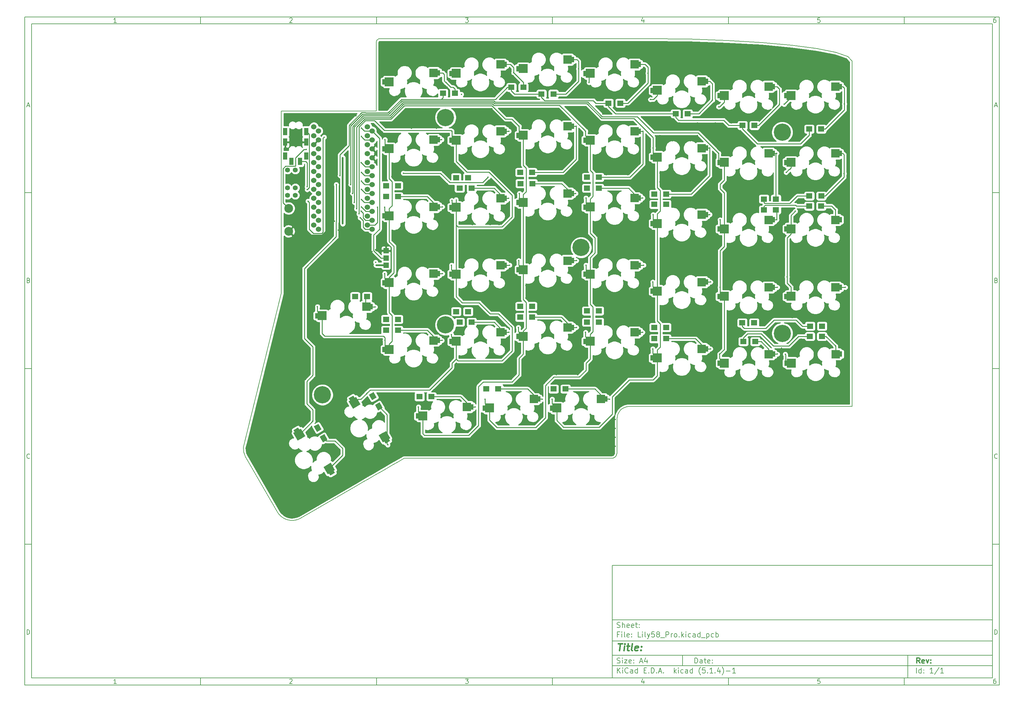
<source format=gbl>
G04 #@! TF.GenerationSoftware,KiCad,Pcbnew,(5.1.4)-1*
G04 #@! TF.CreationDate,2020-11-12T20:18:54+01:00*
G04 #@! TF.ProjectId,Lily58_Pro,4c696c79-3538-45f5-9072-6f2e6b696361,rev?*
G04 #@! TF.SameCoordinates,Original*
G04 #@! TF.FileFunction,Copper,L2,Bot*
G04 #@! TF.FilePolarity,Positive*
%FSLAX46Y46*%
G04 Gerber Fmt 4.6, Leading zero omitted, Abs format (unit mm)*
G04 Created by KiCad (PCBNEW (5.1.4)-1) date 2020-11-12 20:18:54*
%MOMM*%
%LPD*%
G04 APERTURE LIST*
%ADD10C,0.100000*%
%ADD11C,0.150000*%
%ADD12C,0.300000*%
%ADD13C,0.400000*%
%ADD14C,0.200000*%
%ADD15C,2.400000*%
%ADD16C,2.500000*%
%ADD17C,0.700000*%
%ADD18C,1.500000*%
%ADD19C,4.900000*%
%ADD20R,1.800000X1.500000*%
%ADD21R,2.400000X2.400000*%
%ADD22R,2.500000X2.500000*%
%ADD23R,0.700000X1.500000*%
%ADD24R,1.200000X2.100000*%
%ADD25R,1.524000X1.524000*%
%ADD26C,1.524000*%
%ADD27C,1.397000*%
%ADD28C,0.400000*%
%ADD29C,0.250000*%
%ADD30C,0.500000*%
%ADD31C,0.254000*%
G04 APERTURE END LIST*
D10*
D11*
X177002200Y-166007200D02*
X177002200Y-198007200D01*
X285002200Y-198007200D01*
X285002200Y-166007200D01*
X177002200Y-166007200D01*
D10*
D11*
X10000000Y-10000000D02*
X10000000Y-200007200D01*
X287002200Y-200007200D01*
X287002200Y-10000000D01*
X10000000Y-10000000D01*
D10*
D11*
X12000000Y-12000000D02*
X12000000Y-198007200D01*
X285002200Y-198007200D01*
X285002200Y-12000000D01*
X12000000Y-12000000D01*
D10*
D11*
X60000000Y-12000000D02*
X60000000Y-10000000D01*
D10*
D11*
X110000000Y-12000000D02*
X110000000Y-10000000D01*
D10*
D11*
X160000000Y-12000000D02*
X160000000Y-10000000D01*
D10*
D11*
X210000000Y-12000000D02*
X210000000Y-10000000D01*
D10*
D11*
X260000000Y-12000000D02*
X260000000Y-10000000D01*
D10*
D11*
X36065476Y-11588095D02*
X35322619Y-11588095D01*
X35694047Y-11588095D02*
X35694047Y-10288095D01*
X35570238Y-10473809D01*
X35446428Y-10597619D01*
X35322619Y-10659523D01*
D10*
D11*
X85322619Y-10411904D02*
X85384523Y-10350000D01*
X85508333Y-10288095D01*
X85817857Y-10288095D01*
X85941666Y-10350000D01*
X86003571Y-10411904D01*
X86065476Y-10535714D01*
X86065476Y-10659523D01*
X86003571Y-10845238D01*
X85260714Y-11588095D01*
X86065476Y-11588095D01*
D10*
D11*
X135260714Y-10288095D02*
X136065476Y-10288095D01*
X135632142Y-10783333D01*
X135817857Y-10783333D01*
X135941666Y-10845238D01*
X136003571Y-10907142D01*
X136065476Y-11030952D01*
X136065476Y-11340476D01*
X136003571Y-11464285D01*
X135941666Y-11526190D01*
X135817857Y-11588095D01*
X135446428Y-11588095D01*
X135322619Y-11526190D01*
X135260714Y-11464285D01*
D10*
D11*
X185941666Y-10721428D02*
X185941666Y-11588095D01*
X185632142Y-10226190D02*
X185322619Y-11154761D01*
X186127380Y-11154761D01*
D10*
D11*
X236003571Y-10288095D02*
X235384523Y-10288095D01*
X235322619Y-10907142D01*
X235384523Y-10845238D01*
X235508333Y-10783333D01*
X235817857Y-10783333D01*
X235941666Y-10845238D01*
X236003571Y-10907142D01*
X236065476Y-11030952D01*
X236065476Y-11340476D01*
X236003571Y-11464285D01*
X235941666Y-11526190D01*
X235817857Y-11588095D01*
X235508333Y-11588095D01*
X235384523Y-11526190D01*
X235322619Y-11464285D01*
D10*
D11*
X285941666Y-10288095D02*
X285694047Y-10288095D01*
X285570238Y-10350000D01*
X285508333Y-10411904D01*
X285384523Y-10597619D01*
X285322619Y-10845238D01*
X285322619Y-11340476D01*
X285384523Y-11464285D01*
X285446428Y-11526190D01*
X285570238Y-11588095D01*
X285817857Y-11588095D01*
X285941666Y-11526190D01*
X286003571Y-11464285D01*
X286065476Y-11340476D01*
X286065476Y-11030952D01*
X286003571Y-10907142D01*
X285941666Y-10845238D01*
X285817857Y-10783333D01*
X285570238Y-10783333D01*
X285446428Y-10845238D01*
X285384523Y-10907142D01*
X285322619Y-11030952D01*
D10*
D11*
X60000000Y-198007200D02*
X60000000Y-200007200D01*
D10*
D11*
X110000000Y-198007200D02*
X110000000Y-200007200D01*
D10*
D11*
X160000000Y-198007200D02*
X160000000Y-200007200D01*
D10*
D11*
X210000000Y-198007200D02*
X210000000Y-200007200D01*
D10*
D11*
X260000000Y-198007200D02*
X260000000Y-200007200D01*
D10*
D11*
X36065476Y-199595295D02*
X35322619Y-199595295D01*
X35694047Y-199595295D02*
X35694047Y-198295295D01*
X35570238Y-198481009D01*
X35446428Y-198604819D01*
X35322619Y-198666723D01*
D10*
D11*
X85322619Y-198419104D02*
X85384523Y-198357200D01*
X85508333Y-198295295D01*
X85817857Y-198295295D01*
X85941666Y-198357200D01*
X86003571Y-198419104D01*
X86065476Y-198542914D01*
X86065476Y-198666723D01*
X86003571Y-198852438D01*
X85260714Y-199595295D01*
X86065476Y-199595295D01*
D10*
D11*
X135260714Y-198295295D02*
X136065476Y-198295295D01*
X135632142Y-198790533D01*
X135817857Y-198790533D01*
X135941666Y-198852438D01*
X136003571Y-198914342D01*
X136065476Y-199038152D01*
X136065476Y-199347676D01*
X136003571Y-199471485D01*
X135941666Y-199533390D01*
X135817857Y-199595295D01*
X135446428Y-199595295D01*
X135322619Y-199533390D01*
X135260714Y-199471485D01*
D10*
D11*
X185941666Y-198728628D02*
X185941666Y-199595295D01*
X185632142Y-198233390D02*
X185322619Y-199161961D01*
X186127380Y-199161961D01*
D10*
D11*
X236003571Y-198295295D02*
X235384523Y-198295295D01*
X235322619Y-198914342D01*
X235384523Y-198852438D01*
X235508333Y-198790533D01*
X235817857Y-198790533D01*
X235941666Y-198852438D01*
X236003571Y-198914342D01*
X236065476Y-199038152D01*
X236065476Y-199347676D01*
X236003571Y-199471485D01*
X235941666Y-199533390D01*
X235817857Y-199595295D01*
X235508333Y-199595295D01*
X235384523Y-199533390D01*
X235322619Y-199471485D01*
D10*
D11*
X285941666Y-198295295D02*
X285694047Y-198295295D01*
X285570238Y-198357200D01*
X285508333Y-198419104D01*
X285384523Y-198604819D01*
X285322619Y-198852438D01*
X285322619Y-199347676D01*
X285384523Y-199471485D01*
X285446428Y-199533390D01*
X285570238Y-199595295D01*
X285817857Y-199595295D01*
X285941666Y-199533390D01*
X286003571Y-199471485D01*
X286065476Y-199347676D01*
X286065476Y-199038152D01*
X286003571Y-198914342D01*
X285941666Y-198852438D01*
X285817857Y-198790533D01*
X285570238Y-198790533D01*
X285446428Y-198852438D01*
X285384523Y-198914342D01*
X285322619Y-199038152D01*
D10*
D11*
X10000000Y-60000000D02*
X12000000Y-60000000D01*
D10*
D11*
X10000000Y-110000000D02*
X12000000Y-110000000D01*
D10*
D11*
X10000000Y-160000000D02*
X12000000Y-160000000D01*
D10*
D11*
X10690476Y-35216666D02*
X11309523Y-35216666D01*
X10566666Y-35588095D02*
X11000000Y-34288095D01*
X11433333Y-35588095D01*
D10*
D11*
X11092857Y-84907142D02*
X11278571Y-84969047D01*
X11340476Y-85030952D01*
X11402380Y-85154761D01*
X11402380Y-85340476D01*
X11340476Y-85464285D01*
X11278571Y-85526190D01*
X11154761Y-85588095D01*
X10659523Y-85588095D01*
X10659523Y-84288095D01*
X11092857Y-84288095D01*
X11216666Y-84350000D01*
X11278571Y-84411904D01*
X11340476Y-84535714D01*
X11340476Y-84659523D01*
X11278571Y-84783333D01*
X11216666Y-84845238D01*
X11092857Y-84907142D01*
X10659523Y-84907142D01*
D10*
D11*
X11402380Y-135464285D02*
X11340476Y-135526190D01*
X11154761Y-135588095D01*
X11030952Y-135588095D01*
X10845238Y-135526190D01*
X10721428Y-135402380D01*
X10659523Y-135278571D01*
X10597619Y-135030952D01*
X10597619Y-134845238D01*
X10659523Y-134597619D01*
X10721428Y-134473809D01*
X10845238Y-134350000D01*
X11030952Y-134288095D01*
X11154761Y-134288095D01*
X11340476Y-134350000D01*
X11402380Y-134411904D01*
D10*
D11*
X10659523Y-185588095D02*
X10659523Y-184288095D01*
X10969047Y-184288095D01*
X11154761Y-184350000D01*
X11278571Y-184473809D01*
X11340476Y-184597619D01*
X11402380Y-184845238D01*
X11402380Y-185030952D01*
X11340476Y-185278571D01*
X11278571Y-185402380D01*
X11154761Y-185526190D01*
X10969047Y-185588095D01*
X10659523Y-185588095D01*
D10*
D11*
X287002200Y-60000000D02*
X285002200Y-60000000D01*
D10*
D11*
X287002200Y-110000000D02*
X285002200Y-110000000D01*
D10*
D11*
X287002200Y-160000000D02*
X285002200Y-160000000D01*
D10*
D11*
X285692676Y-35216666D02*
X286311723Y-35216666D01*
X285568866Y-35588095D02*
X286002200Y-34288095D01*
X286435533Y-35588095D01*
D10*
D11*
X286095057Y-84907142D02*
X286280771Y-84969047D01*
X286342676Y-85030952D01*
X286404580Y-85154761D01*
X286404580Y-85340476D01*
X286342676Y-85464285D01*
X286280771Y-85526190D01*
X286156961Y-85588095D01*
X285661723Y-85588095D01*
X285661723Y-84288095D01*
X286095057Y-84288095D01*
X286218866Y-84350000D01*
X286280771Y-84411904D01*
X286342676Y-84535714D01*
X286342676Y-84659523D01*
X286280771Y-84783333D01*
X286218866Y-84845238D01*
X286095057Y-84907142D01*
X285661723Y-84907142D01*
D10*
D11*
X286404580Y-135464285D02*
X286342676Y-135526190D01*
X286156961Y-135588095D01*
X286033152Y-135588095D01*
X285847438Y-135526190D01*
X285723628Y-135402380D01*
X285661723Y-135278571D01*
X285599819Y-135030952D01*
X285599819Y-134845238D01*
X285661723Y-134597619D01*
X285723628Y-134473809D01*
X285847438Y-134350000D01*
X286033152Y-134288095D01*
X286156961Y-134288095D01*
X286342676Y-134350000D01*
X286404580Y-134411904D01*
D10*
D11*
X285661723Y-185588095D02*
X285661723Y-184288095D01*
X285971247Y-184288095D01*
X286156961Y-184350000D01*
X286280771Y-184473809D01*
X286342676Y-184597619D01*
X286404580Y-184845238D01*
X286404580Y-185030952D01*
X286342676Y-185278571D01*
X286280771Y-185402380D01*
X286156961Y-185526190D01*
X285971247Y-185588095D01*
X285661723Y-185588095D01*
D10*
D11*
X200434342Y-193785771D02*
X200434342Y-192285771D01*
X200791485Y-192285771D01*
X201005771Y-192357200D01*
X201148628Y-192500057D01*
X201220057Y-192642914D01*
X201291485Y-192928628D01*
X201291485Y-193142914D01*
X201220057Y-193428628D01*
X201148628Y-193571485D01*
X201005771Y-193714342D01*
X200791485Y-193785771D01*
X200434342Y-193785771D01*
X202577200Y-193785771D02*
X202577200Y-193000057D01*
X202505771Y-192857200D01*
X202362914Y-192785771D01*
X202077200Y-192785771D01*
X201934342Y-192857200D01*
X202577200Y-193714342D02*
X202434342Y-193785771D01*
X202077200Y-193785771D01*
X201934342Y-193714342D01*
X201862914Y-193571485D01*
X201862914Y-193428628D01*
X201934342Y-193285771D01*
X202077200Y-193214342D01*
X202434342Y-193214342D01*
X202577200Y-193142914D01*
X203077200Y-192785771D02*
X203648628Y-192785771D01*
X203291485Y-192285771D02*
X203291485Y-193571485D01*
X203362914Y-193714342D01*
X203505771Y-193785771D01*
X203648628Y-193785771D01*
X204720057Y-193714342D02*
X204577200Y-193785771D01*
X204291485Y-193785771D01*
X204148628Y-193714342D01*
X204077200Y-193571485D01*
X204077200Y-193000057D01*
X204148628Y-192857200D01*
X204291485Y-192785771D01*
X204577200Y-192785771D01*
X204720057Y-192857200D01*
X204791485Y-193000057D01*
X204791485Y-193142914D01*
X204077200Y-193285771D01*
X205434342Y-193642914D02*
X205505771Y-193714342D01*
X205434342Y-193785771D01*
X205362914Y-193714342D01*
X205434342Y-193642914D01*
X205434342Y-193785771D01*
X205434342Y-192857200D02*
X205505771Y-192928628D01*
X205434342Y-193000057D01*
X205362914Y-192928628D01*
X205434342Y-192857200D01*
X205434342Y-193000057D01*
D10*
D11*
X177002200Y-194507200D02*
X285002200Y-194507200D01*
D10*
D11*
X178434342Y-196585771D02*
X178434342Y-195085771D01*
X179291485Y-196585771D02*
X178648628Y-195728628D01*
X179291485Y-195085771D02*
X178434342Y-195942914D01*
X179934342Y-196585771D02*
X179934342Y-195585771D01*
X179934342Y-195085771D02*
X179862914Y-195157200D01*
X179934342Y-195228628D01*
X180005771Y-195157200D01*
X179934342Y-195085771D01*
X179934342Y-195228628D01*
X181505771Y-196442914D02*
X181434342Y-196514342D01*
X181220057Y-196585771D01*
X181077200Y-196585771D01*
X180862914Y-196514342D01*
X180720057Y-196371485D01*
X180648628Y-196228628D01*
X180577200Y-195942914D01*
X180577200Y-195728628D01*
X180648628Y-195442914D01*
X180720057Y-195300057D01*
X180862914Y-195157200D01*
X181077200Y-195085771D01*
X181220057Y-195085771D01*
X181434342Y-195157200D01*
X181505771Y-195228628D01*
X182791485Y-196585771D02*
X182791485Y-195800057D01*
X182720057Y-195657200D01*
X182577200Y-195585771D01*
X182291485Y-195585771D01*
X182148628Y-195657200D01*
X182791485Y-196514342D02*
X182648628Y-196585771D01*
X182291485Y-196585771D01*
X182148628Y-196514342D01*
X182077200Y-196371485D01*
X182077200Y-196228628D01*
X182148628Y-196085771D01*
X182291485Y-196014342D01*
X182648628Y-196014342D01*
X182791485Y-195942914D01*
X184148628Y-196585771D02*
X184148628Y-195085771D01*
X184148628Y-196514342D02*
X184005771Y-196585771D01*
X183720057Y-196585771D01*
X183577200Y-196514342D01*
X183505771Y-196442914D01*
X183434342Y-196300057D01*
X183434342Y-195871485D01*
X183505771Y-195728628D01*
X183577200Y-195657200D01*
X183720057Y-195585771D01*
X184005771Y-195585771D01*
X184148628Y-195657200D01*
X186005771Y-195800057D02*
X186505771Y-195800057D01*
X186720057Y-196585771D02*
X186005771Y-196585771D01*
X186005771Y-195085771D01*
X186720057Y-195085771D01*
X187362914Y-196442914D02*
X187434342Y-196514342D01*
X187362914Y-196585771D01*
X187291485Y-196514342D01*
X187362914Y-196442914D01*
X187362914Y-196585771D01*
X188077200Y-196585771D02*
X188077200Y-195085771D01*
X188434342Y-195085771D01*
X188648628Y-195157200D01*
X188791485Y-195300057D01*
X188862914Y-195442914D01*
X188934342Y-195728628D01*
X188934342Y-195942914D01*
X188862914Y-196228628D01*
X188791485Y-196371485D01*
X188648628Y-196514342D01*
X188434342Y-196585771D01*
X188077200Y-196585771D01*
X189577200Y-196442914D02*
X189648628Y-196514342D01*
X189577200Y-196585771D01*
X189505771Y-196514342D01*
X189577200Y-196442914D01*
X189577200Y-196585771D01*
X190220057Y-196157200D02*
X190934342Y-196157200D01*
X190077200Y-196585771D02*
X190577200Y-195085771D01*
X191077200Y-196585771D01*
X191577200Y-196442914D02*
X191648628Y-196514342D01*
X191577200Y-196585771D01*
X191505771Y-196514342D01*
X191577200Y-196442914D01*
X191577200Y-196585771D01*
X194577200Y-196585771D02*
X194577200Y-195085771D01*
X194720057Y-196014342D02*
X195148628Y-196585771D01*
X195148628Y-195585771D02*
X194577200Y-196157200D01*
X195791485Y-196585771D02*
X195791485Y-195585771D01*
X195791485Y-195085771D02*
X195720057Y-195157200D01*
X195791485Y-195228628D01*
X195862914Y-195157200D01*
X195791485Y-195085771D01*
X195791485Y-195228628D01*
X197148628Y-196514342D02*
X197005771Y-196585771D01*
X196720057Y-196585771D01*
X196577200Y-196514342D01*
X196505771Y-196442914D01*
X196434342Y-196300057D01*
X196434342Y-195871485D01*
X196505771Y-195728628D01*
X196577200Y-195657200D01*
X196720057Y-195585771D01*
X197005771Y-195585771D01*
X197148628Y-195657200D01*
X198434342Y-196585771D02*
X198434342Y-195800057D01*
X198362914Y-195657200D01*
X198220057Y-195585771D01*
X197934342Y-195585771D01*
X197791485Y-195657200D01*
X198434342Y-196514342D02*
X198291485Y-196585771D01*
X197934342Y-196585771D01*
X197791485Y-196514342D01*
X197720057Y-196371485D01*
X197720057Y-196228628D01*
X197791485Y-196085771D01*
X197934342Y-196014342D01*
X198291485Y-196014342D01*
X198434342Y-195942914D01*
X199791485Y-196585771D02*
X199791485Y-195085771D01*
X199791485Y-196514342D02*
X199648628Y-196585771D01*
X199362914Y-196585771D01*
X199220057Y-196514342D01*
X199148628Y-196442914D01*
X199077200Y-196300057D01*
X199077200Y-195871485D01*
X199148628Y-195728628D01*
X199220057Y-195657200D01*
X199362914Y-195585771D01*
X199648628Y-195585771D01*
X199791485Y-195657200D01*
X202077200Y-197157200D02*
X202005771Y-197085771D01*
X201862914Y-196871485D01*
X201791485Y-196728628D01*
X201720057Y-196514342D01*
X201648628Y-196157200D01*
X201648628Y-195871485D01*
X201720057Y-195514342D01*
X201791485Y-195300057D01*
X201862914Y-195157200D01*
X202005771Y-194942914D01*
X202077200Y-194871485D01*
X203362914Y-195085771D02*
X202648628Y-195085771D01*
X202577200Y-195800057D01*
X202648628Y-195728628D01*
X202791485Y-195657200D01*
X203148628Y-195657200D01*
X203291485Y-195728628D01*
X203362914Y-195800057D01*
X203434342Y-195942914D01*
X203434342Y-196300057D01*
X203362914Y-196442914D01*
X203291485Y-196514342D01*
X203148628Y-196585771D01*
X202791485Y-196585771D01*
X202648628Y-196514342D01*
X202577200Y-196442914D01*
X204077200Y-196442914D02*
X204148628Y-196514342D01*
X204077200Y-196585771D01*
X204005771Y-196514342D01*
X204077200Y-196442914D01*
X204077200Y-196585771D01*
X205577200Y-196585771D02*
X204720057Y-196585771D01*
X205148628Y-196585771D02*
X205148628Y-195085771D01*
X205005771Y-195300057D01*
X204862914Y-195442914D01*
X204720057Y-195514342D01*
X206220057Y-196442914D02*
X206291485Y-196514342D01*
X206220057Y-196585771D01*
X206148628Y-196514342D01*
X206220057Y-196442914D01*
X206220057Y-196585771D01*
X207577200Y-195585771D02*
X207577200Y-196585771D01*
X207220057Y-195014342D02*
X206862914Y-196085771D01*
X207791485Y-196085771D01*
X208220057Y-197157200D02*
X208291485Y-197085771D01*
X208434342Y-196871485D01*
X208505771Y-196728628D01*
X208577200Y-196514342D01*
X208648628Y-196157200D01*
X208648628Y-195871485D01*
X208577200Y-195514342D01*
X208505771Y-195300057D01*
X208434342Y-195157200D01*
X208291485Y-194942914D01*
X208220057Y-194871485D01*
X209362914Y-196014342D02*
X210505771Y-196014342D01*
X212005771Y-196585771D02*
X211148628Y-196585771D01*
X211577200Y-196585771D02*
X211577200Y-195085771D01*
X211434342Y-195300057D01*
X211291485Y-195442914D01*
X211148628Y-195514342D01*
D10*
D11*
X177002200Y-191507200D02*
X285002200Y-191507200D01*
D10*
D12*
X264411485Y-193785771D02*
X263911485Y-193071485D01*
X263554342Y-193785771D02*
X263554342Y-192285771D01*
X264125771Y-192285771D01*
X264268628Y-192357200D01*
X264340057Y-192428628D01*
X264411485Y-192571485D01*
X264411485Y-192785771D01*
X264340057Y-192928628D01*
X264268628Y-193000057D01*
X264125771Y-193071485D01*
X263554342Y-193071485D01*
X265625771Y-193714342D02*
X265482914Y-193785771D01*
X265197200Y-193785771D01*
X265054342Y-193714342D01*
X264982914Y-193571485D01*
X264982914Y-193000057D01*
X265054342Y-192857200D01*
X265197200Y-192785771D01*
X265482914Y-192785771D01*
X265625771Y-192857200D01*
X265697200Y-193000057D01*
X265697200Y-193142914D01*
X264982914Y-193285771D01*
X266197200Y-192785771D02*
X266554342Y-193785771D01*
X266911485Y-192785771D01*
X267482914Y-193642914D02*
X267554342Y-193714342D01*
X267482914Y-193785771D01*
X267411485Y-193714342D01*
X267482914Y-193642914D01*
X267482914Y-193785771D01*
X267482914Y-192857200D02*
X267554342Y-192928628D01*
X267482914Y-193000057D01*
X267411485Y-192928628D01*
X267482914Y-192857200D01*
X267482914Y-193000057D01*
D10*
D11*
X178362914Y-193714342D02*
X178577200Y-193785771D01*
X178934342Y-193785771D01*
X179077200Y-193714342D01*
X179148628Y-193642914D01*
X179220057Y-193500057D01*
X179220057Y-193357200D01*
X179148628Y-193214342D01*
X179077200Y-193142914D01*
X178934342Y-193071485D01*
X178648628Y-193000057D01*
X178505771Y-192928628D01*
X178434342Y-192857200D01*
X178362914Y-192714342D01*
X178362914Y-192571485D01*
X178434342Y-192428628D01*
X178505771Y-192357200D01*
X178648628Y-192285771D01*
X179005771Y-192285771D01*
X179220057Y-192357200D01*
X179862914Y-193785771D02*
X179862914Y-192785771D01*
X179862914Y-192285771D02*
X179791485Y-192357200D01*
X179862914Y-192428628D01*
X179934342Y-192357200D01*
X179862914Y-192285771D01*
X179862914Y-192428628D01*
X180434342Y-192785771D02*
X181220057Y-192785771D01*
X180434342Y-193785771D01*
X181220057Y-193785771D01*
X182362914Y-193714342D02*
X182220057Y-193785771D01*
X181934342Y-193785771D01*
X181791485Y-193714342D01*
X181720057Y-193571485D01*
X181720057Y-193000057D01*
X181791485Y-192857200D01*
X181934342Y-192785771D01*
X182220057Y-192785771D01*
X182362914Y-192857200D01*
X182434342Y-193000057D01*
X182434342Y-193142914D01*
X181720057Y-193285771D01*
X183077200Y-193642914D02*
X183148628Y-193714342D01*
X183077200Y-193785771D01*
X183005771Y-193714342D01*
X183077200Y-193642914D01*
X183077200Y-193785771D01*
X183077200Y-192857200D02*
X183148628Y-192928628D01*
X183077200Y-193000057D01*
X183005771Y-192928628D01*
X183077200Y-192857200D01*
X183077200Y-193000057D01*
X184862914Y-193357200D02*
X185577200Y-193357200D01*
X184720057Y-193785771D02*
X185220057Y-192285771D01*
X185720057Y-193785771D01*
X186862914Y-192785771D02*
X186862914Y-193785771D01*
X186505771Y-192214342D02*
X186148628Y-193285771D01*
X187077200Y-193285771D01*
D10*
D11*
X263434342Y-196585771D02*
X263434342Y-195085771D01*
X264791485Y-196585771D02*
X264791485Y-195085771D01*
X264791485Y-196514342D02*
X264648628Y-196585771D01*
X264362914Y-196585771D01*
X264220057Y-196514342D01*
X264148628Y-196442914D01*
X264077200Y-196300057D01*
X264077200Y-195871485D01*
X264148628Y-195728628D01*
X264220057Y-195657200D01*
X264362914Y-195585771D01*
X264648628Y-195585771D01*
X264791485Y-195657200D01*
X265505771Y-196442914D02*
X265577200Y-196514342D01*
X265505771Y-196585771D01*
X265434342Y-196514342D01*
X265505771Y-196442914D01*
X265505771Y-196585771D01*
X265505771Y-195657200D02*
X265577200Y-195728628D01*
X265505771Y-195800057D01*
X265434342Y-195728628D01*
X265505771Y-195657200D01*
X265505771Y-195800057D01*
X268148628Y-196585771D02*
X267291485Y-196585771D01*
X267720057Y-196585771D02*
X267720057Y-195085771D01*
X267577200Y-195300057D01*
X267434342Y-195442914D01*
X267291485Y-195514342D01*
X269862914Y-195014342D02*
X268577200Y-196942914D01*
X271148628Y-196585771D02*
X270291485Y-196585771D01*
X270720057Y-196585771D02*
X270720057Y-195085771D01*
X270577200Y-195300057D01*
X270434342Y-195442914D01*
X270291485Y-195514342D01*
D10*
D11*
X177002200Y-187507200D02*
X285002200Y-187507200D01*
D10*
D13*
X178714580Y-188211961D02*
X179857438Y-188211961D01*
X179036009Y-190211961D02*
X179286009Y-188211961D01*
X180274104Y-190211961D02*
X180440771Y-188878628D01*
X180524104Y-188211961D02*
X180416961Y-188307200D01*
X180500295Y-188402438D01*
X180607438Y-188307200D01*
X180524104Y-188211961D01*
X180500295Y-188402438D01*
X181107438Y-188878628D02*
X181869342Y-188878628D01*
X181476485Y-188211961D02*
X181262200Y-189926247D01*
X181333628Y-190116723D01*
X181512200Y-190211961D01*
X181702676Y-190211961D01*
X182655057Y-190211961D02*
X182476485Y-190116723D01*
X182405057Y-189926247D01*
X182619342Y-188211961D01*
X184190771Y-190116723D02*
X183988390Y-190211961D01*
X183607438Y-190211961D01*
X183428866Y-190116723D01*
X183357438Y-189926247D01*
X183452676Y-189164342D01*
X183571723Y-188973866D01*
X183774104Y-188878628D01*
X184155057Y-188878628D01*
X184333628Y-188973866D01*
X184405057Y-189164342D01*
X184381247Y-189354819D01*
X183405057Y-189545295D01*
X185155057Y-190021485D02*
X185238390Y-190116723D01*
X185131247Y-190211961D01*
X185047914Y-190116723D01*
X185155057Y-190021485D01*
X185131247Y-190211961D01*
X185286009Y-188973866D02*
X185369342Y-189069104D01*
X185262200Y-189164342D01*
X185178866Y-189069104D01*
X185286009Y-188973866D01*
X185262200Y-189164342D01*
D10*
D11*
X178934342Y-185600057D02*
X178434342Y-185600057D01*
X178434342Y-186385771D02*
X178434342Y-184885771D01*
X179148628Y-184885771D01*
X179720057Y-186385771D02*
X179720057Y-185385771D01*
X179720057Y-184885771D02*
X179648628Y-184957200D01*
X179720057Y-185028628D01*
X179791485Y-184957200D01*
X179720057Y-184885771D01*
X179720057Y-185028628D01*
X180648628Y-186385771D02*
X180505771Y-186314342D01*
X180434342Y-186171485D01*
X180434342Y-184885771D01*
X181791485Y-186314342D02*
X181648628Y-186385771D01*
X181362914Y-186385771D01*
X181220057Y-186314342D01*
X181148628Y-186171485D01*
X181148628Y-185600057D01*
X181220057Y-185457200D01*
X181362914Y-185385771D01*
X181648628Y-185385771D01*
X181791485Y-185457200D01*
X181862914Y-185600057D01*
X181862914Y-185742914D01*
X181148628Y-185885771D01*
X182505771Y-186242914D02*
X182577200Y-186314342D01*
X182505771Y-186385771D01*
X182434342Y-186314342D01*
X182505771Y-186242914D01*
X182505771Y-186385771D01*
X182505771Y-185457200D02*
X182577200Y-185528628D01*
X182505771Y-185600057D01*
X182434342Y-185528628D01*
X182505771Y-185457200D01*
X182505771Y-185600057D01*
X185077200Y-186385771D02*
X184362914Y-186385771D01*
X184362914Y-184885771D01*
X185577200Y-186385771D02*
X185577200Y-185385771D01*
X185577200Y-184885771D02*
X185505771Y-184957200D01*
X185577200Y-185028628D01*
X185648628Y-184957200D01*
X185577200Y-184885771D01*
X185577200Y-185028628D01*
X186505771Y-186385771D02*
X186362914Y-186314342D01*
X186291485Y-186171485D01*
X186291485Y-184885771D01*
X186934342Y-185385771D02*
X187291485Y-186385771D01*
X187648628Y-185385771D02*
X187291485Y-186385771D01*
X187148628Y-186742914D01*
X187077200Y-186814342D01*
X186934342Y-186885771D01*
X188934342Y-184885771D02*
X188220057Y-184885771D01*
X188148628Y-185600057D01*
X188220057Y-185528628D01*
X188362914Y-185457200D01*
X188720057Y-185457200D01*
X188862914Y-185528628D01*
X188934342Y-185600057D01*
X189005771Y-185742914D01*
X189005771Y-186100057D01*
X188934342Y-186242914D01*
X188862914Y-186314342D01*
X188720057Y-186385771D01*
X188362914Y-186385771D01*
X188220057Y-186314342D01*
X188148628Y-186242914D01*
X189862914Y-185528628D02*
X189720057Y-185457200D01*
X189648628Y-185385771D01*
X189577200Y-185242914D01*
X189577200Y-185171485D01*
X189648628Y-185028628D01*
X189720057Y-184957200D01*
X189862914Y-184885771D01*
X190148628Y-184885771D01*
X190291485Y-184957200D01*
X190362914Y-185028628D01*
X190434342Y-185171485D01*
X190434342Y-185242914D01*
X190362914Y-185385771D01*
X190291485Y-185457200D01*
X190148628Y-185528628D01*
X189862914Y-185528628D01*
X189720057Y-185600057D01*
X189648628Y-185671485D01*
X189577200Y-185814342D01*
X189577200Y-186100057D01*
X189648628Y-186242914D01*
X189720057Y-186314342D01*
X189862914Y-186385771D01*
X190148628Y-186385771D01*
X190291485Y-186314342D01*
X190362914Y-186242914D01*
X190434342Y-186100057D01*
X190434342Y-185814342D01*
X190362914Y-185671485D01*
X190291485Y-185600057D01*
X190148628Y-185528628D01*
X190720057Y-186528628D02*
X191862914Y-186528628D01*
X192220057Y-186385771D02*
X192220057Y-184885771D01*
X192791485Y-184885771D01*
X192934342Y-184957200D01*
X193005771Y-185028628D01*
X193077200Y-185171485D01*
X193077200Y-185385771D01*
X193005771Y-185528628D01*
X192934342Y-185600057D01*
X192791485Y-185671485D01*
X192220057Y-185671485D01*
X193720057Y-186385771D02*
X193720057Y-185385771D01*
X193720057Y-185671485D02*
X193791485Y-185528628D01*
X193862914Y-185457200D01*
X194005771Y-185385771D01*
X194148628Y-185385771D01*
X194862914Y-186385771D02*
X194720057Y-186314342D01*
X194648628Y-186242914D01*
X194577200Y-186100057D01*
X194577200Y-185671485D01*
X194648628Y-185528628D01*
X194720057Y-185457200D01*
X194862914Y-185385771D01*
X195077200Y-185385771D01*
X195220057Y-185457200D01*
X195291485Y-185528628D01*
X195362914Y-185671485D01*
X195362914Y-186100057D01*
X195291485Y-186242914D01*
X195220057Y-186314342D01*
X195077200Y-186385771D01*
X194862914Y-186385771D01*
X196005771Y-186242914D02*
X196077200Y-186314342D01*
X196005771Y-186385771D01*
X195934342Y-186314342D01*
X196005771Y-186242914D01*
X196005771Y-186385771D01*
X196720057Y-186385771D02*
X196720057Y-184885771D01*
X196862914Y-185814342D02*
X197291485Y-186385771D01*
X197291485Y-185385771D02*
X196720057Y-185957200D01*
X197934342Y-186385771D02*
X197934342Y-185385771D01*
X197934342Y-184885771D02*
X197862914Y-184957200D01*
X197934342Y-185028628D01*
X198005771Y-184957200D01*
X197934342Y-184885771D01*
X197934342Y-185028628D01*
X199291485Y-186314342D02*
X199148628Y-186385771D01*
X198862914Y-186385771D01*
X198720057Y-186314342D01*
X198648628Y-186242914D01*
X198577200Y-186100057D01*
X198577200Y-185671485D01*
X198648628Y-185528628D01*
X198720057Y-185457200D01*
X198862914Y-185385771D01*
X199148628Y-185385771D01*
X199291485Y-185457200D01*
X200577200Y-186385771D02*
X200577200Y-185600057D01*
X200505771Y-185457200D01*
X200362914Y-185385771D01*
X200077200Y-185385771D01*
X199934342Y-185457200D01*
X200577200Y-186314342D02*
X200434342Y-186385771D01*
X200077200Y-186385771D01*
X199934342Y-186314342D01*
X199862914Y-186171485D01*
X199862914Y-186028628D01*
X199934342Y-185885771D01*
X200077200Y-185814342D01*
X200434342Y-185814342D01*
X200577200Y-185742914D01*
X201934342Y-186385771D02*
X201934342Y-184885771D01*
X201934342Y-186314342D02*
X201791485Y-186385771D01*
X201505771Y-186385771D01*
X201362914Y-186314342D01*
X201291485Y-186242914D01*
X201220057Y-186100057D01*
X201220057Y-185671485D01*
X201291485Y-185528628D01*
X201362914Y-185457200D01*
X201505771Y-185385771D01*
X201791485Y-185385771D01*
X201934342Y-185457200D01*
X202291485Y-186528628D02*
X203434342Y-186528628D01*
X203791485Y-185385771D02*
X203791485Y-186885771D01*
X203791485Y-185457200D02*
X203934342Y-185385771D01*
X204220057Y-185385771D01*
X204362914Y-185457200D01*
X204434342Y-185528628D01*
X204505771Y-185671485D01*
X204505771Y-186100057D01*
X204434342Y-186242914D01*
X204362914Y-186314342D01*
X204220057Y-186385771D01*
X203934342Y-186385771D01*
X203791485Y-186314342D01*
X205791485Y-186314342D02*
X205648628Y-186385771D01*
X205362914Y-186385771D01*
X205220057Y-186314342D01*
X205148628Y-186242914D01*
X205077200Y-186100057D01*
X205077200Y-185671485D01*
X205148628Y-185528628D01*
X205220057Y-185457200D01*
X205362914Y-185385771D01*
X205648628Y-185385771D01*
X205791485Y-185457200D01*
X206434342Y-186385771D02*
X206434342Y-184885771D01*
X206434342Y-185457200D02*
X206577200Y-185385771D01*
X206862914Y-185385771D01*
X207005771Y-185457200D01*
X207077200Y-185528628D01*
X207148628Y-185671485D01*
X207148628Y-186100057D01*
X207077200Y-186242914D01*
X207005771Y-186314342D01*
X206862914Y-186385771D01*
X206577200Y-186385771D01*
X206434342Y-186314342D01*
D10*
D11*
X177002200Y-181507200D02*
X285002200Y-181507200D01*
D10*
D11*
X178362914Y-183614342D02*
X178577200Y-183685771D01*
X178934342Y-183685771D01*
X179077200Y-183614342D01*
X179148628Y-183542914D01*
X179220057Y-183400057D01*
X179220057Y-183257200D01*
X179148628Y-183114342D01*
X179077200Y-183042914D01*
X178934342Y-182971485D01*
X178648628Y-182900057D01*
X178505771Y-182828628D01*
X178434342Y-182757200D01*
X178362914Y-182614342D01*
X178362914Y-182471485D01*
X178434342Y-182328628D01*
X178505771Y-182257200D01*
X178648628Y-182185771D01*
X179005771Y-182185771D01*
X179220057Y-182257200D01*
X179862914Y-183685771D02*
X179862914Y-182185771D01*
X180505771Y-183685771D02*
X180505771Y-182900057D01*
X180434342Y-182757200D01*
X180291485Y-182685771D01*
X180077200Y-182685771D01*
X179934342Y-182757200D01*
X179862914Y-182828628D01*
X181791485Y-183614342D02*
X181648628Y-183685771D01*
X181362914Y-183685771D01*
X181220057Y-183614342D01*
X181148628Y-183471485D01*
X181148628Y-182900057D01*
X181220057Y-182757200D01*
X181362914Y-182685771D01*
X181648628Y-182685771D01*
X181791485Y-182757200D01*
X181862914Y-182900057D01*
X181862914Y-183042914D01*
X181148628Y-183185771D01*
X183077200Y-183614342D02*
X182934342Y-183685771D01*
X182648628Y-183685771D01*
X182505771Y-183614342D01*
X182434342Y-183471485D01*
X182434342Y-182900057D01*
X182505771Y-182757200D01*
X182648628Y-182685771D01*
X182934342Y-182685771D01*
X183077200Y-182757200D01*
X183148628Y-182900057D01*
X183148628Y-183042914D01*
X182434342Y-183185771D01*
X183577200Y-182685771D02*
X184148628Y-182685771D01*
X183791485Y-182185771D02*
X183791485Y-183471485D01*
X183862914Y-183614342D01*
X184005771Y-183685771D01*
X184148628Y-183685771D01*
X184648628Y-183542914D02*
X184720057Y-183614342D01*
X184648628Y-183685771D01*
X184577200Y-183614342D01*
X184648628Y-183542914D01*
X184648628Y-183685771D01*
X184648628Y-182757200D02*
X184720057Y-182828628D01*
X184648628Y-182900057D01*
X184577200Y-182828628D01*
X184648628Y-182757200D01*
X184648628Y-182900057D01*
D10*
D11*
X197002200Y-191507200D02*
X197002200Y-194507200D01*
D10*
D11*
X261002200Y-191507200D02*
X261002200Y-198007200D01*
X72674503Y-134960305D02*
G75*
G02X72175000Y-132325000I4376397J2194505D01*
G01*
X88345583Y-152620389D02*
G75*
G02X81699101Y-150634699I-2328483J4322489D01*
G01*
X72674503Y-134960305D02*
X81699101Y-150634699D01*
X104456758Y-143271756D02*
X88345583Y-152620389D01*
X245120000Y-120789735D02*
X245120000Y-22546755D01*
X223959999Y-120789735D02*
X245120000Y-120789735D01*
X109898210Y-36780000D02*
X109898210Y-17246762D01*
X82940000Y-36780000D02*
X109898210Y-36780000D01*
X82937528Y-38136762D02*
X82940000Y-36780000D01*
D14*
X240549319Y-20073847D02*
X235185697Y-18995159D01*
X235185697Y-18995159D02*
X228080758Y-18055561D01*
X116186619Y-136480784D02*
X117862313Y-135510645D01*
X114510925Y-137450923D02*
X116186619Y-136480784D01*
X82937528Y-50750629D02*
X82937528Y-44443695D01*
X82937528Y-57057562D02*
X82937528Y-50750629D01*
X142171711Y-16196762D02*
X131763877Y-16196762D01*
X218692418Y-120789735D02*
X223959999Y-120789735D01*
X213424836Y-120789735D02*
X218692418Y-120789735D01*
X208157255Y-120789735D02*
X213424836Y-120789735D01*
X202889673Y-120789735D02*
X208157255Y-120789735D01*
X197622092Y-120789735D02*
X202889673Y-120789735D01*
X192354511Y-120789735D02*
X197622092Y-120789735D01*
X187086929Y-120789735D02*
X192354511Y-120789735D01*
X181819348Y-120789735D02*
X187086929Y-120789735D01*
X181113524Y-120860778D02*
X181819348Y-120789735D01*
X180456326Y-121064561D02*
X181113524Y-120860778D01*
X179861773Y-121387065D02*
X180456326Y-121064561D01*
X179343884Y-121814271D02*
X179861773Y-121387065D01*
X178916678Y-122332160D02*
X179343884Y-121814271D01*
X178594174Y-122926713D02*
X178916678Y-122332160D01*
X178390391Y-123583911D02*
X178594174Y-122926713D01*
X178319348Y-124289735D02*
X178390391Y-123583911D01*
X219467654Y-17280488D02*
X209579538Y-16695374D01*
X228080758Y-18055561D02*
X219467654Y-17280488D01*
X198649563Y-16325654D02*
X186910881Y-16196762D01*
X209579538Y-16695374D02*
X198649563Y-16325654D01*
X177658308Y-135255660D02*
X177403500Y-135393876D01*
X177880261Y-135072571D02*
X177658308Y-135255660D01*
X178063349Y-134850619D02*
X177880261Y-135072571D01*
X178201565Y-134595810D02*
X178063349Y-134850619D01*
X178288901Y-134314154D02*
X178201565Y-134595810D01*
X178319348Y-134034052D02*
X178288901Y-134314154D01*
X82937528Y-69671429D02*
X82937528Y-63364495D01*
X82937528Y-75978362D02*
X82937528Y-69671429D01*
X82937528Y-82285296D02*
X82937528Y-75978362D01*
X82937528Y-88592229D02*
X82937528Y-82285296D01*
X131763877Y-16196762D02*
X121356044Y-16196762D01*
X152579545Y-16196762D02*
X142171711Y-16196762D01*
X162987379Y-16196762D02*
X152579545Y-16196762D01*
X173395213Y-16196762D02*
X162987379Y-16196762D01*
X186910881Y-16196762D02*
X173395213Y-16196762D01*
X110360937Y-16375961D02*
X110539303Y-16279210D01*
X110205570Y-16504123D02*
X110360937Y-16375961D01*
X110077409Y-16659489D02*
X110205570Y-16504123D01*
X109980657Y-16837855D02*
X110077409Y-16659489D01*
X109919523Y-17035015D02*
X109980657Y-16837855D01*
X109898210Y-17246762D02*
X109919523Y-17035015D01*
X110736462Y-16218075D02*
X110948210Y-16196762D01*
X110539303Y-16279210D02*
X110736462Y-16218075D01*
X121356044Y-16196762D02*
X110948210Y-16196762D01*
X82937528Y-63364495D02*
X82937528Y-57057562D01*
X82937528Y-44443695D02*
X82937528Y-38136762D01*
X82937777Y-88592317D02*
X72175000Y-132325000D01*
X112835230Y-138421062D02*
X114510925Y-137450923D01*
X111159536Y-139391201D02*
X112835230Y-138421062D01*
X109483841Y-140361340D02*
X111159536Y-139391201D01*
X107808147Y-141331479D02*
X109483841Y-140361340D01*
X106132452Y-142301617D02*
X107808147Y-141331479D01*
X104456758Y-143271756D02*
X106132452Y-142301617D01*
X169449826Y-135511658D02*
X176819348Y-135511658D01*
X162080304Y-135511658D02*
X169449826Y-135511658D01*
X154710782Y-135511658D02*
X162080304Y-135511658D01*
X147341260Y-135511658D02*
X154710782Y-135511658D01*
X139971738Y-135511658D02*
X147341260Y-135511658D01*
X132602217Y-135511658D02*
X139971738Y-135511658D01*
X125232695Y-135511658D02*
X132602217Y-135511658D01*
X117863173Y-135511658D02*
X125232695Y-135511658D01*
X178319348Y-132816013D02*
X178319348Y-134034052D01*
X178319348Y-131597973D02*
X178319348Y-132816013D01*
X178319348Y-130379933D02*
X178319348Y-131597973D01*
X178319348Y-129161894D02*
X178319348Y-130379933D01*
X178319348Y-127943854D02*
X178319348Y-129161894D01*
X178319348Y-126725814D02*
X178319348Y-127943854D01*
X178319348Y-125507775D02*
X178319348Y-126725814D01*
X178319348Y-124289735D02*
X178319348Y-125507775D01*
X177121844Y-135481211D02*
X176819348Y-135511658D01*
X177403500Y-135393876D02*
X177121844Y-135481211D01*
X243938471Y-21266190D02*
X240549319Y-20073847D01*
X245120000Y-22546755D02*
X243938471Y-21266190D01*
D15*
X96555809Y-138438745D03*
D10*
G36*
X98195039Y-138877975D02*
G01*
X96116579Y-140077975D01*
X94916579Y-137999515D01*
X96995039Y-136799515D01*
X98195039Y-138877975D01*
X98195039Y-138877975D01*
G37*
D16*
X88056105Y-128796825D03*
D10*
G36*
X89763637Y-129254357D02*
G01*
X87598573Y-130504357D01*
X86348573Y-128339293D01*
X88513637Y-127089293D01*
X89763637Y-129254357D01*
X89763637Y-129254357D01*
G37*
D17*
X97323130Y-139727783D03*
D10*
G36*
X96498611Y-139799674D02*
G01*
X97797649Y-139049674D01*
X98147649Y-139655892D01*
X96848611Y-140405892D01*
X96498611Y-139799674D01*
X96498611Y-139799674D01*
G37*
D17*
X87221464Y-127431184D03*
D10*
G36*
X86396945Y-127503075D02*
G01*
X87695983Y-126753075D01*
X88045983Y-127359293D01*
X86746945Y-128109293D01*
X86396945Y-127503075D01*
X86396945Y-127503075D01*
G37*
D18*
X94983300Y-129819400D03*
D10*
G36*
X93883781Y-129414977D02*
G01*
X95182819Y-128664977D01*
X96082819Y-130223823D01*
X94783781Y-130973823D01*
X93883781Y-129414977D01*
X93883781Y-129414977D01*
G37*
D18*
X93283300Y-126874914D03*
D10*
G36*
X92183781Y-126470491D02*
G01*
X93482819Y-125720491D01*
X94382819Y-127279337D01*
X93083781Y-128029337D01*
X92183781Y-126470491D01*
X92183781Y-126470491D01*
G37*
D19*
X168110000Y-75590000D03*
D20*
X236560000Y-100850000D03*
X233160000Y-100850000D03*
X236580000Y-97950000D03*
X233180000Y-97950000D03*
X236360000Y-63800000D03*
X232960000Y-63800000D03*
X236380000Y-60920000D03*
X232980000Y-60920000D03*
D21*
X240400000Y-29820000D03*
D22*
X227800000Y-32360000D03*
D23*
X241900000Y-29800000D03*
X226200000Y-32400000D03*
D21*
X240450000Y-105920000D03*
D22*
X227850000Y-108460000D03*
D23*
X241950000Y-105900000D03*
X226250000Y-108500000D03*
D21*
X240400000Y-86920000D03*
D22*
X227800000Y-89460000D03*
D23*
X241900000Y-86900000D03*
X226200000Y-89500000D03*
D21*
X240400000Y-67720000D03*
D22*
X227800000Y-70260000D03*
D23*
X241900000Y-67700000D03*
X226200000Y-70300000D03*
D21*
X240400000Y-48820000D03*
D22*
X227800000Y-51360000D03*
D23*
X241900000Y-48800000D03*
X226200000Y-51400000D03*
D20*
X236370000Y-41890000D03*
X232970000Y-41890000D03*
D21*
X221400000Y-48820000D03*
D22*
X208800000Y-51360000D03*
D23*
X222900000Y-48800000D03*
X207200000Y-51400000D03*
D21*
X221400000Y-29820000D03*
D22*
X208800000Y-32360000D03*
D23*
X222900000Y-29800000D03*
X207200000Y-32400000D03*
D21*
X202400000Y-28320000D03*
D22*
X189800000Y-30860000D03*
D23*
X203900000Y-28300000D03*
X188200000Y-30900000D03*
D21*
X183300000Y-23520000D03*
D22*
X170700000Y-26060000D03*
D23*
X184800000Y-23500000D03*
X169100000Y-26100000D03*
D21*
X164300000Y-22130000D03*
D22*
X151700000Y-24670000D03*
D23*
X165800000Y-22110000D03*
X150100000Y-24710000D03*
D21*
X145200000Y-23520000D03*
D22*
X132600000Y-26060000D03*
D23*
X146700000Y-23500000D03*
X131000000Y-26100000D03*
D21*
X126190000Y-25920000D03*
D22*
X113590000Y-28460000D03*
D23*
X127690000Y-25900000D03*
X111990000Y-28500000D03*
D20*
X217400000Y-40860000D03*
X214000000Y-40860000D03*
X198390000Y-37530000D03*
X194990000Y-37530000D03*
X179280000Y-34530000D03*
X175880000Y-34530000D03*
X160270000Y-31920000D03*
X156870000Y-31920000D03*
X151720000Y-30040000D03*
X148320000Y-30040000D03*
X132270000Y-31690000D03*
X128870000Y-31690000D03*
X163700000Y-115800000D03*
X160300000Y-115800000D03*
X144600000Y-115800000D03*
X141200000Y-115800000D03*
X125600000Y-118000000D03*
X122200000Y-118000000D03*
D18*
X110650000Y-120772243D03*
D10*
G36*
X109550481Y-120367820D02*
G01*
X110849519Y-119617820D01*
X111749519Y-121176666D01*
X110450481Y-121926666D01*
X109550481Y-120367820D01*
X109550481Y-120367820D01*
G37*
D18*
X108950000Y-117827757D03*
D10*
G36*
X107850481Y-117423334D02*
G01*
X109149519Y-116673334D01*
X110049519Y-118232180D01*
X108750481Y-118982180D01*
X107850481Y-117423334D01*
X107850481Y-117423334D01*
G37*
D20*
X107300000Y-89500000D03*
X103900000Y-89500000D03*
X173200000Y-55600000D03*
X169800000Y-55600000D03*
X154200000Y-54200000D03*
X150800000Y-54200000D03*
X136000000Y-55700000D03*
X132600000Y-55700000D03*
X116100000Y-58000000D03*
X112700000Y-58000000D03*
D21*
X202400000Y-66220000D03*
D22*
X189800000Y-68760000D03*
D23*
X203900000Y-66200000D03*
X188200000Y-68800000D03*
D21*
X154700000Y-118670000D03*
D22*
X142100000Y-121210000D03*
D23*
X156200000Y-118650000D03*
X140500000Y-121250000D03*
D21*
X202400000Y-85420000D03*
D22*
X189800000Y-87960000D03*
D23*
X203900000Y-85400000D03*
X188200000Y-88000000D03*
D21*
X202400000Y-47320000D03*
D22*
X189800000Y-49860000D03*
D23*
X203900000Y-47300000D03*
X188200000Y-49900000D03*
D21*
X183300000Y-42520000D03*
D22*
X170700000Y-45060000D03*
D23*
X184800000Y-42500000D03*
X169100000Y-45100000D03*
D21*
X145200000Y-42520000D03*
D22*
X132600000Y-45060000D03*
D23*
X146700000Y-42500000D03*
X131000000Y-45100000D03*
D15*
X112249409Y-129396345D03*
D10*
G36*
X113888639Y-129835575D02*
G01*
X111810179Y-131035575D01*
X110610179Y-128957115D01*
X112688639Y-127757115D01*
X113888639Y-129835575D01*
X113888639Y-129835575D01*
G37*
D16*
X103749705Y-119754425D03*
D10*
G36*
X105457237Y-120211957D02*
G01*
X103292173Y-121461957D01*
X102042173Y-119296893D01*
X104207237Y-118046893D01*
X105457237Y-120211957D01*
X105457237Y-120211957D01*
G37*
D17*
X113016730Y-130685383D03*
D10*
G36*
X112192211Y-130757274D02*
G01*
X113491249Y-130007274D01*
X113841249Y-130613492D01*
X112542211Y-131363492D01*
X112192211Y-130757274D01*
X112192211Y-130757274D01*
G37*
D17*
X102915064Y-118388784D03*
D10*
G36*
X102090545Y-118460675D02*
G01*
X103389583Y-117710675D01*
X103739583Y-118316893D01*
X102440545Y-119066893D01*
X102090545Y-118460675D01*
X102090545Y-118460675D01*
G37*
D21*
X173800000Y-118670000D03*
D22*
X161200000Y-121210000D03*
D23*
X175300000Y-118650000D03*
X159600000Y-121250000D03*
D21*
X135700000Y-120920000D03*
D22*
X123100000Y-123460000D03*
D23*
X137200000Y-120900000D03*
X121500000Y-123500000D03*
D21*
X107100000Y-92420000D03*
D22*
X94500000Y-94960000D03*
D23*
X108600000Y-92400000D03*
X92900000Y-95000000D03*
D21*
X221450000Y-105920000D03*
D22*
X208850000Y-108460000D03*
D23*
X222950000Y-105900000D03*
X207250000Y-108500000D03*
D21*
X202400000Y-104420000D03*
D22*
X189800000Y-106960000D03*
D23*
X203900000Y-104400000D03*
X188200000Y-107000000D03*
D21*
X183300000Y-99720000D03*
D22*
X170700000Y-102260000D03*
D23*
X184800000Y-99700000D03*
X169100000Y-102300000D03*
D21*
X164300000Y-98320000D03*
D22*
X151700000Y-100860000D03*
D23*
X165800000Y-98300000D03*
X150100000Y-100900000D03*
D21*
X145200000Y-99720000D03*
D22*
X132600000Y-102260000D03*
D23*
X146700000Y-99700000D03*
X131000000Y-102300000D03*
D21*
X126200000Y-102020000D03*
D22*
X113600000Y-104560000D03*
D23*
X127700000Y-102000000D03*
X112000000Y-104600000D03*
D21*
X221400000Y-86920000D03*
D22*
X208800000Y-89460000D03*
D23*
X222900000Y-86900000D03*
X207200000Y-89500000D03*
D21*
X183300000Y-80620000D03*
D22*
X170700000Y-83160000D03*
D23*
X184800000Y-80600000D03*
X169100000Y-83200000D03*
D21*
X164300000Y-79320000D03*
D22*
X151700000Y-81860000D03*
D23*
X165800000Y-79300000D03*
X150100000Y-81900000D03*
D21*
X145200000Y-80620000D03*
D22*
X132600000Y-83160000D03*
D23*
X146700000Y-80600000D03*
X131000000Y-83200000D03*
D21*
X126200000Y-83020000D03*
D22*
X113600000Y-85560000D03*
D23*
X127700000Y-83000000D03*
X112000000Y-85600000D03*
D21*
X221400000Y-67720000D03*
D22*
X208800000Y-70260000D03*
D23*
X222900000Y-67700000D03*
X207200000Y-70300000D03*
D21*
X183300000Y-61520000D03*
D22*
X170700000Y-64060000D03*
D23*
X184800000Y-61500000D03*
X169100000Y-64100000D03*
D21*
X164300000Y-60220000D03*
D22*
X151700000Y-62760000D03*
D23*
X165800000Y-60200000D03*
X150100000Y-62800000D03*
D21*
X145200000Y-61620000D03*
D22*
X132600000Y-64160000D03*
D23*
X146700000Y-61600000D03*
X131000000Y-64200000D03*
D21*
X126200000Y-64020000D03*
D22*
X113600000Y-66560000D03*
D23*
X127700000Y-64000000D03*
X112000000Y-66600000D03*
D21*
X164300000Y-41130000D03*
D22*
X151700000Y-43670000D03*
D23*
X165800000Y-41110000D03*
X150100000Y-43710000D03*
D21*
X126200000Y-44920000D03*
D22*
X113600000Y-47460000D03*
D23*
X127700000Y-44900000D03*
X112000000Y-47500000D03*
D24*
X84050000Y-49600000D03*
X88250000Y-51100000D03*
X84050000Y-42600000D03*
X84050000Y-45600000D03*
X90000000Y-42600000D03*
X90000000Y-45600000D03*
X90000000Y-49600000D03*
X85800000Y-51100000D03*
D25*
X112700000Y-76500000D03*
X112700000Y-78600000D03*
X112700000Y-80600000D03*
D26*
X107420000Y-41230000D03*
X107420000Y-43770000D03*
X107420000Y-46310000D03*
X107420000Y-48850000D03*
X107420000Y-51390000D03*
X107420000Y-53930000D03*
X107420000Y-56470000D03*
X107420000Y-59010000D03*
X107420000Y-61550000D03*
X107420000Y-64090000D03*
X107420000Y-66630000D03*
X107420000Y-69170000D03*
X92180000Y-69170000D03*
X92180000Y-66630000D03*
X92180000Y-64090000D03*
X92180000Y-61550000D03*
X92180000Y-59010000D03*
X92180000Y-56470000D03*
X92180000Y-53930000D03*
X92180000Y-51390000D03*
X92180000Y-48850000D03*
X92180000Y-46310000D03*
X92180000Y-43770000D03*
X92180000Y-41230000D03*
X108718815Y-52585745D03*
X108718815Y-57665745D03*
X93478815Y-42425745D03*
X108718815Y-44965745D03*
X108718815Y-67825745D03*
X93478815Y-70365745D03*
X108718815Y-60205745D03*
X108718815Y-62745745D03*
X93478815Y-60205745D03*
X93478815Y-65285745D03*
X93478815Y-52585745D03*
X93478815Y-50045745D03*
X93478815Y-44965745D03*
X93478815Y-55125745D03*
X108718815Y-70365745D03*
X93478815Y-62745745D03*
X108718815Y-42425745D03*
X108718815Y-47505745D03*
X93478815Y-67825745D03*
X108718815Y-50045745D03*
X108718815Y-55125745D03*
X93478815Y-57665745D03*
X108718815Y-65285745D03*
X93478815Y-47505745D03*
D19*
X129600000Y-38600000D03*
X225300000Y-42800000D03*
X129600000Y-97600000D03*
X225300000Y-100000000D03*
X94615000Y-117475000D03*
D27*
X84700000Y-60700000D03*
X86900000Y-60700000D03*
X86938035Y-58579272D03*
X86938035Y-53499272D03*
X84688035Y-53499272D03*
X84688035Y-58579272D03*
D16*
X85000000Y-70950000D03*
X85000000Y-64450000D03*
D20*
X192300000Y-60400000D03*
X188900000Y-60400000D03*
X220100000Y-61800000D03*
X223500000Y-61800000D03*
X116100000Y-61100000D03*
X112700000Y-61100000D03*
X137000000Y-58700000D03*
X133600000Y-58700000D03*
X154300000Y-57400000D03*
X150900000Y-57400000D03*
X169800000Y-58700000D03*
X173200000Y-58700000D03*
X192300000Y-63300000D03*
X188900000Y-63300000D03*
X223500000Y-64900000D03*
X220100000Y-64900000D03*
X112700000Y-96000000D03*
X116100000Y-96000000D03*
X136000000Y-93800000D03*
X132600000Y-93800000D03*
X154200000Y-92300000D03*
X150800000Y-92300000D03*
X169800000Y-93600000D03*
X173200000Y-93600000D03*
X188900000Y-98300000D03*
X192300000Y-98300000D03*
X217310000Y-96990000D03*
X213910000Y-96990000D03*
X116100000Y-99100000D03*
X112700000Y-99100000D03*
X133600000Y-96800000D03*
X137000000Y-96800000D03*
X154200000Y-95400000D03*
X150800000Y-95400000D03*
X169800000Y-96800000D03*
X173200000Y-96800000D03*
X192300000Y-101500000D03*
X188900000Y-101500000D03*
X214240000Y-102320000D03*
X217640000Y-102320000D03*
D28*
X109728000Y-79756000D03*
X134112000Y-32004000D03*
X128500000Y-44900000D03*
X105327833Y-67072169D03*
X147600000Y-42500000D03*
X166700000Y-41100000D03*
X105700000Y-59000000D03*
X185700000Y-42500000D03*
X105700000Y-61900000D03*
X204700000Y-47300000D03*
X105700000Y-64000000D03*
X223700000Y-48800000D03*
X105600000Y-65200000D03*
X128700000Y-64000000D03*
X147500000Y-61600000D03*
X166600000Y-60200000D03*
X185600000Y-61500000D03*
X204700000Y-66200000D03*
X223700000Y-67700000D03*
X128700000Y-83000002D03*
X147800000Y-80600000D03*
X166800000Y-79300000D03*
X185900000Y-80600000D03*
X204900000Y-85400000D03*
X223900000Y-86900000D03*
X128600000Y-102000000D03*
X147600000Y-99700000D03*
X166800000Y-98300000D03*
X185600000Y-99700000D03*
X204900000Y-104400000D03*
X223900000Y-105900000D03*
X109600000Y-92500010D03*
X113199996Y-131700000D03*
X138000000Y-120900000D03*
X157100000Y-118700000D03*
X100400008Y-68800000D03*
X100400000Y-50045745D03*
X109900000Y-80600000D03*
X177800000Y-101092000D03*
X177800000Y-98552000D03*
X114300000Y-55372000D03*
X112268000Y-56388000D03*
X112268000Y-53848000D03*
X133604000Y-49784000D03*
X136144000Y-53340000D03*
X139700000Y-53340000D03*
X144272000Y-49784000D03*
X142748000Y-48260000D03*
X139700000Y-50292000D03*
X136144000Y-48260000D03*
X144272000Y-54864000D03*
X145288000Y-55880000D03*
X146812000Y-55880000D03*
X148844000Y-53848000D03*
X150876000Y-52324000D03*
X146812000Y-52324000D03*
X141732000Y-52324000D03*
X152908000Y-50292000D03*
X165608000Y-50292000D03*
X158496000Y-50292000D03*
X155448000Y-50292000D03*
X162560000Y-50292000D03*
X152908000Y-51816000D03*
X163576000Y-51816000D03*
X162560000Y-53340000D03*
X155956000Y-53340000D03*
X158496000Y-51816000D03*
X177800000Y-62484000D03*
X177800000Y-59944000D03*
X171704000Y-51816000D03*
X171704000Y-53340000D03*
X174244000Y-53848000D03*
X175260000Y-54864000D03*
X181356000Y-54864000D03*
X181864000Y-53848000D03*
X179832000Y-51816000D03*
X175768000Y-51816000D03*
X191516000Y-58928000D03*
X197104000Y-58928000D03*
X217932000Y-62484000D03*
X208788000Y-58928000D03*
X210820000Y-60960000D03*
X215900000Y-66548000D03*
X215900000Y-69088000D03*
X196596000Y-67564000D03*
X196596000Y-65024000D03*
X120396000Y-46736000D03*
X120396000Y-43688000D03*
X113284000Y-40640000D03*
X118364000Y-36068000D03*
X126492000Y-36068000D03*
X127000000Y-41656000D03*
X125984000Y-39116000D03*
X119888000Y-41656000D03*
X133096000Y-36068000D03*
X132588000Y-40132000D03*
X135636000Y-36068000D03*
X149860000Y-39116000D03*
X149860000Y-36068000D03*
X194056000Y-45212000D03*
X199136000Y-45212000D03*
X169672000Y-33020000D03*
X123952000Y-31496000D03*
X127000000Y-32512000D03*
X177800000Y-132080000D03*
X177800000Y-129540000D03*
X177800000Y-127000000D03*
X177800000Y-124460000D03*
X96700000Y-67800000D03*
X96900000Y-48800000D03*
X96900000Y-44965745D03*
X109800000Y-76200000D03*
X104140000Y-142240000D03*
X116840000Y-134620000D03*
X119380000Y-134620000D03*
X121920000Y-134620000D03*
X124460000Y-134620000D03*
X127000000Y-134620000D03*
X129540000Y-134620000D03*
X132080000Y-134620000D03*
X134620000Y-134620000D03*
X137160000Y-134620000D03*
X139700000Y-134620000D03*
X139700000Y-134620000D03*
X142240000Y-134620000D03*
X142240000Y-134620000D03*
X144780000Y-134620000D03*
X147320000Y-134620000D03*
X147320000Y-134620000D03*
X149860000Y-134620000D03*
X152400000Y-134620000D03*
X154940000Y-134620000D03*
X157480000Y-134620000D03*
X160020000Y-134620000D03*
X160020000Y-134620000D03*
X162560000Y-134620000D03*
X165100000Y-134620000D03*
X167640000Y-134620000D03*
X170180000Y-134620000D03*
X175260000Y-134620000D03*
X172720000Y-134620000D03*
X177800000Y-121920000D03*
X177800000Y-119380000D03*
X180340000Y-119380000D03*
X182880000Y-119380000D03*
X185420000Y-119380000D03*
X187960000Y-119380000D03*
X190500000Y-119380000D03*
X193040000Y-119380000D03*
X195580000Y-119380000D03*
X198120000Y-119380000D03*
X200660000Y-119380000D03*
X203200000Y-119380000D03*
X205740000Y-119380000D03*
X208280000Y-119380000D03*
X210820000Y-119380000D03*
X213360000Y-119380000D03*
X215900000Y-119380000D03*
X218440000Y-119380000D03*
X220980000Y-119380000D03*
X223520000Y-119380000D03*
X228600000Y-119380000D03*
X226060000Y-119380000D03*
X231140000Y-119380000D03*
X233680000Y-119380000D03*
X236220000Y-119380000D03*
X236220000Y-119380000D03*
X238760000Y-119380000D03*
X241300000Y-119380000D03*
X243840000Y-119380000D03*
X243840000Y-116840000D03*
X243840000Y-114300000D03*
X243840000Y-111760000D03*
X243840000Y-106680000D03*
X243840000Y-104140000D03*
X243840000Y-101600000D03*
X243840000Y-101600000D03*
X243840000Y-99060000D03*
X243840000Y-96520000D03*
X243840000Y-93980000D03*
X243840000Y-91440000D03*
X243840000Y-86360000D03*
X243840000Y-83820000D03*
X243840000Y-81280000D03*
X243840000Y-78740000D03*
X243840000Y-76200000D03*
X243840000Y-73660000D03*
X243840000Y-68580000D03*
X243840000Y-66040000D03*
X243840000Y-63500000D03*
X243840000Y-60960000D03*
X243840000Y-60960000D03*
X243840000Y-58420000D03*
X243840000Y-55880000D03*
X243840000Y-53340000D03*
X243840000Y-48260000D03*
X243840000Y-45720000D03*
X243840000Y-43180000D03*
X243840000Y-40640000D03*
X243840000Y-38100000D03*
X243840000Y-35560000D03*
X243840000Y-30480000D03*
X243840000Y-27940000D03*
X243840000Y-25400000D03*
X243840000Y-22860000D03*
X104140000Y-139700000D03*
X106680000Y-139700000D03*
X109220000Y-137160000D03*
X111760000Y-137160000D03*
X114300000Y-134620000D03*
X101600000Y-137160000D03*
X96520000Y-127000000D03*
X83820000Y-73660000D03*
X83820000Y-76200000D03*
X83820000Y-78740000D03*
X83820000Y-81280000D03*
X83820000Y-83820000D03*
X83820000Y-86360000D03*
X83820000Y-88900000D03*
X83820000Y-91440000D03*
X83820000Y-40640000D03*
X83820000Y-38100000D03*
X86360000Y-38100000D03*
X88900000Y-38100000D03*
X91440000Y-38100000D03*
X96520000Y-38100000D03*
X93980000Y-38100000D03*
X99060000Y-38100000D03*
X101600000Y-38100000D03*
X104140000Y-38100000D03*
X96520000Y-40640000D03*
X99060000Y-40640000D03*
X111760000Y-17780000D03*
X111760000Y-20320000D03*
X111760000Y-22860000D03*
X111760000Y-25400000D03*
X111760000Y-30480000D03*
X111760000Y-33020000D03*
X111760000Y-35560000D03*
X114300000Y-17780000D03*
X116840000Y-17780000D03*
X119380000Y-17780000D03*
X121920000Y-17780000D03*
X124460000Y-17780000D03*
X127000000Y-17780000D03*
X129540000Y-17780000D03*
X132080000Y-17780000D03*
X134620000Y-17780000D03*
X139700000Y-17780000D03*
X137160000Y-17780000D03*
X142240000Y-17780000D03*
X144780000Y-17780000D03*
X147320000Y-17780000D03*
X149860000Y-17780000D03*
X152400000Y-17780000D03*
X154940000Y-17780000D03*
X157480000Y-17780000D03*
X160020000Y-17780000D03*
X162560000Y-17780000D03*
X165100000Y-17780000D03*
X167640000Y-17780000D03*
X170180000Y-17780000D03*
X172720000Y-17780000D03*
X175260000Y-17780000D03*
X177800000Y-17780000D03*
X180340000Y-17780000D03*
X182880000Y-17780000D03*
X187960000Y-17780000D03*
X185420000Y-17780000D03*
X190500000Y-17780000D03*
X195580000Y-17780000D03*
X193040000Y-17780000D03*
X198120000Y-17780000D03*
X200660000Y-17780000D03*
X205740000Y-17780000D03*
X203200000Y-17780000D03*
X208280000Y-17780000D03*
X210820000Y-17780000D03*
X213360000Y-17780000D03*
X216408000Y-18288000D03*
X220472000Y-18288000D03*
X224536000Y-18796000D03*
X229108000Y-19304000D03*
X232664000Y-19812000D03*
X236220000Y-20320000D03*
X239776000Y-20828000D03*
X241808000Y-21844000D03*
X97536000Y-129540000D03*
X93980000Y-123444000D03*
X89408000Y-114300000D03*
X87884000Y-110744000D03*
X86360000Y-106680000D03*
X85852000Y-103632000D03*
X84836000Y-100076000D03*
X84328000Y-96520000D03*
X84328000Y-93980000D03*
X128016000Y-114300000D03*
X137668000Y-114300000D03*
X132588000Y-108712000D03*
X150368000Y-103632000D03*
X149352000Y-111252000D03*
X148336000Y-112776000D03*
X145288000Y-108712000D03*
X142748000Y-106680000D03*
X136144000Y-106680000D03*
X133096000Y-114300000D03*
X138684000Y-108712000D03*
X141224000Y-112776000D03*
X150876000Y-113284000D03*
X157480000Y-113284000D03*
X154432000Y-113284000D03*
X151384000Y-107696000D03*
X152908000Y-105664000D03*
X155448000Y-104648000D03*
X158496000Y-106680000D03*
X161544000Y-104140000D03*
X164084000Y-105156000D03*
X166116000Y-103124000D03*
X167640000Y-103124000D03*
X169672000Y-104648000D03*
X169672000Y-106680000D03*
X168656000Y-110236000D03*
X167132000Y-111760000D03*
X161036000Y-111760000D03*
X156464000Y-116332000D03*
X161036000Y-113284000D03*
X166116000Y-114808000D03*
X174244000Y-116332000D03*
X176784000Y-116840000D03*
X181356000Y-112268000D03*
X187960000Y-112268000D03*
X188976000Y-109220000D03*
X186944000Y-104648000D03*
X182880000Y-107188000D03*
X177800000Y-108204000D03*
X180848000Y-105664000D03*
X174244000Y-106172000D03*
X171704000Y-107696000D03*
X170180000Y-111252000D03*
X182372000Y-114808000D03*
X180340000Y-116840000D03*
X188976000Y-114808000D03*
X191516000Y-111760000D03*
X193548000Y-110236000D03*
X196596000Y-112776000D03*
X199644000Y-110744000D03*
X202184000Y-111760000D03*
X205232000Y-109728000D03*
X210312000Y-113284000D03*
X207772000Y-111252000D03*
X212344000Y-112268000D03*
X215392000Y-114300000D03*
X218948000Y-112268000D03*
X221488000Y-113284000D03*
X223520000Y-111252000D03*
X226568000Y-111252000D03*
X229616000Y-113284000D03*
X231648000Y-112268000D03*
X234696000Y-114300000D03*
X237744000Y-112268000D03*
X239776000Y-113284000D03*
X173736000Y-128016000D03*
X162560000Y-128016000D03*
X168148000Y-128016000D03*
X159512000Y-124460000D03*
X155956000Y-128016000D03*
X143764000Y-128016000D03*
X145796000Y-125476000D03*
X152400000Y-125476000D03*
X156464000Y-123952000D03*
X140716000Y-123952000D03*
X137160000Y-130048000D03*
X149860000Y-128016000D03*
X123444000Y-130556000D03*
X121920000Y-125984000D03*
X130556000Y-130556000D03*
X119888000Y-123444000D03*
X120904000Y-119888000D03*
X112776000Y-119888000D03*
X114300000Y-122936000D03*
X114300000Y-128016000D03*
X114808000Y-131572000D03*
X108712000Y-134112000D03*
X105156000Y-130556000D03*
X102616000Y-124968000D03*
X100076000Y-122428000D03*
X101092000Y-120396000D03*
X101600000Y-116840000D03*
X103632000Y-111760000D03*
X108712000Y-114300000D03*
X112776000Y-114300000D03*
X112776000Y-107696000D03*
X117348000Y-107696000D03*
X123952000Y-114300000D03*
X131064000Y-105156000D03*
X130048000Y-109220000D03*
X123444000Y-108712000D03*
X128524000Y-107188000D03*
X120904000Y-110236000D03*
X117856000Y-114300000D03*
X112776000Y-110744000D03*
X109220000Y-102616000D03*
X109220000Y-108712000D03*
X95504000Y-102616000D03*
X93472000Y-102108000D03*
X92964000Y-100076000D03*
X92964000Y-97536000D03*
X91440000Y-94996000D03*
X91440000Y-91440000D03*
X95504000Y-89916000D03*
X101092000Y-89916000D03*
X101600000Y-93980000D03*
X102616000Y-87376000D03*
X109220000Y-86868000D03*
X109220000Y-82296000D03*
X105156000Y-82296000D03*
X99060000Y-76708000D03*
X102108000Y-79756000D03*
X99060000Y-70612000D03*
X98044000Y-68072000D03*
X97028000Y-71120000D03*
X94996000Y-73152000D03*
X86360000Y-73152000D03*
X90932000Y-73152000D03*
X89408000Y-71120000D03*
X89408000Y-69596000D03*
X89408000Y-67564000D03*
X89408000Y-64008000D03*
X87376000Y-62992000D03*
X84328000Y-67056000D03*
X84328000Y-68580000D03*
X87376000Y-71120000D03*
X117348000Y-88392000D03*
X114808000Y-90424000D03*
X115316000Y-94488000D03*
X112776000Y-88392000D03*
X112776000Y-93980000D03*
X119888000Y-94996000D03*
X117856000Y-94996000D03*
X123952000Y-92456000D03*
X125984000Y-89916000D03*
X123444000Y-88392000D03*
X120396000Y-90932000D03*
X126492000Y-92964000D03*
X130556000Y-92964000D03*
X133096000Y-91948000D03*
X131572000Y-89408000D03*
X131572000Y-85344000D03*
X128524000Y-87884000D03*
X120396000Y-84836000D03*
X120396000Y-81788000D03*
X103632000Y-68580000D03*
X101600000Y-68072000D03*
X101600000Y-74676000D03*
X106172000Y-79756000D03*
X109728000Y-78232000D03*
X108712000Y-76708000D03*
X108432600Y-72161400D03*
X106172000Y-71120000D03*
X104140000Y-77216000D03*
X116332000Y-80772000D03*
X116332000Y-75184000D03*
X114808000Y-73660000D03*
X114808000Y-71120000D03*
X117348000Y-69596000D03*
X123952000Y-69596000D03*
X128016000Y-69088000D03*
X122936000Y-80772000D03*
X129540000Y-81788000D03*
X126492000Y-80772000D03*
X131572000Y-78740000D03*
X131572000Y-66548000D03*
X131572000Y-72136000D03*
X120396000Y-72136000D03*
X120396000Y-65532000D03*
X120396000Y-62484000D03*
X121412000Y-59944000D03*
X123444000Y-57404000D03*
X131064000Y-57912000D03*
X131064000Y-60960000D03*
X126492000Y-61976000D03*
X136144000Y-85852000D03*
X133604000Y-87884000D03*
X134620000Y-90424000D03*
X139192000Y-90424000D03*
X142748000Y-91440000D03*
X145288000Y-88900000D03*
X145288000Y-87376000D03*
X142748000Y-85852000D03*
X139192000Y-88392000D03*
X143256000Y-93472000D03*
X146812000Y-93472000D03*
X147320000Y-89408000D03*
X147320000Y-85344000D03*
X149352000Y-83820000D03*
X150876000Y-84328000D03*
X150876000Y-89916000D03*
X148844000Y-91948000D03*
X152400000Y-86360000D03*
X152400000Y-89916000D03*
X154432000Y-90424000D03*
X156464000Y-91440000D03*
X162560000Y-91440000D03*
X164592000Y-89408000D03*
X164592000Y-86360000D03*
X161544000Y-84328000D03*
X158496000Y-87376000D03*
X155448000Y-84836000D03*
X159512000Y-91440000D03*
X164592000Y-92456000D03*
X169164000Y-91440000D03*
X169672000Y-85344000D03*
X166624000Y-84328000D03*
X166624000Y-89408000D03*
X167640000Y-92456000D03*
X174244000Y-85852000D03*
X171704000Y-87376000D03*
X171704000Y-91440000D03*
X174244000Y-91948000D03*
X175768000Y-92456000D03*
X180848000Y-92456000D03*
X183388000Y-89916000D03*
X183388000Y-87376000D03*
X180848000Y-85852000D03*
X177800000Y-88392000D03*
X158496000Y-99568000D03*
X158496000Y-96520000D03*
X164084000Y-95504000D03*
X167640000Y-95504000D03*
X168148000Y-98552000D03*
X182880000Y-93472000D03*
X188468000Y-96012000D03*
X188468000Y-90424000D03*
X185420000Y-90424000D03*
X185420000Y-85344000D03*
X187452000Y-85344000D03*
X186436000Y-93980000D03*
X191008000Y-92456000D03*
X191008000Y-96012000D03*
X193548000Y-96012000D03*
X195072000Y-94488000D03*
X199644000Y-93980000D03*
X201168000Y-92456000D03*
X199644000Y-90424000D03*
X197104000Y-93472000D03*
X193548000Y-90932000D03*
X194564000Y-98552000D03*
X196088000Y-96520000D03*
X202184000Y-96012000D03*
X204724000Y-90424000D03*
X207772000Y-91948000D03*
X207772000Y-96012000D03*
X203200000Y-93472000D03*
X199136000Y-98044000D03*
X198120000Y-99568000D03*
X207772000Y-99568000D03*
X207772000Y-98044000D03*
X203200000Y-98044000D03*
X203200000Y-99568000D03*
X202184000Y-101600000D03*
X207772000Y-101600000D03*
X207772000Y-104140000D03*
X206248000Y-105156000D03*
X196596000Y-102616000D03*
X196596000Y-105664000D03*
X209804000Y-93980000D03*
X209804000Y-96012000D03*
X211836000Y-96012000D03*
X212344000Y-91948000D03*
X215392000Y-94996000D03*
X218948000Y-92456000D03*
X221488000Y-93980000D03*
X219964000Y-95504000D03*
X223520000Y-91440000D03*
X226060000Y-91440000D03*
X226060000Y-94996000D03*
X223520000Y-94996000D03*
X225044000Y-92964000D03*
X209804000Y-98044000D03*
X209804000Y-99568000D03*
X211836000Y-98044000D03*
X213868000Y-99568000D03*
X212344000Y-101092000D03*
X220980000Y-99568000D03*
X228092000Y-93472000D03*
X228092000Y-95504000D03*
X231648000Y-96520000D03*
X238252000Y-96012000D03*
X240284000Y-93980000D03*
X237744000Y-92456000D03*
X234696000Y-94996000D03*
X231648000Y-92456000D03*
X238252000Y-99568000D03*
X242316000Y-95504000D03*
X242316000Y-103124000D03*
X240284000Y-101600000D03*
X240284000Y-97536000D03*
X230632000Y-101600000D03*
X230124000Y-103124000D03*
X238252000Y-103124000D03*
X234696000Y-107188000D03*
X234696000Y-104648000D03*
X225044000Y-104140000D03*
X225044000Y-106680000D03*
X215900000Y-104648000D03*
X215900000Y-107696000D03*
X139700000Y-101092000D03*
X139700000Y-98044000D03*
X120904000Y-103632000D03*
X120904000Y-100584000D03*
X108204000Y-125476000D03*
X110744000Y-123952000D03*
X125984000Y-128016000D03*
X133604000Y-128016000D03*
X130048000Y-122428000D03*
X130048000Y-119888000D03*
X137668000Y-125984000D03*
X133096000Y-125984000D03*
X127000000Y-126492000D03*
X145796000Y-123952000D03*
X152400000Y-123952000D03*
X148844000Y-117348000D03*
X148844000Y-120396000D03*
X164592000Y-125476000D03*
X171704000Y-125476000D03*
X168148000Y-117348000D03*
X168148000Y-119888000D03*
X234696000Y-88900000D03*
X234696000Y-85852000D03*
X229616000Y-84836000D03*
X240284000Y-84836000D03*
X232156000Y-84328000D03*
X237236000Y-84328000D03*
X228092000Y-82804000D03*
X228092000Y-74676000D03*
X228092000Y-78740000D03*
X231648000Y-73152000D03*
X234696000Y-75692000D03*
X237744000Y-73152000D03*
X240284000Y-74676000D03*
X242316000Y-73152000D03*
X215900000Y-88900000D03*
X215900000Y-85852000D03*
X218440000Y-84328000D03*
X213360000Y-84328000D03*
X222504000Y-84836000D03*
X225044000Y-87376000D03*
X225552000Y-82804000D03*
X225552000Y-78740000D03*
X225552000Y-74676000D03*
X224028000Y-73152000D03*
X218948000Y-73152000D03*
X215900000Y-75692000D03*
X220980000Y-74676000D03*
X210312000Y-74676000D03*
X212344000Y-73152000D03*
X208788000Y-76708000D03*
X208788000Y-78740000D03*
X208788000Y-82804000D03*
X209804000Y-84328000D03*
X206248000Y-86360000D03*
X196596000Y-86868000D03*
X196596000Y-84328000D03*
X191008000Y-82804000D03*
X194056000Y-82804000D03*
X199136000Y-82804000D03*
X203200000Y-82804000D03*
X206248000Y-82804000D03*
X206248000Y-78740000D03*
X207264000Y-74676000D03*
X205232000Y-71628000D03*
X199644000Y-71628000D03*
X196596000Y-74168000D03*
X202184000Y-73152000D03*
X191516000Y-73152000D03*
X193548000Y-71628000D03*
X191008000Y-77724000D03*
X188468000Y-82804000D03*
X188468000Y-77724000D03*
X188468000Y-73152000D03*
X188468000Y-71120000D03*
X177800000Y-82296000D03*
X177800000Y-79756000D03*
X172212000Y-78232000D03*
X179832000Y-78232000D03*
X174752000Y-78232000D03*
X173228000Y-73152000D03*
X171704000Y-71120000D03*
X172212000Y-68580000D03*
X174752000Y-66548000D03*
X177800000Y-69596000D03*
X180848000Y-66548000D03*
X182880000Y-68580000D03*
X185420000Y-66040000D03*
X187960000Y-65024000D03*
X186944000Y-69088000D03*
X184404000Y-78232000D03*
X186944000Y-79756000D03*
X158496000Y-80772000D03*
X158496000Y-78232000D03*
X155956000Y-76708000D03*
X161036000Y-76708000D03*
X152908000Y-76708000D03*
X152908000Y-71628000D03*
X152908000Y-67564000D03*
X155448000Y-65532000D03*
X158496000Y-68072000D03*
X161544000Y-65532000D03*
X164084000Y-67056000D03*
X166116000Y-65024000D03*
X167640000Y-65024000D03*
X169672000Y-66548000D03*
X169672000Y-68580000D03*
X169672000Y-72136000D03*
X171196000Y-73660000D03*
X164592000Y-76708000D03*
X165608000Y-72644000D03*
X168148000Y-79248000D03*
X150876000Y-65024000D03*
X150876000Y-71628000D03*
X150876000Y-76708000D03*
X148844000Y-79756000D03*
X146812000Y-78232000D03*
X141732000Y-78232000D03*
X137668000Y-78232000D03*
X133604000Y-78232000D03*
X133604000Y-70612000D03*
X133604000Y-74676000D03*
X145796000Y-70612000D03*
X139700000Y-70612000D03*
X148844000Y-68072000D03*
X139700000Y-82296000D03*
X139700000Y-79248000D03*
X115316000Y-56388000D03*
X117856000Y-56896000D03*
X120396000Y-56896000D03*
X121920000Y-55372000D03*
X118364000Y-55372000D03*
X112268000Y-50292000D03*
X114808000Y-51816000D03*
X114808000Y-53340000D03*
X117348000Y-50292000D03*
X117348000Y-53340000D03*
X124968000Y-53340000D03*
X126492000Y-51816000D03*
X123444000Y-50292000D03*
X120396000Y-53340000D03*
X131572000Y-47244000D03*
X130556000Y-47244000D03*
X128524000Y-49784000D03*
X128524000Y-53340000D03*
X130556000Y-54864000D03*
X134112000Y-53848000D03*
X131572000Y-51816000D03*
X145288000Y-58928000D03*
X148844000Y-58928000D03*
X147320000Y-47244000D03*
X147320000Y-49784000D03*
X150876000Y-49784000D03*
X150876000Y-46228000D03*
X149352000Y-45720000D03*
X139700000Y-62992000D03*
X139700000Y-59944000D03*
X158496000Y-61468000D03*
X158496000Y-58420000D03*
X165100000Y-57404000D03*
X168148000Y-60960000D03*
X152908000Y-48260000D03*
X165608000Y-47244000D03*
X161544000Y-46228000D03*
X155448000Y-46228000D03*
X158496000Y-49276000D03*
X163068000Y-47752000D03*
X164084000Y-54864000D03*
X167640000Y-54864000D03*
X169672000Y-53848000D03*
X169672000Y-47244000D03*
X167640000Y-46228000D03*
X167640000Y-49784000D03*
X169672000Y-49784000D03*
X166624000Y-51816000D03*
X169672000Y-51816000D03*
X165100000Y-53340000D03*
X174244000Y-47752000D03*
X171704000Y-49784000D03*
X175260000Y-49784000D03*
X180340000Y-49784000D03*
X180848000Y-47752000D03*
X184912000Y-47752000D03*
X184912000Y-51308000D03*
X183388000Y-52832000D03*
X187452000Y-45212000D03*
X186944000Y-47752000D03*
X184912000Y-54356000D03*
X188976000Y-52324000D03*
X188976000Y-56896000D03*
X187452000Y-56896000D03*
X186436000Y-52324000D03*
X193548000Y-52324000D03*
X190500000Y-54356000D03*
X190500000Y-56896000D03*
X201676000Y-56896000D03*
X203708000Y-54356000D03*
X202184000Y-54356000D03*
X199644000Y-52832000D03*
X196596000Y-55372000D03*
X196596000Y-56896000D03*
X198120000Y-61468000D03*
X207264000Y-59944000D03*
X201676000Y-59944000D03*
X204216000Y-64008000D03*
X207772000Y-64008000D03*
X205740000Y-51816000D03*
X204216000Y-56896000D03*
X206756000Y-56896000D03*
X207772000Y-53848000D03*
X209804000Y-62484000D03*
X209804000Y-64008000D03*
X217932000Y-64008000D03*
X217932000Y-60960000D03*
X222504000Y-59944000D03*
X222504000Y-58928000D03*
X216408000Y-58928000D03*
X212344000Y-53848000D03*
X210312000Y-55880000D03*
X209804000Y-56896000D03*
X215900000Y-56896000D03*
X218948000Y-53848000D03*
X220980000Y-55880000D03*
X222504000Y-56896000D03*
X206248000Y-66548000D03*
X225044000Y-68580000D03*
X225044000Y-66548000D03*
X225552000Y-64516000D03*
X228092000Y-64516000D03*
X226568000Y-61976000D03*
X224536000Y-59944000D03*
X224536000Y-55880000D03*
X225044000Y-52832000D03*
X227584000Y-54864000D03*
X225552000Y-57404000D03*
X228092000Y-60452000D03*
X229108000Y-55880000D03*
X231648000Y-54356000D03*
X234696000Y-56896000D03*
X237744000Y-54356000D03*
X240792000Y-55880000D03*
X237744000Y-59436000D03*
X234696000Y-59436000D03*
X238252000Y-62484000D03*
X241808000Y-58420000D03*
X241808000Y-64516000D03*
X230632000Y-65024000D03*
X234696000Y-69088000D03*
X234696000Y-66548000D03*
X230632000Y-62484000D03*
X111252000Y-43180000D03*
X135636000Y-40132000D03*
X139700000Y-43688000D03*
X139700000Y-41148000D03*
X142748000Y-36068000D03*
X148844000Y-43180000D03*
X148844000Y-40640000D03*
X145288000Y-39116000D03*
X144780000Y-40132000D03*
X142240000Y-40132000D03*
X137160000Y-40132000D03*
X145288000Y-36068000D03*
X146812000Y-38100000D03*
X151384000Y-36068000D03*
X151384000Y-39116000D03*
X155956000Y-38608000D03*
X161036000Y-38608000D03*
X159004000Y-42672000D03*
X159004000Y-40640000D03*
X161544000Y-36068000D03*
X164084000Y-39116000D03*
X156464000Y-36068000D03*
X153416000Y-39116000D03*
X168148000Y-42672000D03*
X164592000Y-35560000D03*
X169164000Y-35560000D03*
X169672000Y-40640000D03*
X166624000Y-38100000D03*
X171196000Y-37592000D03*
X172212000Y-40132000D03*
X175260000Y-40132000D03*
X177800000Y-44196000D03*
X177800000Y-41148000D03*
X182880000Y-40132000D03*
X179832000Y-40132000D03*
X172720000Y-35560000D03*
X174244000Y-35560000D03*
X176784000Y-37592000D03*
X174244000Y-37592000D03*
X177800000Y-36068000D03*
X186944000Y-36576000D03*
X179324000Y-36576000D03*
X181356000Y-35560000D03*
X185420000Y-38608000D03*
X186944000Y-39624000D03*
X186944000Y-30480000D03*
X182880000Y-34544000D03*
X186944000Y-33528000D03*
X188976000Y-34544000D03*
X188976000Y-36576000D03*
X193040000Y-36576000D03*
X193548000Y-33528000D03*
X191008000Y-35560000D03*
X196596000Y-36068000D03*
X200152000Y-34036000D03*
X200152000Y-36576000D03*
X202184000Y-35560000D03*
X204216000Y-33528000D03*
X188976000Y-38608000D03*
X188976000Y-42164000D03*
X193040000Y-38608000D03*
X201168000Y-42164000D03*
X196088000Y-40132000D03*
X206248000Y-40132000D03*
X206248000Y-46228000D03*
X203708000Y-44196000D03*
X201168000Y-40132000D03*
X195580000Y-42164000D03*
X200660000Y-38608000D03*
X206248000Y-38608000D03*
X206248000Y-34544000D03*
X204216000Y-36576000D03*
X190500000Y-43688000D03*
X201168000Y-43688000D03*
X196596000Y-49276000D03*
X196596000Y-45720000D03*
X202184000Y-45212000D03*
X191516000Y-45212000D03*
X208280000Y-40640000D03*
X208280000Y-46228000D03*
X216916000Y-46228000D03*
X212852000Y-42672000D03*
X209804000Y-42164000D03*
X215392000Y-50292000D03*
X215392000Y-47244000D03*
X225044000Y-48768000D03*
X227076000Y-47244000D03*
X224028000Y-47244000D03*
X216916000Y-42672000D03*
X218948000Y-45212000D03*
X221996000Y-45212000D03*
X219456000Y-41656000D03*
X225044000Y-36068000D03*
X221996000Y-38608000D03*
X228092000Y-39116000D03*
X228092000Y-44704000D03*
X220980000Y-37084000D03*
X218948000Y-39116000D03*
X218948000Y-35052000D03*
X215900000Y-37592000D03*
X212344000Y-35052000D03*
X210312000Y-36576000D03*
X208280000Y-36068000D03*
X208280000Y-38608000D03*
X210820000Y-40132000D03*
X213360000Y-39116000D03*
X231648000Y-35052000D03*
X227076000Y-35560000D03*
X230124000Y-38608000D03*
X230124000Y-44704000D03*
X230124000Y-41656000D03*
X232664000Y-40132000D03*
X237236000Y-40132000D03*
X241808000Y-36576000D03*
X238252000Y-35052000D03*
X234696000Y-37592000D03*
X239776000Y-36576000D03*
X239776000Y-38100000D03*
X242824000Y-38100000D03*
X238760000Y-42164000D03*
X241300000Y-40132000D03*
X237744000Y-43688000D03*
X234696000Y-43688000D03*
X231648000Y-46228000D03*
X234696000Y-50292000D03*
X234696000Y-47244000D03*
X237236000Y-46228000D03*
X240284000Y-46736000D03*
X242316000Y-46228000D03*
X185420000Y-28448000D03*
X180848000Y-33528000D03*
X182880000Y-30988000D03*
X180848000Y-28956000D03*
X177800000Y-31496000D03*
X177800000Y-33020000D03*
X174752000Y-28956000D03*
X172212000Y-30480000D03*
X171704000Y-33020000D03*
X173228000Y-33528000D03*
X175260000Y-33020000D03*
X168656000Y-27940000D03*
X162560000Y-33020000D03*
X169672000Y-29464000D03*
X165608000Y-32004000D03*
X166116000Y-27432000D03*
X163576000Y-30988000D03*
X161544000Y-27432000D03*
X158496000Y-29972000D03*
X155448000Y-27432000D03*
X153416000Y-30988000D03*
X153416000Y-28956000D03*
X154940000Y-33020000D03*
X151384000Y-33020000D03*
X149352000Y-33020000D03*
X145288000Y-33020000D03*
X147320000Y-31496000D03*
X148844000Y-27940000D03*
X145288000Y-30480000D03*
X142748000Y-28956000D03*
X143256000Y-32512000D03*
X136144000Y-32512000D03*
X136144000Y-28448000D03*
X139700000Y-31496000D03*
X139700000Y-32512000D03*
X117348000Y-30988000D03*
X117348000Y-32512000D03*
X113284000Y-35560000D03*
X113284000Y-30988000D03*
X113284000Y-33020000D03*
X113792000Y-23876000D03*
X116332000Y-23876000D03*
X117856000Y-23368000D03*
X120904000Y-27432000D03*
X120904000Y-24384000D03*
X122936000Y-22860000D03*
X127000000Y-23368000D03*
X129540000Y-24892000D03*
X131064000Y-22860000D03*
X133604000Y-21336000D03*
X139700000Y-24892000D03*
X139700000Y-22352000D03*
X137160000Y-21336000D03*
X142240000Y-21336000D03*
X144780000Y-21336000D03*
X148844000Y-22860000D03*
X149860000Y-21336000D03*
X152400000Y-19812000D03*
X158496000Y-23368000D03*
X158496000Y-20828000D03*
X155956000Y-19812000D03*
X161036000Y-19812000D03*
X164592000Y-19812000D03*
X168656000Y-23876000D03*
X167132000Y-20828000D03*
X171704000Y-21336000D03*
X174752000Y-21336000D03*
X180340000Y-20828000D03*
X177800000Y-24892000D03*
X177800000Y-21336000D03*
X184912000Y-21336000D03*
X187960000Y-23876000D03*
X188468000Y-25908000D03*
X191008000Y-25908000D03*
X196596000Y-29972000D03*
X196596000Y-26416000D03*
X193548000Y-25908000D03*
X199136000Y-25908000D03*
X202692000Y-25908000D03*
X206756000Y-30480000D03*
X209804000Y-27432000D03*
X205232000Y-27432000D03*
X213360000Y-26924000D03*
X217932000Y-26924000D03*
X215900000Y-30988000D03*
X215900000Y-27940000D03*
X221488000Y-27432000D03*
X225552000Y-29464000D03*
X228600000Y-27432000D03*
X223520000Y-27940000D03*
X234696000Y-30988000D03*
X234696000Y-28448000D03*
X232156000Y-27432000D03*
X237236000Y-27432000D03*
X240792000Y-27432000D03*
X142748000Y-67056000D03*
X136144000Y-67056000D03*
X133604000Y-68580000D03*
X137160000Y-69088000D03*
X142240000Y-69088000D03*
X144780000Y-69088000D03*
X147320000Y-66548000D03*
X183388000Y-58928000D03*
X184912000Y-96012000D03*
X186436000Y-98044000D03*
X223012000Y-35052000D03*
X130048000Y-29972000D03*
X109829600Y-89166700D03*
X109905800Y-90779600D03*
X85610700Y-44094400D03*
X88417400Y-44107100D03*
X88392000Y-46139100D03*
X85686900Y-46240700D03*
X88785700Y-53187600D03*
X84683600Y-55168800D03*
X84709000Y-56946800D03*
X86677500Y-55422800D03*
X87718900Y-151485600D03*
X85813900Y-151688800D03*
X83820000Y-151130000D03*
X81915000Y-149225000D03*
X80645000Y-146685000D03*
X79375000Y-144145000D03*
X78105000Y-142240000D03*
X76835000Y-139700000D03*
X74930000Y-136525000D03*
X73660000Y-133985000D03*
X73660000Y-131445000D03*
X89535000Y-121285000D03*
X89535000Y-149860000D03*
X93980000Y-147320000D03*
X91440000Y-148590000D03*
X97790000Y-144780000D03*
X100965000Y-142875000D03*
X90805000Y-139065000D03*
X88900000Y-139065000D03*
X86360000Y-137795000D03*
X86360000Y-134620000D03*
X85090000Y-133350000D03*
X84455000Y-130175000D03*
X85725000Y-128905000D03*
X84455000Y-132080000D03*
X89535000Y-140970000D03*
X101600000Y-128905000D03*
X100330000Y-126365000D03*
X97790000Y-125095000D03*
X101600000Y-132080000D03*
X116840000Y-121285000D03*
X120015000Y-127635000D03*
X93345000Y-107315000D03*
X90805000Y-100965000D03*
X90805000Y-104140000D03*
X88900000Y-102235000D03*
X90805000Y-81915000D03*
X88265000Y-81280000D03*
X99060000Y-73660000D03*
X99060000Y-133350000D03*
X97790000Y-131445000D03*
X98425000Y-135255000D03*
X99060000Y-137795000D03*
X95885000Y-132715000D03*
X92075000Y-135255000D03*
X91440000Y-133985000D03*
X93980000Y-133350000D03*
X114300000Y-135890000D03*
X100330000Y-111760000D03*
X98425000Y-109855000D03*
X104775000Y-108585000D03*
X91440000Y-120015000D03*
X91440000Y-114300000D03*
X97790000Y-114300000D03*
X97790000Y-120650000D03*
X93345000Y-111125000D03*
X90170000Y-111125000D03*
X82100000Y-98850000D03*
X81675000Y-102000000D03*
X80375000Y-106925000D03*
X80025000Y-110850000D03*
X78350000Y-115900000D03*
X76875000Y-120275000D03*
X75325000Y-128075000D03*
X76225000Y-123050000D03*
X79275000Y-113100000D03*
X83775000Y-117450000D03*
X81475000Y-124875000D03*
X80425000Y-119750000D03*
X84400000Y-121350000D03*
X102675000Y-57665745D03*
X207200000Y-48800000D03*
X207600000Y-67700000D03*
X207600012Y-86900000D03*
X207500000Y-105900000D03*
X207200000Y-35560000D03*
X98556955Y-57665745D03*
X91930999Y-124921931D03*
X103175000Y-60205745D03*
X188600000Y-47300000D03*
X188600000Y-66200000D03*
X188500000Y-85400000D03*
X188500000Y-104400000D03*
X159900000Y-118700000D03*
X187840000Y-33500000D03*
X103700000Y-62745745D03*
X169400000Y-42500000D03*
X169500000Y-61500000D03*
X169500000Y-80600000D03*
X169400000Y-99700000D03*
X140800000Y-118700000D03*
X170400000Y-28640000D03*
X104300000Y-64575000D03*
X150500000Y-41100000D03*
X150600000Y-60200000D03*
X150400000Y-79300000D03*
X121900000Y-120900000D03*
X150300000Y-98300000D03*
X150090000Y-24660000D03*
X105000000Y-66000000D03*
X131400000Y-42500000D03*
X131300000Y-80600000D03*
X131300000Y-100400000D03*
X107200000Y-117100000D03*
X131400000Y-62200000D03*
X131180000Y-26060000D03*
X110300000Y-64100000D03*
X112399986Y-44900000D03*
X112300000Y-64100000D03*
X112300000Y-83000000D03*
X112400000Y-101999990D03*
X93200000Y-92400000D03*
X112399986Y-28490014D03*
X105600000Y-51400000D03*
X105700006Y-41600000D03*
X105700018Y-54200000D03*
X90000000Y-47700000D03*
X176200000Y-118700000D03*
X105699992Y-56700000D03*
X90500004Y-62400000D03*
X105700000Y-44000000D03*
X95100000Y-44200000D03*
X90274990Y-58284864D03*
X90300000Y-59100000D03*
X242890000Y-54570000D03*
X129700000Y-28630000D03*
X99614255Y-55125745D03*
X148970000Y-25870000D03*
X167400000Y-24720000D03*
X187110000Y-26000000D03*
X205440000Y-33660000D03*
X224500000Y-34820000D03*
X242970000Y-34760000D03*
X240380000Y-64870000D03*
X243200000Y-86900000D03*
X240450000Y-103670000D03*
X117610000Y-54430000D03*
X141680000Y-55570000D03*
X226410000Y-54200000D03*
X225830000Y-34850000D03*
X229000000Y-65250000D03*
X226680000Y-83920000D03*
X226150000Y-105920000D03*
D29*
X127680000Y-44920000D02*
X127700000Y-44900000D01*
X126100000Y-44920000D02*
X127680000Y-44920000D01*
X127700000Y-44900000D02*
X128500000Y-44900000D01*
X106200000Y-67944336D02*
X105527832Y-67272168D01*
X108770000Y-70370000D02*
X106770000Y-70370000D01*
X105527832Y-67272168D02*
X105327833Y-67072169D01*
X106770000Y-70370000D02*
X106200000Y-69800000D01*
X106200000Y-69800000D02*
X106200000Y-67944336D01*
X146700000Y-42500000D02*
X147600000Y-42500000D01*
X146680000Y-42520000D02*
X146700000Y-42500000D01*
X145100000Y-42520000D02*
X146680000Y-42520000D01*
X165780000Y-41130000D02*
X165800000Y-41110000D01*
X164200000Y-41130000D02*
X165780000Y-41130000D01*
X166690000Y-41110000D02*
X166700000Y-41100000D01*
X165800000Y-41110000D02*
X166690000Y-41110000D01*
X155350000Y-54200000D02*
X155360000Y-54190000D01*
X154200000Y-54200000D02*
X155350000Y-54200000D01*
X155360000Y-54190000D02*
X162980000Y-54190000D01*
X166700000Y-50470000D02*
X166700000Y-41100000D01*
X162980000Y-54190000D02*
X166700000Y-50470000D01*
X108770000Y-60210000D02*
X106910000Y-60210000D01*
X105899999Y-59199999D02*
X105700000Y-59000000D01*
X106910000Y-60210000D02*
X105899999Y-59199999D01*
X220100000Y-62800000D02*
X220350000Y-63050000D01*
X220100000Y-61800000D02*
X220100000Y-62800000D01*
X220350000Y-63050000D02*
X227450000Y-63050000D01*
X229580000Y-60920000D02*
X232980000Y-60920000D01*
X227450000Y-63050000D02*
X229580000Y-60920000D01*
X184780000Y-42520000D02*
X184800000Y-42500000D01*
X183200000Y-42520000D02*
X184780000Y-42520000D01*
X184800000Y-42500000D02*
X185700000Y-42500000D01*
X173200000Y-55600000D02*
X181970000Y-55600000D01*
X185700000Y-51870000D02*
X185700000Y-42500000D01*
X181970000Y-55600000D02*
X185700000Y-51870000D01*
X106550000Y-62750000D02*
X105899999Y-62099999D01*
X108770000Y-62750000D02*
X106550000Y-62750000D01*
X105899999Y-62099999D02*
X105700000Y-61900000D01*
X220100000Y-63900000D02*
X220499990Y-63500010D01*
X220100000Y-64900000D02*
X220100000Y-63900000D01*
X220499990Y-63500010D02*
X229019990Y-63500010D01*
X229319980Y-63800000D02*
X232960000Y-63800000D01*
X229019990Y-63500010D02*
X229319980Y-63800000D01*
X203880000Y-47320000D02*
X203900000Y-47300000D01*
X202300000Y-47320000D02*
X203880000Y-47320000D01*
X203900000Y-47300000D02*
X204700000Y-47300000D01*
X192300000Y-60400000D02*
X199450000Y-60400000D01*
X204700000Y-55150000D02*
X204700000Y-47300000D01*
X199450000Y-60400000D02*
X204700000Y-55150000D01*
X105899999Y-64199999D02*
X105700000Y-64000000D01*
X108718815Y-65285745D02*
X106985745Y-65285745D01*
X106985745Y-65285745D02*
X105899999Y-64199999D01*
X213910000Y-97990000D02*
X214490000Y-98570000D01*
X213910000Y-96990000D02*
X213910000Y-97990000D01*
X214490000Y-98570000D02*
X220590000Y-98570000D01*
X220590000Y-98570000D02*
X222950000Y-96210000D01*
X222950000Y-96210000D02*
X229230000Y-96210000D01*
X230970000Y-97950000D02*
X233180000Y-97950000D01*
X229230000Y-96210000D02*
X230970000Y-97950000D01*
X222880000Y-48820000D02*
X222900000Y-48800000D01*
X221300000Y-48820000D02*
X222880000Y-48820000D01*
X222900000Y-48800000D02*
X223700000Y-48800000D01*
X223500001Y-48999999D02*
X223700000Y-48800000D01*
X223500000Y-61800000D02*
X223500001Y-48999999D01*
X108770000Y-67830000D02*
X106887507Y-67830000D01*
X105799999Y-65399999D02*
X105600000Y-65200000D01*
X106200000Y-65800000D02*
X105799999Y-65399999D01*
X106887507Y-67830000D02*
X106200000Y-67142493D01*
X106200000Y-67142493D02*
X106200000Y-65800000D01*
X214240000Y-101320000D02*
X215460000Y-100100000D01*
X214240000Y-102320000D02*
X214240000Y-101320000D01*
X215460000Y-100100000D02*
X219290000Y-100100000D01*
X219290000Y-100100000D02*
X222780000Y-103590000D01*
X222780000Y-103590000D02*
X227200000Y-103590000D01*
X229940000Y-100850000D02*
X233160000Y-100850000D01*
X227200000Y-103590000D02*
X229940000Y-100850000D01*
X124430000Y-61100000D02*
X117250000Y-61100000D01*
X126100000Y-62770000D02*
X124430000Y-61100000D01*
X117250000Y-61100000D02*
X116100000Y-61100000D01*
X126100000Y-64020000D02*
X126100000Y-62770000D01*
X127680000Y-64020000D02*
X127700000Y-64000000D01*
X126100000Y-64020000D02*
X127680000Y-64020000D01*
X127700000Y-64000000D02*
X128700000Y-64000000D01*
X145100000Y-61520000D02*
X145200000Y-61620000D01*
X145100000Y-60370000D02*
X145100000Y-61520000D01*
X143430000Y-58700000D02*
X145100000Y-60370000D01*
X137000000Y-58700000D02*
X143430000Y-58700000D01*
X146680000Y-61620000D02*
X146700000Y-61600000D01*
X145200000Y-61620000D02*
X146680000Y-61620000D01*
X146700000Y-61600000D02*
X147500000Y-61600000D01*
X162630000Y-57400000D02*
X155450000Y-57400000D01*
X164200000Y-58970000D02*
X162630000Y-57400000D01*
X155450000Y-57400000D02*
X154300000Y-57400000D01*
X164200000Y-60220000D02*
X164200000Y-58970000D01*
X165780000Y-60220000D02*
X165800000Y-60200000D01*
X164200000Y-60220000D02*
X165780000Y-60220000D01*
X165800000Y-60200000D02*
X166600000Y-60200000D01*
X174350000Y-58700000D02*
X173200000Y-58700000D01*
X181630000Y-58700000D02*
X174350000Y-58700000D01*
X183200000Y-60270000D02*
X181630000Y-58700000D01*
X183200000Y-61520000D02*
X183200000Y-60270000D01*
X184780000Y-61520000D02*
X184800000Y-61500000D01*
X183200000Y-61520000D02*
X184780000Y-61520000D01*
X184800000Y-61500000D02*
X185600000Y-61500000D01*
X203880000Y-66220000D02*
X203900000Y-66200000D01*
X202300000Y-66220000D02*
X203880000Y-66220000D01*
X203900000Y-66200000D02*
X204700000Y-66200000D01*
X222880000Y-67720000D02*
X222900000Y-67700000D01*
X221300000Y-67720000D02*
X222880000Y-67720000D01*
X222900000Y-67700000D02*
X223500000Y-67700000D01*
X223500000Y-67700000D02*
X223700000Y-67700000D01*
X223700000Y-65100000D02*
X223500000Y-64900000D01*
X223700000Y-67700000D02*
X223700000Y-65100000D01*
X128417158Y-83000002D02*
X128700000Y-83000002D01*
X126100000Y-83020000D02*
X126119998Y-83000002D01*
X126119998Y-83000002D02*
X128417158Y-83000002D01*
X146680000Y-80620000D02*
X146700000Y-80600000D01*
X145100000Y-80620000D02*
X146680000Y-80620000D01*
X146700000Y-80600000D02*
X147800000Y-80600000D01*
X165780000Y-79320000D02*
X165800000Y-79300000D01*
X164200000Y-79320000D02*
X165780000Y-79320000D01*
X165800000Y-79300000D02*
X166800000Y-79300000D01*
X184780000Y-80620000D02*
X184800000Y-80600000D01*
X183200000Y-80620000D02*
X184780000Y-80620000D01*
X184800000Y-80600000D02*
X185900000Y-80600000D01*
X203880000Y-85420000D02*
X203900000Y-85400000D01*
X202300000Y-85420000D02*
X203880000Y-85420000D01*
X203900000Y-85400000D02*
X204900000Y-85400000D01*
X222880000Y-86920000D02*
X222900000Y-86900000D01*
X221300000Y-86920000D02*
X222880000Y-86920000D01*
X222900000Y-86900000D02*
X223900000Y-86900000D01*
X117250000Y-99100000D02*
X116100000Y-99100000D01*
X126100000Y-100770000D02*
X124430000Y-99100000D01*
X124430000Y-99100000D02*
X117250000Y-99100000D01*
X127680000Y-102020000D02*
X127700000Y-102000000D01*
X126100000Y-102020000D02*
X127680000Y-102020000D01*
X127700000Y-102000000D02*
X128600000Y-102000000D01*
X126100000Y-102020000D02*
X126100000Y-100770000D01*
X138150000Y-96800000D02*
X137000000Y-96800000D01*
X143430000Y-96800000D02*
X138150000Y-96800000D01*
X145100000Y-98470000D02*
X143430000Y-96800000D01*
X146680000Y-99720000D02*
X146700000Y-99700000D01*
X145100000Y-99720000D02*
X146680000Y-99720000D01*
X146700000Y-99700000D02*
X147600000Y-99700000D01*
X145100000Y-99720000D02*
X145100000Y-98470000D01*
X165780000Y-98320000D02*
X165800000Y-98300000D01*
X164300000Y-98320000D02*
X165780000Y-98320000D01*
X165800000Y-98300000D02*
X166800000Y-98300000D01*
X164200000Y-98220000D02*
X164300000Y-98320000D01*
X164200000Y-97070000D02*
X164200000Y-98220000D01*
X162530000Y-95400000D02*
X164200000Y-97070000D01*
X154200000Y-95400000D02*
X162530000Y-95400000D01*
X184780000Y-99720000D02*
X184800000Y-99700000D01*
X183200000Y-99720000D02*
X184780000Y-99720000D01*
X184800000Y-99700000D02*
X185600000Y-99700000D01*
X203900000Y-104400000D02*
X204900000Y-104400000D01*
X202300000Y-104320000D02*
X202400000Y-104420000D01*
X202300000Y-103170000D02*
X202300000Y-104320000D01*
X200630000Y-101500000D02*
X202300000Y-103170000D01*
X192300000Y-101500000D02*
X200630000Y-101500000D01*
X203880000Y-104420000D02*
X203900000Y-104400000D01*
X202400000Y-104420000D02*
X203880000Y-104420000D01*
X222930000Y-105920000D02*
X222950000Y-105900000D01*
X221350000Y-105920000D02*
X222930000Y-105920000D01*
X222950000Y-105900000D02*
X223900000Y-105900000D01*
X218790000Y-102320000D02*
X217640000Y-102320000D01*
X219300000Y-102320000D02*
X218790000Y-102320000D01*
X221450000Y-104470000D02*
X219300000Y-102320000D01*
X221450000Y-105920000D02*
X221450000Y-104470000D01*
X106900000Y-92200000D02*
X107200010Y-92500010D01*
X106900000Y-89900000D02*
X106900000Y-92200000D01*
X107200010Y-92500010D02*
X109600000Y-92500010D01*
X107300000Y-89500000D02*
X106900000Y-89900000D01*
X113002169Y-128506982D02*
X112199409Y-129309742D01*
X113002169Y-123124412D02*
X113002169Y-128506982D01*
X110650000Y-120772243D02*
X113002169Y-123124412D01*
X112199409Y-129868062D02*
X113016730Y-130685383D01*
X112199409Y-129309742D02*
X112199409Y-129868062D01*
X113016730Y-131516734D02*
X113199996Y-131700000D01*
X113016730Y-130685383D02*
X113016730Y-131516734D01*
X135600000Y-119670000D02*
X133930000Y-118000000D01*
X126750000Y-118000000D02*
X125600000Y-118000000D01*
X133930000Y-118000000D02*
X126750000Y-118000000D01*
X135600000Y-120920000D02*
X135600000Y-119670000D01*
X135620000Y-120900000D02*
X135600000Y-120920000D01*
X137200000Y-120900000D02*
X135620000Y-120900000D01*
X137200000Y-120900000D02*
X138000000Y-120900000D01*
X152980000Y-115800000D02*
X145750000Y-115800000D01*
X145750000Y-115800000D02*
X144600000Y-115800000D01*
X154600000Y-117420000D02*
X152980000Y-115800000D01*
X154600000Y-118670000D02*
X154600000Y-117420000D01*
X156180000Y-118670000D02*
X156200000Y-118650000D01*
X154600000Y-118670000D02*
X156180000Y-118670000D01*
X157050000Y-118650000D02*
X157100000Y-118700000D01*
X156200000Y-118650000D02*
X157050000Y-118650000D01*
D30*
X100399628Y-68799620D02*
X100400008Y-68800000D01*
X100400008Y-68800000D02*
X100400008Y-50045753D01*
X100400008Y-50045753D02*
X100400000Y-50045745D01*
X112700000Y-80600000D02*
X109900000Y-80600000D01*
X96900000Y-51552002D02*
X96900000Y-48800000D01*
X96700000Y-67800000D02*
X96900000Y-67600000D01*
X96900000Y-67600000D02*
X96900000Y-51552002D01*
X96900000Y-48800000D02*
X96900000Y-44965745D01*
X112700000Y-76500000D02*
X110100000Y-76500000D01*
X109999999Y-76399999D02*
X109800000Y-76200000D01*
X110100000Y-76500000D02*
X109999999Y-76399999D01*
X96700000Y-68799620D02*
X96700000Y-67800000D01*
X96670000Y-68829620D02*
X96700000Y-68799620D01*
X96670000Y-70143186D02*
X96670000Y-68829620D01*
X94613187Y-72199999D02*
X96670000Y-70143186D01*
X85000000Y-70950000D02*
X86249999Y-72199999D01*
X86249999Y-72199999D02*
X94613187Y-72199999D01*
D29*
X208800000Y-70260000D02*
X208799999Y-68000005D01*
X208800000Y-56400000D02*
X207600000Y-57600000D01*
X208800000Y-51360000D02*
X208800000Y-56400000D01*
X208800000Y-75300000D02*
X207600000Y-76500000D01*
X208800000Y-70260000D02*
X208800000Y-75300000D01*
X208800000Y-89460000D02*
X208800000Y-94500000D01*
X207600000Y-58850000D02*
X208799999Y-60049999D01*
X208799999Y-60049999D02*
X208799999Y-68000005D01*
X207600000Y-57600000D02*
X207600000Y-58850000D01*
X207600000Y-76500000D02*
X207600000Y-85900000D01*
X208760000Y-51400000D02*
X208800000Y-51360000D01*
X207200000Y-51400000D02*
X208760000Y-51400000D01*
X207200000Y-51400000D02*
X207200000Y-48800000D01*
X207600000Y-69060000D02*
X208800000Y-70260000D01*
X207600000Y-67700000D02*
X207600000Y-69060000D01*
X208760000Y-70300000D02*
X208800000Y-70260000D01*
X207200000Y-70300000D02*
X208760000Y-70300000D01*
X207600012Y-85900012D02*
X207600000Y-85900000D01*
X207600012Y-86900000D02*
X207600012Y-85900012D01*
X208760000Y-89500000D02*
X208800000Y-89460000D01*
X207200000Y-89500000D02*
X208760000Y-89500000D01*
X207600012Y-88260012D02*
X208800000Y-89460000D01*
X207600012Y-86900000D02*
X207600012Y-88260012D01*
X207500000Y-107110000D02*
X208850000Y-108460000D01*
X207500000Y-105900000D02*
X207500000Y-107110000D01*
X208810000Y-108500000D02*
X208850000Y-108460000D01*
X207250000Y-108500000D02*
X208810000Y-108500000D01*
X208850000Y-104550000D02*
X207500000Y-105900000D01*
X208800000Y-94500000D02*
X208850000Y-94550000D01*
X208850000Y-94550000D02*
X208850000Y-104550000D01*
X184084000Y-38354000D02*
X188710000Y-42980000D01*
X174146718Y-38354000D02*
X184084000Y-38354000D01*
X170022685Y-34229967D02*
X174146718Y-38354000D01*
X143709970Y-34229967D02*
X170022685Y-34229967D01*
X207000001Y-48600001D02*
X207200000Y-48800000D01*
X143359970Y-33879967D02*
X143709970Y-34229967D01*
X201380000Y-42980000D02*
X207000001Y-48600001D01*
X117273579Y-33879967D02*
X143359970Y-33879967D01*
X113520041Y-37633505D02*
X117273579Y-33879967D01*
X188710000Y-42980000D02*
X201380000Y-42980000D01*
X102675000Y-57665745D02*
X102675000Y-40988590D01*
X102675000Y-40988590D02*
X105976795Y-37686795D01*
X105976795Y-37686795D02*
X106076795Y-37686795D01*
X106076795Y-37686795D02*
X106089958Y-37699958D01*
X106089958Y-37699958D02*
X113520041Y-37699958D01*
X113520041Y-37699958D02*
X113520041Y-37633505D01*
X208800000Y-33860000D02*
X208800000Y-32360000D01*
X208800000Y-34242842D02*
X208800000Y-33860000D01*
X207482842Y-35560000D02*
X208800000Y-34242842D01*
X207200000Y-35560000D02*
X207482842Y-35560000D01*
X208760000Y-32400000D02*
X208800000Y-32360000D01*
X207200000Y-32400000D02*
X208760000Y-32400000D01*
X91930999Y-124921931D02*
X91930999Y-124921931D01*
X88056105Y-128796825D02*
X91930999Y-124921931D01*
X88056105Y-128265825D02*
X87221464Y-127431184D01*
X88056105Y-128796825D02*
X88056105Y-128265825D01*
X98590100Y-68302902D02*
X98590100Y-57683400D01*
X98513900Y-72529700D02*
X98513900Y-68379102D01*
X89522300Y-81521300D02*
X98513900Y-72529700D01*
X89522300Y-101422200D02*
X89522300Y-81521300D01*
X91930999Y-124921931D02*
X91930999Y-121775999D01*
X91930999Y-121775999D02*
X90170000Y-120015000D01*
X90170000Y-120015000D02*
X90170000Y-113665000D01*
X98513900Y-68379102D02*
X98590100Y-68302902D01*
X90170000Y-113665000D02*
X91930999Y-111904001D01*
X91930999Y-111904001D02*
X91930999Y-103830899D01*
X91930999Y-103830899D02*
X89522300Y-101422200D01*
X189800000Y-49860000D02*
X189800000Y-54900000D01*
X189800000Y-68760000D02*
X189800000Y-73800000D01*
X189800000Y-87960000D02*
X189800000Y-93000000D01*
X189800000Y-73800000D02*
X189800000Y-85800000D01*
X190600000Y-97300000D02*
X190600000Y-103900000D01*
X189800000Y-96500000D02*
X190600000Y-97300000D01*
X189800000Y-93000000D02*
X189800000Y-96500000D01*
X103200000Y-60180745D02*
X103175000Y-60205745D01*
X103200000Y-41163590D02*
X103200000Y-60180745D01*
X188600000Y-48660000D02*
X189800000Y-49860000D01*
X188600000Y-47300000D02*
X188600000Y-48660000D01*
X189760000Y-49900000D02*
X189800000Y-49860000D01*
X188200000Y-49900000D02*
X189760000Y-49900000D01*
X190600000Y-59350000D02*
X189800000Y-58550000D01*
X190600000Y-65200002D02*
X190600000Y-59350000D01*
X189800000Y-58550000D02*
X189800000Y-54900000D01*
X189800001Y-66000001D02*
X190600000Y-65200002D01*
X189800000Y-68760000D02*
X189800001Y-66000001D01*
X188600000Y-67560000D02*
X189800000Y-68760000D01*
X188600000Y-66200000D02*
X188600000Y-67560000D01*
X189760000Y-68800000D02*
X189800000Y-68760000D01*
X188200000Y-68800000D02*
X189760000Y-68800000D01*
X188500000Y-86660000D02*
X189800000Y-87960000D01*
X188500000Y-85400000D02*
X188500000Y-86660000D01*
X189760000Y-88000000D02*
X189800000Y-87960000D01*
X188200000Y-88000000D02*
X189760000Y-88000000D01*
X189800000Y-85800000D02*
X189800000Y-87960000D01*
X188500000Y-105660000D02*
X189800000Y-106960000D01*
X188500000Y-104400000D02*
X188500000Y-105660000D01*
X189760000Y-107000000D02*
X189800000Y-106960000D01*
X188200000Y-107000000D02*
X189760000Y-107000000D01*
X189800000Y-104700000D02*
X189800000Y-106960000D01*
X190600000Y-103900000D02*
X189800000Y-104700000D01*
X159900000Y-119910000D02*
X161200000Y-121210000D01*
X159900000Y-118700000D02*
X159900000Y-119910000D01*
X161160000Y-121250000D02*
X161200000Y-121210000D01*
X159600000Y-121250000D02*
X161160000Y-121250000D01*
X189800000Y-112000000D02*
X189800000Y-106960000D01*
X188600000Y-113200000D02*
X189800000Y-112000000D01*
X181800000Y-113200000D02*
X188600000Y-113200000D01*
X161200000Y-124760000D02*
X163140000Y-126700000D01*
X161200000Y-121160000D02*
X161200000Y-124760000D01*
X163140000Y-126700000D02*
X173280000Y-126700000D01*
X173280000Y-126700000D02*
X176980000Y-123000000D01*
X176980000Y-123000000D02*
X176980000Y-118020000D01*
X176980000Y-118020000D02*
X181800000Y-113200000D01*
X173962000Y-38862000D02*
X183162000Y-38862000D01*
X188600000Y-44300000D02*
X188600000Y-47017158D01*
X143173570Y-34329978D02*
X143523570Y-34679978D01*
X169779978Y-34679978D02*
X173962000Y-38862000D01*
X183162000Y-38862000D02*
X188600000Y-44300000D01*
X143523570Y-34679978D02*
X169779978Y-34679978D01*
X188600000Y-47017158D02*
X188600000Y-47300000D01*
X117459978Y-34329978D02*
X117459978Y-34396431D01*
X117459978Y-34329978D02*
X143173570Y-34329978D01*
X106213622Y-38149968D02*
X106036795Y-38326795D01*
X113706441Y-38149968D02*
X106213622Y-38149968D01*
X117459978Y-34396431D02*
X113706441Y-38149968D01*
X106213623Y-38149967D02*
X106036795Y-38326795D01*
X106036795Y-38326795D02*
X103200000Y-41163590D01*
X188122842Y-33500000D02*
X187840000Y-33500000D01*
X188660000Y-33500000D02*
X188122842Y-33500000D01*
X189800000Y-32360000D02*
X188660000Y-33500000D01*
X189800000Y-30860000D02*
X189800000Y-32360000D01*
X188240000Y-30860000D02*
X188200000Y-30900000D01*
X189800000Y-30860000D02*
X188240000Y-30860000D01*
X170700000Y-45060000D02*
X170700000Y-50100000D01*
X170700000Y-83160000D02*
X170700000Y-88200000D01*
X170700000Y-102260000D02*
X170700000Y-107300000D01*
X170700000Y-53600000D02*
X171500000Y-54400000D01*
X171500000Y-54400000D02*
X171500000Y-61000000D01*
X170700000Y-50100000D02*
X170700000Y-53600000D01*
X171500000Y-92500000D02*
X171500000Y-99500000D01*
X170700000Y-91700000D02*
X171500000Y-92500000D01*
X170700000Y-88200000D02*
X170700000Y-91700000D01*
X169400000Y-43760000D02*
X170700000Y-45060000D01*
X169400000Y-42500000D02*
X169400000Y-43760000D01*
X170660000Y-45100000D02*
X170700000Y-45060000D01*
X169100000Y-45100000D02*
X170660000Y-45100000D01*
X169500000Y-62860000D02*
X170700000Y-64060000D01*
X169500000Y-61500000D02*
X169500000Y-62860000D01*
X170660000Y-64100000D02*
X170700000Y-64060000D01*
X169100000Y-64100000D02*
X170660000Y-64100000D01*
X170700000Y-61800000D02*
X170700000Y-64060000D01*
X171500000Y-61000000D02*
X170700000Y-61800000D01*
X169500000Y-81960000D02*
X170700000Y-83160000D01*
X169500000Y-80600000D02*
X169500000Y-81960000D01*
X170660000Y-83200000D02*
X170700000Y-83160000D01*
X169100000Y-83200000D02*
X170660000Y-83200000D01*
X169400000Y-100960000D02*
X170700000Y-102260000D01*
X169400000Y-99700000D02*
X169400000Y-100960000D01*
X170660000Y-102300000D02*
X170700000Y-102260000D01*
X169100000Y-102300000D02*
X170660000Y-102300000D01*
X170700000Y-100300000D02*
X170700000Y-102260000D01*
X171500000Y-99500000D02*
X170700000Y-100300000D01*
X140800000Y-119910000D02*
X142100000Y-121210000D01*
X140800000Y-118700000D02*
X140800000Y-119910000D01*
X142060000Y-121250000D02*
X142100000Y-121210000D01*
X140500000Y-121250000D02*
X142060000Y-121250000D01*
X169500000Y-108500000D02*
X170700000Y-107300000D01*
X169500000Y-110500000D02*
X169500000Y-108500000D01*
X167600000Y-112400000D02*
X169500000Y-110500000D01*
X160400000Y-112400000D02*
X167600000Y-112400000D01*
X142100000Y-124690000D02*
X144210000Y-126800000D01*
X142100000Y-121260000D02*
X142100000Y-124690000D01*
X155200000Y-126800000D02*
X158000000Y-124000000D01*
X144210000Y-126800000D02*
X155200000Y-126800000D01*
X158000000Y-124000000D02*
X158000000Y-114800000D01*
X158000000Y-114800000D02*
X160400000Y-112400000D01*
X169200001Y-42300001D02*
X169400000Y-42500000D01*
X162029989Y-35129989D02*
X169200001Y-42300001D01*
X113892841Y-38599978D02*
X117712830Y-34779989D01*
X106400022Y-38599978D02*
X113892841Y-38599978D01*
X142987170Y-34779989D02*
X143337170Y-35129989D01*
X117712830Y-34779989D02*
X142987170Y-34779989D01*
X143337170Y-35129989D02*
X162029989Y-35129989D01*
X103700000Y-62745745D02*
X103700000Y-41300000D01*
X103700000Y-41300000D02*
X106400022Y-38599978D01*
X170400000Y-26360000D02*
X170700000Y-26060000D01*
X170400000Y-28640000D02*
X170400000Y-26360000D01*
X170660000Y-26100000D02*
X170700000Y-26060000D01*
X169100000Y-26100000D02*
X170660000Y-26100000D01*
X170700000Y-80200000D02*
X170700000Y-83160000D01*
X170700000Y-78480000D02*
X170700000Y-80200000D01*
X172100000Y-77080000D02*
X170700000Y-78480000D01*
X172100000Y-72860000D02*
X172100000Y-77080000D01*
X170700000Y-71460000D02*
X172100000Y-72860000D01*
X170700000Y-64060000D02*
X170700000Y-71460000D01*
X151700000Y-60500000D02*
X151700000Y-62760000D01*
X151700000Y-79700000D02*
X151700000Y-81860000D01*
X151700000Y-43660000D02*
X151700000Y-48700000D01*
X151700000Y-62760000D02*
X151700000Y-67800000D01*
X151700000Y-81860000D02*
X151700000Y-86900000D01*
X151700000Y-100860000D02*
X151700000Y-105900000D01*
X152500000Y-53000000D02*
X152500000Y-59700000D01*
X151700000Y-52200000D02*
X152500000Y-53000000D01*
X151700000Y-48700000D02*
X151700000Y-52200000D01*
X151700000Y-67800000D02*
X151700000Y-79700000D01*
X151700000Y-90400000D02*
X152500000Y-91200000D01*
X151700000Y-86900000D02*
X151700000Y-90400000D01*
X150500000Y-42470000D02*
X151700000Y-43670000D01*
X150500000Y-41100000D02*
X150500000Y-42470000D01*
X151660000Y-43710000D02*
X151700000Y-43670000D01*
X150100000Y-43710000D02*
X151660000Y-43710000D01*
X150600000Y-61660000D02*
X151700000Y-62760000D01*
X150600000Y-60200000D02*
X150600000Y-61660000D01*
X151660000Y-62800000D02*
X151700000Y-62760000D01*
X150100000Y-62800000D02*
X151660000Y-62800000D01*
X151700000Y-60500000D02*
X152500000Y-59700000D01*
X150400000Y-80560000D02*
X151700000Y-81860000D01*
X150400000Y-79300000D02*
X150400000Y-80560000D01*
X151660000Y-81900000D02*
X151700000Y-81860000D01*
X150100000Y-81900000D02*
X151660000Y-81900000D01*
X121900000Y-122260000D02*
X123100000Y-123460000D01*
X121900000Y-120900000D02*
X121900000Y-122260000D01*
X123060000Y-123500000D02*
X123100000Y-123460000D01*
X121500000Y-123500000D02*
X123060000Y-123500000D01*
X150300000Y-99460000D02*
X151700000Y-100860000D01*
X150300000Y-98300000D02*
X150300000Y-99460000D01*
X151660000Y-100900000D02*
X151700000Y-100860000D01*
X150100000Y-100900000D02*
X151660000Y-100900000D01*
X151700000Y-99360000D02*
X151700000Y-100860000D01*
X152500000Y-98560000D02*
X151700000Y-99360000D01*
X152500000Y-91200000D02*
X152500000Y-98560000D01*
X150500000Y-107100000D02*
X151700000Y-105900000D01*
X148500000Y-113800000D02*
X150500000Y-111800000D01*
X123100000Y-128500000D02*
X123600000Y-129000000D01*
X123100000Y-123460000D02*
X123100000Y-128500000D01*
X140300000Y-113800000D02*
X148500000Y-113800000D01*
X123600000Y-129000000D02*
X136200000Y-129000000D01*
X136200000Y-129000000D02*
X139000000Y-126200000D01*
X150500000Y-111800000D02*
X150500000Y-107100000D01*
X139000000Y-126200000D02*
X139000000Y-115100000D01*
X139000000Y-115100000D02*
X140300000Y-113800000D01*
X148449989Y-39049989D02*
X150500000Y-41100000D01*
X146620759Y-39049989D02*
X148449989Y-39049989D01*
X142800770Y-35230000D02*
X146620759Y-39049989D01*
X117899230Y-35230000D02*
X142800770Y-35230000D01*
X114120011Y-39026355D02*
X116960000Y-36186366D01*
X116960000Y-36186366D02*
X116960000Y-36169230D01*
X104300000Y-41338588D02*
X106588599Y-39049989D01*
X116960000Y-36169230D02*
X117899230Y-35230000D01*
X104300000Y-64575000D02*
X104300000Y-41338588D01*
X106588599Y-39049989D02*
X114120011Y-39049989D01*
X114120011Y-39049989D02*
X114120011Y-39026355D01*
X150100000Y-24670000D02*
X150090000Y-24660000D01*
X151700000Y-24670000D02*
X150100000Y-24670000D01*
X132600000Y-61900000D02*
X132600000Y-64160000D01*
X132600000Y-81100000D02*
X132600000Y-83160000D01*
X132600000Y-102260000D02*
X132600000Y-107300000D01*
X132600000Y-107300000D02*
X131400000Y-108500000D01*
X132600000Y-64160000D02*
X132600000Y-69000000D01*
X132600000Y-69000000D02*
X132600000Y-81100000D01*
X131400000Y-43860000D02*
X132600000Y-45060000D01*
X131400000Y-42500000D02*
X131400000Y-43860000D01*
X132560000Y-45100000D02*
X132600000Y-45060000D01*
X131000000Y-45100000D02*
X132560000Y-45100000D01*
X132560000Y-83200000D02*
X132600000Y-83160000D01*
X131000000Y-83200000D02*
X132560000Y-83200000D01*
X131300000Y-81860000D02*
X132600000Y-83160000D01*
X131300000Y-80600000D02*
X131300000Y-81860000D01*
X131300000Y-100960000D02*
X132600000Y-102260000D01*
X131300000Y-100400000D02*
X131300000Y-100960000D01*
X132560000Y-102300000D02*
X132600000Y-102260000D01*
X131000000Y-102300000D02*
X132560000Y-102300000D01*
X102915064Y-118919784D02*
X103749705Y-119754425D01*
X102915064Y-118388784D02*
X102915064Y-118919784D01*
X131400000Y-109750000D02*
X125050000Y-116100000D01*
X107399999Y-116900001D02*
X107200000Y-117100000D01*
X103749705Y-119754425D02*
X104735478Y-118768652D01*
X131400000Y-108500000D02*
X131400000Y-109750000D01*
X108200000Y-116100000D02*
X107399999Y-116900001D01*
X125050000Y-116100000D02*
X108200000Y-116100000D01*
X105531348Y-118768652D02*
X107200000Y-117100000D01*
X104735478Y-118768652D02*
X105531348Y-118768652D01*
X131400000Y-62960000D02*
X132600000Y-64160000D01*
X131400000Y-62200000D02*
X131400000Y-62960000D01*
X132560000Y-64200000D02*
X132600000Y-64160000D01*
X131000000Y-64200000D02*
X132560000Y-64200000D01*
X132600000Y-89530000D02*
X132600000Y-83160000D01*
X134330000Y-91260000D02*
X132600000Y-89530000D01*
X139150000Y-91260000D02*
X134330000Y-91260000D01*
X142310000Y-94420000D02*
X139150000Y-91260000D01*
X133100000Y-107800000D02*
X145700000Y-107800000D01*
X132600000Y-107300000D02*
X133100000Y-107800000D01*
X145700000Y-107800000D02*
X148500000Y-105000000D01*
X148500000Y-105000000D02*
X148500000Y-98270000D01*
X148500000Y-98270000D02*
X144650000Y-94420000D01*
X144650000Y-94420000D02*
X142310000Y-94420000D01*
X135710000Y-54170000D02*
X132600000Y-51060000D01*
X141920000Y-54170000D02*
X135710000Y-54170000D01*
X132600000Y-69200000D02*
X133100000Y-69700000D01*
X132600000Y-69000000D02*
X132600000Y-69200000D01*
X132600000Y-51060000D02*
X132600000Y-45060000D01*
X133100000Y-69700000D02*
X145700000Y-69700000D01*
X148500000Y-66900000D02*
X148500000Y-60750000D01*
X145700000Y-69700000D02*
X148500000Y-66900000D01*
X148500000Y-60750000D02*
X141920000Y-54170000D01*
X105000000Y-65717158D02*
X105000000Y-66000000D01*
X131400000Y-42500000D02*
X131200001Y-42300000D01*
X112240000Y-42300000D02*
X109439999Y-39499999D01*
X109439999Y-39499999D02*
X106825003Y-39499999D01*
X131200001Y-42300000D02*
X112240000Y-42300000D01*
X106825003Y-39499999D02*
X105000000Y-41325002D01*
X105000000Y-41325002D02*
X105000000Y-65717158D01*
X131040000Y-26060000D02*
X131000000Y-26100000D01*
X132600000Y-26060000D02*
X131040000Y-26060000D01*
X113600000Y-47460000D02*
X113600000Y-52500000D01*
X113600000Y-66560000D02*
X113600000Y-71600000D01*
X113600000Y-85560000D02*
X113600000Y-90600000D01*
X113600000Y-64500000D02*
X113600000Y-66560000D01*
X114400000Y-56800000D02*
X114400000Y-63700000D01*
X113600000Y-56000000D02*
X114400000Y-56800000D01*
X113600000Y-52500000D02*
X113600000Y-56000000D01*
X113600000Y-94100000D02*
X114400000Y-94900000D01*
X113600000Y-90600000D02*
X113600000Y-94100000D01*
X113600000Y-71600000D02*
X113600000Y-73900000D01*
X113600000Y-73900000D02*
X114900000Y-75200000D01*
X110300000Y-68400000D02*
X110300000Y-64382842D01*
X110300000Y-64382842D02*
X110300000Y-64100000D01*
X109530000Y-69170000D02*
X110300000Y-68400000D01*
X107420000Y-69170000D02*
X109530000Y-69170000D01*
X112399986Y-46259986D02*
X113600000Y-47460000D01*
X112399986Y-44900000D02*
X112399986Y-46259986D01*
X113560000Y-47500000D02*
X113600000Y-47460000D01*
X112000000Y-47500000D02*
X113560000Y-47500000D01*
X113560000Y-66600000D02*
X113600000Y-66560000D01*
X112000000Y-66600000D02*
X113560000Y-66600000D01*
X112300000Y-65260000D02*
X113600000Y-66560000D01*
X112300000Y-64100000D02*
X112300000Y-65260000D01*
X113600000Y-64500000D02*
X114400000Y-63700000D01*
X113560000Y-85600000D02*
X113600000Y-85560000D01*
X112000000Y-85600000D02*
X113560000Y-85600000D01*
X112300000Y-84260000D02*
X113600000Y-85560000D01*
X112300000Y-83000000D02*
X112300000Y-84260000D01*
X112400000Y-103360000D02*
X113600000Y-104560000D01*
X112400000Y-101999990D02*
X112400000Y-103360000D01*
X113560000Y-104600000D02*
X113600000Y-104560000D01*
X112000000Y-104600000D02*
X113560000Y-104600000D01*
X113600000Y-103060000D02*
X113600000Y-104560000D01*
X114400000Y-102260000D02*
X113600000Y-103060000D01*
X114400000Y-94900000D02*
X114400000Y-102260000D01*
X94460000Y-95000000D02*
X94500000Y-94960000D01*
X92900000Y-95000000D02*
X94460000Y-95000000D01*
X93200000Y-93660000D02*
X94500000Y-94960000D01*
X93200000Y-92400000D02*
X93200000Y-93660000D01*
X113600000Y-84060000D02*
X113600000Y-85560000D01*
X114900000Y-82760000D02*
X113600000Y-84060000D01*
X114900000Y-75200000D02*
X114900000Y-82760000D01*
X112400000Y-101200000D02*
X112400000Y-101999990D01*
X111940000Y-100740000D02*
X112400000Y-101200000D01*
X95240000Y-100740000D02*
X111940000Y-100740000D01*
X94500000Y-94960000D02*
X94500000Y-100000000D01*
X94500000Y-100000000D02*
X95240000Y-100740000D01*
X113550000Y-28500000D02*
X113590000Y-28460000D01*
X111990000Y-28500000D02*
X113550000Y-28500000D01*
X106785745Y-52585745D02*
X108718815Y-52585745D01*
X105600000Y-51400000D02*
X106785745Y-52585745D01*
X106525751Y-42425745D02*
X105900005Y-41799999D01*
X108718815Y-42425745D02*
X106525751Y-42425745D01*
X105900005Y-41799999D02*
X105700006Y-41600000D01*
X110825001Y-44531931D02*
X109480814Y-43187744D01*
X109200000Y-72000000D02*
X110825001Y-70374999D01*
X110825001Y-70374999D02*
X110825001Y-44531931D01*
X109200000Y-76500000D02*
X109200000Y-72000000D01*
X111300000Y-78600000D02*
X109200000Y-76500000D01*
X109480814Y-43187744D02*
X108718815Y-42425745D01*
X112700000Y-78600000D02*
X111300000Y-78600000D01*
X106625763Y-55125745D02*
X105900017Y-54399999D01*
X105900017Y-54399999D02*
X105700018Y-54200000D01*
X108718815Y-55125745D02*
X106625763Y-55125745D01*
X83400000Y-53200000D02*
X83400000Y-62850000D01*
X87000000Y-52475771D02*
X84124229Y-52475771D01*
X83400000Y-62850000D02*
X85000000Y-64450000D01*
X87000000Y-50069002D02*
X87000000Y-52475771D01*
X84124229Y-52475771D02*
X83400000Y-53200000D01*
X89369002Y-47700000D02*
X87000000Y-50069002D01*
X90000000Y-47700000D02*
X89369002Y-47700000D01*
X164850000Y-115800000D02*
X163700000Y-115800000D01*
X172080000Y-115800000D02*
X164850000Y-115800000D01*
X173700000Y-117420000D02*
X172080000Y-115800000D01*
X173700000Y-118670000D02*
X173700000Y-117420000D01*
X173720000Y-118650000D02*
X173700000Y-118670000D01*
X175300000Y-118650000D02*
X173720000Y-118650000D01*
X176150000Y-118650000D02*
X176200000Y-118700000D01*
X175300000Y-118650000D02*
X176150000Y-118650000D01*
X106665737Y-57665745D02*
X105899991Y-56899999D01*
X108718815Y-57665745D02*
X106665737Y-57665745D01*
X105899991Y-56899999D02*
X105699992Y-56700000D01*
X108718815Y-44965745D02*
X106665745Y-44965745D01*
X105899999Y-44199999D02*
X105700000Y-44000000D01*
X106665745Y-44965745D02*
X105899999Y-44199999D01*
X90900000Y-62799996D02*
X90500004Y-62400000D01*
X90900000Y-70400000D02*
X90900000Y-62799996D01*
X94400000Y-71600000D02*
X92100000Y-71600000D01*
X94800000Y-44500000D02*
X94800000Y-71200000D01*
X95100000Y-44200000D02*
X94800000Y-44500000D01*
X92100000Y-71600000D02*
X90900000Y-70400000D01*
X94800000Y-71200000D02*
X94400000Y-71600000D01*
X90274990Y-51474990D02*
X90274990Y-57860600D01*
X89900000Y-51100000D02*
X90274990Y-51474990D01*
X88350000Y-51100000D02*
X89900000Y-51100000D01*
X90274990Y-57860600D02*
X90274990Y-58284864D01*
X90899999Y-58500001D02*
X90499999Y-58900001D01*
X90899999Y-43399999D02*
X90899999Y-58500001D01*
X90100000Y-42600000D02*
X90899999Y-43399999D01*
X90499999Y-58900001D02*
X90300000Y-59100000D01*
X241850000Y-48820000D02*
X240400000Y-48820000D01*
X242520000Y-48820000D02*
X241850000Y-48820000D01*
X242890000Y-49190000D02*
X242520000Y-48820000D01*
X242890000Y-55560000D02*
X242890000Y-54570000D01*
X237530000Y-60920000D02*
X242890000Y-55560000D01*
X236380000Y-60920000D02*
X237530000Y-60920000D01*
X242890000Y-54570000D02*
X242890000Y-49190000D01*
X126190000Y-25920000D02*
X128830000Y-25920000D01*
X128830000Y-25920000D02*
X129250000Y-26340000D01*
X129250000Y-26340000D02*
X129250000Y-28180000D01*
X129250000Y-28180000D02*
X129700000Y-28630000D01*
X131110000Y-30040000D02*
X131790000Y-30040000D01*
X132270000Y-30520000D02*
X132270000Y-31690000D01*
X131790000Y-30040000D02*
X132270000Y-30520000D01*
X129700000Y-28630000D02*
X131110000Y-30040000D01*
X99614255Y-55125745D02*
X99614255Y-49225745D01*
X99614255Y-49225745D02*
X102224990Y-46615010D01*
X106846786Y-37236786D02*
X106859948Y-37249948D01*
X105790394Y-37236786D02*
X106846786Y-37236786D01*
X102224990Y-46615010D02*
X102224991Y-40802189D01*
X102224991Y-40802189D02*
X105790394Y-37236786D01*
X113267188Y-37249948D02*
X117087179Y-33429957D01*
X106859948Y-37249948D02*
X113267188Y-37249948D01*
X128870000Y-32970000D02*
X128870000Y-31690000D01*
X128410043Y-33429957D02*
X128870000Y-32970000D01*
X147170000Y-30040000D02*
X148320000Y-30040000D01*
X143780043Y-33429957D02*
X147170000Y-30040000D01*
X128230043Y-33429957D02*
X143780043Y-33429957D01*
X128230043Y-33429957D02*
X128410043Y-33429957D01*
X117087179Y-33429957D02*
X128230043Y-33429957D01*
X155720000Y-31920000D02*
X156870000Y-31920000D01*
X149200000Y-31920000D02*
X155720000Y-31920000D01*
X148320000Y-31040000D02*
X149200000Y-31920000D01*
X148320000Y-30040000D02*
X148320000Y-31040000D01*
X156870000Y-32920000D02*
X157729957Y-33779957D01*
X156870000Y-31920000D02*
X156870000Y-32920000D01*
X157729957Y-33779957D02*
X171599957Y-33779957D01*
X172350000Y-34530000D02*
X175880000Y-34530000D01*
X171599957Y-33779957D02*
X172350000Y-34530000D01*
X193840000Y-37530000D02*
X194990000Y-37530000D01*
X177880000Y-37530000D02*
X193840000Y-37530000D01*
X175880000Y-35530000D02*
X177880000Y-37530000D01*
X175880000Y-34530000D02*
X175880000Y-35530000D01*
X194990000Y-38530000D02*
X195820000Y-39360000D01*
X194990000Y-37530000D02*
X194990000Y-38530000D01*
X195820000Y-39360000D02*
X208610000Y-39360000D01*
X210110000Y-40860000D02*
X214000000Y-40860000D01*
X208610000Y-39360000D02*
X210110000Y-40860000D01*
X214000000Y-41860000D02*
X218250000Y-46110000D01*
X214000000Y-40860000D02*
X214000000Y-41860000D01*
X218250000Y-46110000D02*
X230510000Y-46110000D01*
X232970000Y-43650000D02*
X232970000Y-41890000D01*
X230510000Y-46110000D02*
X232970000Y-43650000D01*
X145200000Y-23520000D02*
X148040000Y-23520000D01*
X148040000Y-23520000D02*
X148970000Y-24450000D01*
X148970000Y-24450000D02*
X148970000Y-25870000D01*
X151720000Y-28620000D02*
X151720000Y-30040000D01*
X148970000Y-25870000D02*
X151720000Y-28620000D01*
X148970000Y-25870000D02*
X148970000Y-25870000D01*
X160270000Y-31920000D02*
X163810000Y-31920000D01*
X163810000Y-31920000D02*
X167400000Y-28330000D01*
X167400000Y-28330000D02*
X167400000Y-24720000D01*
X166920000Y-22110000D02*
X165800000Y-22110000D01*
X167400000Y-22590000D02*
X166920000Y-22110000D01*
X165780000Y-22130000D02*
X165800000Y-22110000D01*
X164300000Y-22130000D02*
X165780000Y-22130000D01*
X167400000Y-24720000D02*
X167400000Y-22590000D01*
X179280000Y-34530000D02*
X181390000Y-34530000D01*
X181390000Y-34530000D02*
X187110000Y-28810000D01*
X187110000Y-28810000D02*
X187110000Y-26000000D01*
X186300000Y-23520000D02*
X183300000Y-23520000D01*
X187110000Y-24330000D02*
X186300000Y-23520000D01*
X187110000Y-26000000D02*
X187110000Y-24330000D01*
X198390000Y-37530000D02*
X201590000Y-37530000D01*
X201590000Y-37530000D02*
X205440000Y-33680000D01*
X205440000Y-33680000D02*
X205440000Y-33660000D01*
X204730000Y-28320000D02*
X202400000Y-28320000D01*
X205440000Y-29030000D02*
X204730000Y-28320000D01*
X205440000Y-33660000D02*
X205440000Y-29030000D01*
X218550000Y-40860000D02*
X224500000Y-34910000D01*
X217400000Y-40860000D02*
X218550000Y-40860000D01*
X224500000Y-34910000D02*
X224500000Y-34820000D01*
X223790000Y-29820000D02*
X221400000Y-29820000D01*
X224500000Y-30530000D02*
X223790000Y-29820000D01*
X224500000Y-34820000D02*
X224500000Y-30530000D01*
X241850000Y-29820000D02*
X240400000Y-29820000D01*
X242520000Y-29820000D02*
X241850000Y-29820000D01*
X242970000Y-30270000D02*
X242520000Y-29820000D01*
X242970000Y-36440000D02*
X242970000Y-34760000D01*
X237520000Y-41890000D02*
X242970000Y-36440000D01*
X236370000Y-41890000D02*
X237520000Y-41890000D01*
X242970000Y-34760000D02*
X242970000Y-30270000D01*
X236360000Y-63800000D02*
X239310000Y-63800000D01*
X240400000Y-64890000D02*
X240400000Y-67720000D01*
X239310000Y-63800000D02*
X240380000Y-64870000D01*
X241880000Y-67720000D02*
X241900000Y-67700000D01*
X240400000Y-67720000D02*
X241880000Y-67720000D01*
X240380000Y-64870000D02*
X240400000Y-64890000D01*
X241880000Y-86920000D02*
X241900000Y-86900000D01*
X240400000Y-86920000D02*
X241880000Y-86920000D01*
X243180000Y-86920000D02*
X243200000Y-86900000D01*
X240400000Y-86920000D02*
X243180000Y-86920000D01*
X240450000Y-104470000D02*
X240450000Y-105920000D01*
X240450000Y-103590000D02*
X240450000Y-103670000D01*
X237710000Y-100850000D02*
X240450000Y-103590000D01*
X236560000Y-100850000D02*
X237710000Y-100850000D01*
X241930000Y-105920000D02*
X241950000Y-105900000D01*
X240450000Y-105920000D02*
X241930000Y-105920000D01*
X240450000Y-103670000D02*
X240450000Y-104470000D01*
X117610000Y-54430000D02*
X128110000Y-54430000D01*
X128110000Y-54430000D02*
X130810000Y-57130000D01*
X130810000Y-57130000D02*
X140120000Y-57130000D01*
X140120000Y-57130000D02*
X141680000Y-55570000D01*
X141680000Y-55570000D02*
X141680000Y-55570000D01*
X226410000Y-54200000D02*
X227230000Y-53380000D01*
X227230000Y-53380000D02*
X227360000Y-53380000D01*
X227800000Y-52940000D02*
X227800000Y-51360000D01*
X227360000Y-53380000D02*
X227800000Y-52940000D01*
X227800000Y-32880000D02*
X227800000Y-32360000D01*
X225830000Y-34850000D02*
X227800000Y-32880000D01*
X227760000Y-32400000D02*
X227800000Y-32360000D01*
X226200000Y-32400000D02*
X227760000Y-32400000D01*
X226240000Y-51360000D02*
X226200000Y-51400000D01*
X227800000Y-51360000D02*
X226240000Y-51360000D01*
X227800000Y-66450000D02*
X229000000Y-65250000D01*
X227800000Y-70260000D02*
X227800000Y-66450000D01*
X227760000Y-70300000D02*
X227800000Y-70260000D01*
X226200000Y-70300000D02*
X227760000Y-70300000D01*
X227800000Y-71760000D02*
X226680000Y-72880000D01*
X227800000Y-70260000D02*
X227800000Y-71760000D01*
X226680000Y-72880000D02*
X226680000Y-83920000D01*
X227800000Y-86840000D02*
X227800000Y-89460000D01*
X226680000Y-85720000D02*
X227800000Y-86840000D01*
X226680000Y-83920000D02*
X226680000Y-85720000D01*
X226240000Y-89460000D02*
X226200000Y-89500000D01*
X227800000Y-89460000D02*
X226240000Y-89460000D01*
X226290000Y-108460000D02*
X226250000Y-108500000D01*
X227850000Y-108460000D02*
X226290000Y-108460000D01*
X226250000Y-106020000D02*
X226150000Y-105920000D01*
X226250000Y-108500000D02*
X226250000Y-106020000D01*
X96555809Y-138960462D02*
X97323130Y-139727783D01*
X96555809Y-138438745D02*
X96555809Y-138960462D01*
X95712855Y-130548955D02*
X94983300Y-129819400D01*
X98163955Y-130548955D02*
X95712855Y-130548955D01*
X100330000Y-132715000D02*
X98163955Y-130548955D01*
X96555809Y-138438745D02*
X100330000Y-134664554D01*
X100330000Y-134664554D02*
X100330000Y-132715000D01*
D31*
G36*
X198633109Y-17060518D02*
G01*
X209545418Y-17429640D01*
X219412993Y-18013539D01*
X227999593Y-18786226D01*
X235064929Y-19720587D01*
X240353942Y-20784270D01*
X243522183Y-21898894D01*
X244410001Y-22861129D01*
X244410000Y-120079735D01*
X224151439Y-120079735D01*
X224104084Y-120065370D01*
X223996104Y-120054735D01*
X181890938Y-120054735D01*
X181890165Y-120054583D01*
X181819077Y-120054735D01*
X181783243Y-120054735D01*
X181782448Y-120054813D01*
X181781663Y-120054815D01*
X181746680Y-120058336D01*
X181675263Y-120065370D01*
X181674501Y-120065601D01*
X181074368Y-120126006D01*
X181036611Y-120126238D01*
X180967053Y-120140519D01*
X180897621Y-120154485D01*
X180862778Y-120169005D01*
X180273138Y-120351841D01*
X180237599Y-120359137D01*
X180137612Y-120401274D01*
X180137601Y-120401280D01*
X180104173Y-120415368D01*
X180074142Y-120435702D01*
X179544237Y-120723140D01*
X179511981Y-120736596D01*
X179480754Y-120757575D01*
X179479587Y-120758208D01*
X179450911Y-120777624D01*
X179421917Y-120797103D01*
X179420884Y-120797955D01*
X179389742Y-120819041D01*
X179365186Y-120843901D01*
X178905461Y-121223128D01*
X178876787Y-121242183D01*
X178849757Y-121269078D01*
X178848325Y-121270259D01*
X178824091Y-121294615D01*
X178799872Y-121318713D01*
X178798697Y-121320137D01*
X178771796Y-121347174D01*
X178752739Y-121375851D01*
X178373518Y-121835568D01*
X178348654Y-121860129D01*
X178327564Y-121891277D01*
X178326716Y-121892305D01*
X178307282Y-121921231D01*
X178287821Y-121949974D01*
X178287188Y-121951141D01*
X178266208Y-121982369D01*
X178252751Y-122014627D01*
X177965321Y-122544520D01*
X177944980Y-122574560D01*
X177902842Y-122674546D01*
X177902840Y-122674554D01*
X177888750Y-122707987D01*
X177881456Y-122743517D01*
X177698619Y-123333163D01*
X177684098Y-123368009D01*
X177670126Y-123437473D01*
X177655851Y-123506999D01*
X177655619Y-123544756D01*
X177595214Y-124144889D01*
X177594983Y-124145651D01*
X177587949Y-124217068D01*
X177584428Y-124252051D01*
X177584426Y-124252836D01*
X177584348Y-124253631D01*
X177584348Y-124289292D01*
X177584195Y-124360552D01*
X177584348Y-124361330D01*
X177584349Y-125471661D01*
X177584348Y-125471671D01*
X177584349Y-126689700D01*
X177584348Y-126689710D01*
X177584349Y-127907740D01*
X177584348Y-127907750D01*
X177584349Y-129125780D01*
X177584348Y-129125790D01*
X177584349Y-130343819D01*
X177584348Y-130343829D01*
X177584349Y-131561859D01*
X177584348Y-131561869D01*
X177584349Y-132779899D01*
X177584348Y-132779909D01*
X177584349Y-133994216D01*
X177565870Y-134164217D01*
X177520979Y-134308989D01*
X177451153Y-134437717D01*
X177358151Y-134550462D01*
X177245407Y-134643464D01*
X177116681Y-134713289D01*
X176974727Y-134757305D01*
X176782454Y-134776658D01*
X117928315Y-134776658D01*
X117909734Y-134773613D01*
X117765034Y-134778524D01*
X117733816Y-134785842D01*
X117719088Y-134787293D01*
X117690038Y-134796105D01*
X117624074Y-134811569D01*
X117594008Y-134825236D01*
X117580540Y-134829321D01*
X117555073Y-134842933D01*
X117525297Y-134856468D01*
X117471717Y-134887488D01*
X117452853Y-134897571D01*
X117449385Y-134900417D01*
X115849603Y-135826607D01*
X114173917Y-136796741D01*
X114173909Y-136796745D01*
X112498214Y-137766885D01*
X110822528Y-138737019D01*
X110822520Y-138737023D01*
X109146825Y-139707163D01*
X107471135Y-140677300D01*
X107471132Y-140677301D01*
X105795436Y-141647440D01*
X104057251Y-142653758D01*
X103969130Y-142717064D01*
X103934904Y-142753695D01*
X88026347Y-151984758D01*
X87321748Y-152286908D01*
X86594741Y-152454896D01*
X85849466Y-152491489D01*
X85109496Y-152395527D01*
X84398213Y-152170044D01*
X83738104Y-151822168D01*
X83150027Y-151362893D01*
X82648602Y-150802294D01*
X82306248Y-150266271D01*
X73315823Y-134651231D01*
X73038767Y-133949001D01*
X72892650Y-133219813D01*
X72879193Y-132538205D01*
X72880076Y-132535704D01*
X73227710Y-131123151D01*
X84971400Y-131123151D01*
X84971400Y-131435369D01*
X85032311Y-131741587D01*
X85151791Y-132030039D01*
X85325250Y-132289639D01*
X85546021Y-132510410D01*
X85571269Y-132527280D01*
X85612925Y-132589623D01*
X85819768Y-132796466D01*
X86062989Y-132958981D01*
X86333242Y-133070923D01*
X86620140Y-133127991D01*
X86912660Y-133127991D01*
X87199558Y-133070923D01*
X87469811Y-132958981D01*
X87713032Y-132796466D01*
X87835769Y-132673729D01*
X87942742Y-132833826D01*
X88240122Y-133131206D01*
X88589803Y-133364855D01*
X88807478Y-133455019D01*
X88537799Y-133508661D01*
X88058259Y-133707293D01*
X87626685Y-133995662D01*
X87259662Y-134362685D01*
X86971293Y-134794259D01*
X86772661Y-135273799D01*
X86671400Y-135782875D01*
X86671400Y-136301925D01*
X86772661Y-136811001D01*
X86971293Y-137290541D01*
X87259662Y-137722115D01*
X87626685Y-138089138D01*
X88058259Y-138377507D01*
X88537799Y-138576139D01*
X89046875Y-138677400D01*
X89565925Y-138677400D01*
X90075001Y-138576139D01*
X90554541Y-138377507D01*
X90986115Y-138089138D01*
X91291631Y-137783622D01*
X91276105Y-137861678D01*
X91276105Y-138282236D01*
X91358152Y-138694713D01*
X91484484Y-138999706D01*
X91413242Y-139013877D01*
X91142989Y-139125819D01*
X90899768Y-139288334D01*
X90692925Y-139495177D01*
X90530410Y-139738398D01*
X90418468Y-140008651D01*
X90361400Y-140295549D01*
X90361400Y-140588069D01*
X90418468Y-140874967D01*
X90487132Y-141040736D01*
X90532311Y-141267867D01*
X90651791Y-141556319D01*
X90825250Y-141815919D01*
X91046021Y-142036690D01*
X91305621Y-142210149D01*
X91594073Y-142329629D01*
X91900291Y-142390540D01*
X92212509Y-142390540D01*
X92518727Y-142329629D01*
X92807179Y-142210149D01*
X93066779Y-142036690D01*
X93287550Y-141815919D01*
X93461009Y-141556319D01*
X93580489Y-141267867D01*
X93641400Y-140961649D01*
X93641400Y-140649431D01*
X93580489Y-140343213D01*
X93524050Y-140206957D01*
X93621384Y-140206957D01*
X94033861Y-140124910D01*
X94422407Y-139963969D01*
X94772088Y-139730320D01*
X95030110Y-139472298D01*
X95563993Y-140397011D01*
X95636851Y-140498685D01*
X95728145Y-140584192D01*
X95834367Y-140650244D01*
X95951434Y-140694305D01*
X96074847Y-140714681D01*
X96199864Y-140710588D01*
X96277318Y-140692529D01*
X96296024Y-140724928D01*
X96368883Y-140826602D01*
X96460177Y-140912109D01*
X96566399Y-140978161D01*
X96683466Y-141022222D01*
X96806879Y-141042598D01*
X96931896Y-141038505D01*
X97053713Y-141010102D01*
X97167647Y-140958479D01*
X98466685Y-140208479D01*
X98568359Y-140135620D01*
X98653865Y-140044326D01*
X98719918Y-139938104D01*
X98763979Y-139821037D01*
X98784355Y-139697624D01*
X98780262Y-139572607D01*
X98751859Y-139450791D01*
X98700236Y-139336856D01*
X98675463Y-139293948D01*
X98701256Y-139266409D01*
X98767308Y-139160187D01*
X98811369Y-139043120D01*
X98831745Y-138919707D01*
X98827652Y-138794690D01*
X98799249Y-138672873D01*
X98747625Y-138558939D01*
X98294775Y-137774580D01*
X100841004Y-135228352D01*
X100870001Y-135204555D01*
X100925383Y-135137072D01*
X100964974Y-135088831D01*
X101035546Y-134956801D01*
X101040111Y-134941751D01*
X101079003Y-134813540D01*
X101090000Y-134701887D01*
X101090000Y-134701878D01*
X101093676Y-134664555D01*
X101090000Y-134627232D01*
X101090000Y-132752322D01*
X101093676Y-132714999D01*
X101090000Y-132677676D01*
X101090000Y-132677667D01*
X101079003Y-132566014D01*
X101035546Y-132422753D01*
X100964974Y-132290724D01*
X100870001Y-132174999D01*
X100841003Y-132151201D01*
X98727759Y-130037958D01*
X98703956Y-130008954D01*
X98588231Y-129913981D01*
X98456202Y-129843409D01*
X98312941Y-129799952D01*
X98201288Y-129788955D01*
X98201277Y-129788955D01*
X98163955Y-129785279D01*
X98126633Y-129788955D01*
X96568530Y-129788955D01*
X95735406Y-128345941D01*
X95662547Y-128244267D01*
X95571253Y-128158760D01*
X95465031Y-128092708D01*
X95347964Y-128048647D01*
X95224551Y-128028271D01*
X95099534Y-128032364D01*
X94977717Y-128060767D01*
X94863783Y-128112390D01*
X93564745Y-128862390D01*
X93463071Y-128935249D01*
X93377564Y-129026543D01*
X93311512Y-129132765D01*
X93267451Y-129249832D01*
X93254094Y-129330733D01*
X93058565Y-129249742D01*
X92646088Y-129167695D01*
X92225530Y-129167695D01*
X91813053Y-129249742D01*
X91424507Y-129410683D01*
X91074826Y-129644332D01*
X90927673Y-129791485D01*
X90612407Y-129580831D01*
X90358786Y-129475778D01*
X90379967Y-129419502D01*
X90400343Y-129296089D01*
X90396250Y-129171072D01*
X90367847Y-129049256D01*
X90316224Y-128935321D01*
X89831675Y-128096057D01*
X91556587Y-126371144D01*
X91547075Y-126428759D01*
X91551168Y-126553776D01*
X91579571Y-126675592D01*
X91631194Y-126789527D01*
X92531194Y-128348373D01*
X92604053Y-128450047D01*
X92695347Y-128535554D01*
X92801569Y-128601606D01*
X92918636Y-128645667D01*
X93042049Y-128666043D01*
X93167066Y-128661950D01*
X93288883Y-128633547D01*
X93402817Y-128581924D01*
X94701855Y-127831924D01*
X94803529Y-127759065D01*
X94889036Y-127667771D01*
X94955088Y-127561549D01*
X94999149Y-127444482D01*
X95019525Y-127321069D01*
X95015432Y-127196052D01*
X94987029Y-127074236D01*
X94935406Y-126960301D01*
X94035406Y-125401455D01*
X93962547Y-125299781D01*
X93871253Y-125214274D01*
X93765031Y-125148222D01*
X93647964Y-125104161D01*
X93524551Y-125083785D01*
X93399534Y-125087878D01*
X93277717Y-125116281D01*
X93163783Y-125167904D01*
X92443224Y-125583919D01*
X92463280Y-125570518D01*
X92579586Y-125454212D01*
X92670966Y-125317452D01*
X92733910Y-125165491D01*
X92765999Y-125004171D01*
X92765999Y-124839691D01*
X92733910Y-124678371D01*
X92690999Y-124574774D01*
X92690999Y-121813324D01*
X92694675Y-121775999D01*
X92690999Y-121738674D01*
X92690999Y-121738666D01*
X92680002Y-121627013D01*
X92636545Y-121483752D01*
X92565973Y-121351723D01*
X92471000Y-121235998D01*
X92442002Y-121212200D01*
X90930000Y-119700199D01*
X90930000Y-117171154D01*
X91530000Y-117171154D01*
X91530000Y-117778846D01*
X91648555Y-118374861D01*
X91881108Y-118936295D01*
X92218724Y-119441573D01*
X92648427Y-119871276D01*
X93153705Y-120208892D01*
X93715139Y-120441445D01*
X94311154Y-120560000D01*
X94918846Y-120560000D01*
X95514861Y-120441445D01*
X96076295Y-120208892D01*
X96581573Y-119871276D01*
X97011276Y-119441573D01*
X97348892Y-118936295D01*
X97581445Y-118374861D01*
X97700000Y-117778846D01*
X97700000Y-117171154D01*
X97581445Y-116575139D01*
X97348892Y-116013705D01*
X97011276Y-115508427D01*
X96581573Y-115078724D01*
X96076295Y-114741108D01*
X95514861Y-114508555D01*
X94918846Y-114390000D01*
X94311154Y-114390000D01*
X93715139Y-114508555D01*
X93153705Y-114741108D01*
X92648427Y-115078724D01*
X92218724Y-115508427D01*
X91881108Y-116013705D01*
X91648555Y-116575139D01*
X91530000Y-117171154D01*
X90930000Y-117171154D01*
X90930000Y-113979801D01*
X92442003Y-112467799D01*
X92471000Y-112444002D01*
X92565973Y-112328277D01*
X92636545Y-112196248D01*
X92680002Y-112052987D01*
X92690999Y-111941334D01*
X92690999Y-111941326D01*
X92694675Y-111904001D01*
X92690999Y-111866676D01*
X92690999Y-103868224D01*
X92694675Y-103830899D01*
X92690999Y-103793574D01*
X92690999Y-103793566D01*
X92680002Y-103681913D01*
X92636545Y-103538652D01*
X92565973Y-103406623D01*
X92471000Y-103290898D01*
X92442002Y-103267100D01*
X90282300Y-101107399D01*
X90282300Y-81836101D01*
X99024904Y-73093498D01*
X99053901Y-73069701D01*
X99148874Y-72953976D01*
X99219446Y-72821947D01*
X99262903Y-72678686D01*
X99273900Y-72567033D01*
X99273900Y-72567025D01*
X99277576Y-72529700D01*
X99273900Y-72492375D01*
X99273900Y-68635832D01*
X99295646Y-68595149D01*
X99339103Y-68451888D01*
X99350100Y-68340235D01*
X99350100Y-68340225D01*
X99353776Y-68302903D01*
X99350100Y-68265580D01*
X99350100Y-57932882D01*
X99359866Y-57909305D01*
X99391955Y-57747985D01*
X99391955Y-57583505D01*
X99359866Y-57422185D01*
X99296922Y-57270224D01*
X99205542Y-57133464D01*
X99089236Y-57017158D01*
X98952476Y-56925778D01*
X98800515Y-56862834D01*
X98639195Y-56830745D01*
X98474715Y-56830745D01*
X98313395Y-56862834D01*
X98161434Y-56925778D01*
X98024674Y-57017158D01*
X97908368Y-57133464D01*
X97816988Y-57270224D01*
X97754044Y-57422185D01*
X97721955Y-57583505D01*
X97721955Y-57747985D01*
X97754044Y-57909305D01*
X97816988Y-58061266D01*
X97830101Y-58080891D01*
X97830100Y-68046172D01*
X97808354Y-68086856D01*
X97788772Y-68151413D01*
X97764898Y-68230116D01*
X97754496Y-68335724D01*
X97750224Y-68379102D01*
X97753901Y-68416434D01*
X97753900Y-72214898D01*
X89011298Y-80957501D01*
X88982300Y-80981299D01*
X88958502Y-81010297D01*
X88958501Y-81010298D01*
X88887326Y-81097024D01*
X88816754Y-81229054D01*
X88792503Y-81309003D01*
X88773298Y-81372314D01*
X88763235Y-81474482D01*
X88758624Y-81521300D01*
X88762301Y-81558633D01*
X88762300Y-101384878D01*
X88758624Y-101422200D01*
X88762300Y-101459522D01*
X88762300Y-101459532D01*
X88773297Y-101571185D01*
X88811220Y-101696201D01*
X88816754Y-101714446D01*
X88887326Y-101846476D01*
X88911483Y-101875911D01*
X88982299Y-101962201D01*
X89011303Y-101986004D01*
X91171000Y-104145702D01*
X91170999Y-111589199D01*
X89658998Y-113101201D01*
X89630000Y-113124999D01*
X89606202Y-113153997D01*
X89606201Y-113153998D01*
X89535026Y-113240724D01*
X89464454Y-113372754D01*
X89420998Y-113516015D01*
X89406324Y-113665000D01*
X89410001Y-113702332D01*
X89410000Y-119977677D01*
X89406324Y-120015000D01*
X89410000Y-120052322D01*
X89410000Y-120052332D01*
X89420997Y-120163985D01*
X89457785Y-120285260D01*
X89464454Y-120307246D01*
X89535026Y-120439276D01*
X89564939Y-120475725D01*
X89629999Y-120555001D01*
X89659003Y-120578804D01*
X91171000Y-122090802D01*
X91170999Y-124574774D01*
X91148121Y-124630007D01*
X89041865Y-126736264D01*
X88993365Y-126668583D01*
X88902071Y-126583076D01*
X88795849Y-126517024D01*
X88678782Y-126472963D01*
X88555369Y-126452587D01*
X88430352Y-126456680D01*
X88308536Y-126485083D01*
X88284364Y-126496035D01*
X88248570Y-126434039D01*
X88175711Y-126332365D01*
X88084417Y-126246858D01*
X87978195Y-126180806D01*
X87861128Y-126136745D01*
X87737715Y-126116369D01*
X87612698Y-126120462D01*
X87490881Y-126148865D01*
X87376947Y-126200488D01*
X86077909Y-126950488D01*
X85976235Y-127023347D01*
X85890729Y-127114641D01*
X85824676Y-127220863D01*
X85780615Y-127337930D01*
X85760239Y-127461343D01*
X85764332Y-127586360D01*
X85792735Y-127708176D01*
X85844358Y-127822111D01*
X85889580Y-127900439D01*
X85842356Y-127950859D01*
X85776304Y-128057081D01*
X85732243Y-128174148D01*
X85711867Y-128297561D01*
X85715960Y-128422578D01*
X85744363Y-128544394D01*
X85795986Y-128658329D01*
X86394721Y-129695368D01*
X86094073Y-129755171D01*
X85805621Y-129874651D01*
X85546021Y-130048110D01*
X85325250Y-130268881D01*
X85151791Y-130528481D01*
X85032311Y-130816933D01*
X84971400Y-131123151D01*
X73227710Y-131123151D01*
X83647992Y-88782140D01*
X83661893Y-88736314D01*
X83666805Y-88686442D01*
X83675586Y-88625511D01*
X83672528Y-88568100D01*
X83672528Y-72300350D01*
X83750893Y-72378715D01*
X83866001Y-72263607D01*
X83991914Y-72553577D01*
X84324126Y-72719433D01*
X84682312Y-72817290D01*
X85052706Y-72843389D01*
X85421075Y-72796725D01*
X85773262Y-72679094D01*
X86008086Y-72553577D01*
X86134000Y-72263605D01*
X85000000Y-71129605D01*
X84985858Y-71143748D01*
X84806253Y-70964143D01*
X84820395Y-70950000D01*
X85179605Y-70950000D01*
X86313605Y-72084000D01*
X86603577Y-71958086D01*
X86769433Y-71625874D01*
X86867290Y-71267688D01*
X86893389Y-70897294D01*
X86846725Y-70528925D01*
X86729094Y-70176738D01*
X86603577Y-69941914D01*
X86313605Y-69816000D01*
X85179605Y-70950000D01*
X84820395Y-70950000D01*
X84806253Y-70935858D01*
X84985858Y-70756253D01*
X85000000Y-70770395D01*
X86134000Y-69636395D01*
X86008086Y-69346423D01*
X85675874Y-69180567D01*
X85317688Y-69082710D01*
X84947294Y-69056611D01*
X84578925Y-69103275D01*
X84226738Y-69220906D01*
X83991914Y-69346423D01*
X83866001Y-69636393D01*
X83750893Y-69521285D01*
X83672528Y-69599650D01*
X83672528Y-65788321D01*
X83798382Y-65914175D01*
X84107118Y-66120466D01*
X84450166Y-66262561D01*
X84814344Y-66335000D01*
X85185656Y-66335000D01*
X85549834Y-66262561D01*
X85892882Y-66120466D01*
X86201618Y-65914175D01*
X86464175Y-65651618D01*
X86670466Y-65342882D01*
X86812561Y-64999834D01*
X86885000Y-64635656D01*
X86885000Y-64264344D01*
X86812561Y-63900166D01*
X86670466Y-63557118D01*
X86464175Y-63248382D01*
X86201618Y-62985825D01*
X85892882Y-62779534D01*
X85549834Y-62637439D01*
X85185656Y-62565000D01*
X84814344Y-62565000D01*
X84450166Y-62637439D01*
X84317282Y-62692481D01*
X84160000Y-62535199D01*
X84160000Y-61919694D01*
X84311032Y-61982254D01*
X84568662Y-62033500D01*
X84831338Y-62033500D01*
X85088968Y-61982254D01*
X85331649Y-61881732D01*
X85550057Y-61735797D01*
X85735797Y-61550057D01*
X85800000Y-61453970D01*
X85864203Y-61550057D01*
X86049943Y-61735797D01*
X86268351Y-61881732D01*
X86511032Y-61982254D01*
X86768662Y-62033500D01*
X87031338Y-62033500D01*
X87288968Y-61982254D01*
X87531649Y-61881732D01*
X87750057Y-61735797D01*
X87935797Y-61550057D01*
X88081732Y-61331649D01*
X88182254Y-61088968D01*
X88233500Y-60831338D01*
X88233500Y-60568662D01*
X88182254Y-60311032D01*
X88081732Y-60068351D01*
X87935797Y-59849943D01*
X87750057Y-59664203D01*
X87732307Y-59652343D01*
X87788092Y-59615069D01*
X87973832Y-59429329D01*
X88119767Y-59210921D01*
X88220289Y-58968240D01*
X88271535Y-58710610D01*
X88271535Y-58447934D01*
X88220289Y-58190304D01*
X88119767Y-57947623D01*
X87973832Y-57729215D01*
X87788092Y-57543475D01*
X87569684Y-57397540D01*
X87327003Y-57297018D01*
X87069373Y-57245772D01*
X86806697Y-57245772D01*
X86549067Y-57297018D01*
X86306386Y-57397540D01*
X86087978Y-57543475D01*
X85902238Y-57729215D01*
X85813035Y-57862717D01*
X85723832Y-57729215D01*
X85538092Y-57543475D01*
X85319684Y-57397540D01*
X85077003Y-57297018D01*
X84819373Y-57245772D01*
X84556697Y-57245772D01*
X84299067Y-57297018D01*
X84160000Y-57354622D01*
X84160000Y-54723922D01*
X84299067Y-54781526D01*
X84556697Y-54832772D01*
X84819373Y-54832772D01*
X85077003Y-54781526D01*
X85319684Y-54681004D01*
X85538092Y-54535069D01*
X85723832Y-54349329D01*
X85813035Y-54215827D01*
X85902238Y-54349329D01*
X86087978Y-54535069D01*
X86306386Y-54681004D01*
X86549067Y-54781526D01*
X86806697Y-54832772D01*
X87069373Y-54832772D01*
X87327003Y-54781526D01*
X87569684Y-54681004D01*
X87788092Y-54535069D01*
X87973832Y-54349329D01*
X88119767Y-54130921D01*
X88220289Y-53888240D01*
X88271535Y-53630610D01*
X88271535Y-53367934D01*
X88220289Y-53110304D01*
X88119767Y-52867623D01*
X88066613Y-52788072D01*
X88850000Y-52788072D01*
X88974482Y-52775812D01*
X89094180Y-52739502D01*
X89204494Y-52680537D01*
X89301185Y-52601185D01*
X89380537Y-52504494D01*
X89439502Y-52394180D01*
X89475812Y-52274482D01*
X89488072Y-52150000D01*
X89488072Y-51860000D01*
X89514990Y-51860000D01*
X89514991Y-57823258D01*
X89514990Y-57823268D01*
X89514990Y-57937707D01*
X89472079Y-58041304D01*
X89439990Y-58202624D01*
X89439990Y-58367104D01*
X89472079Y-58528424D01*
X89535023Y-58680385D01*
X89556623Y-58712712D01*
X89497089Y-58856440D01*
X89465000Y-59017760D01*
X89465000Y-59182240D01*
X89497089Y-59343560D01*
X89560033Y-59495521D01*
X89651413Y-59632281D01*
X89767719Y-59748587D01*
X89904479Y-59839967D01*
X90056440Y-59902911D01*
X90217760Y-59935000D01*
X90382240Y-59935000D01*
X90543560Y-59902911D01*
X90695521Y-59839967D01*
X90832281Y-59748587D01*
X90932372Y-59648496D01*
X90941995Y-59671727D01*
X91094880Y-59900535D01*
X91289465Y-60095120D01*
X91518273Y-60248005D01*
X91595515Y-60280000D01*
X91518273Y-60311995D01*
X91289465Y-60464880D01*
X91094880Y-60659465D01*
X90941995Y-60888273D01*
X90836686Y-61142510D01*
X90783000Y-61412408D01*
X90783000Y-61613424D01*
X90743564Y-61597089D01*
X90582244Y-61565000D01*
X90417764Y-61565000D01*
X90256444Y-61597089D01*
X90104483Y-61660033D01*
X89967723Y-61751413D01*
X89851417Y-61867719D01*
X89760037Y-62004479D01*
X89697093Y-62156440D01*
X89665004Y-62317760D01*
X89665004Y-62482240D01*
X89697093Y-62643560D01*
X89760037Y-62795521D01*
X89851417Y-62932281D01*
X89967723Y-63048587D01*
X90104483Y-63139967D01*
X90140001Y-63154679D01*
X90140000Y-70362678D01*
X90136324Y-70400000D01*
X90140000Y-70437322D01*
X90140000Y-70437332D01*
X90150997Y-70548985D01*
X90192036Y-70684275D01*
X90194454Y-70692246D01*
X90265026Y-70824276D01*
X90304871Y-70872826D01*
X90359999Y-70940001D01*
X90389003Y-70963804D01*
X91536201Y-72111003D01*
X91559999Y-72140001D01*
X91675724Y-72234974D01*
X91807753Y-72305546D01*
X91951014Y-72349003D01*
X92062667Y-72360000D01*
X92062676Y-72360000D01*
X92099999Y-72363676D01*
X92137322Y-72360000D01*
X94362678Y-72360000D01*
X94400000Y-72363676D01*
X94437322Y-72360000D01*
X94437333Y-72360000D01*
X94548986Y-72349003D01*
X94692247Y-72305546D01*
X94824276Y-72234974D01*
X94940001Y-72140001D01*
X94963804Y-72110997D01*
X95311002Y-71763800D01*
X95340001Y-71740001D01*
X95434974Y-71624276D01*
X95505546Y-71492247D01*
X95549003Y-71348986D01*
X95560000Y-71237333D01*
X95560000Y-71237324D01*
X95563676Y-71200001D01*
X95560000Y-71162678D01*
X95560000Y-44896884D01*
X95632281Y-44848587D01*
X95748587Y-44732281D01*
X95839967Y-44595521D01*
X95902911Y-44443560D01*
X95935000Y-44282240D01*
X95935000Y-44117760D01*
X95902911Y-43956440D01*
X95839967Y-43804479D01*
X95748587Y-43667719D01*
X95632281Y-43551413D01*
X95495521Y-43460033D01*
X95343560Y-43397089D01*
X95182240Y-43365000D01*
X95017760Y-43365000D01*
X94856440Y-43397089D01*
X94704479Y-43460033D01*
X94567719Y-43551413D01*
X94451413Y-43667719D01*
X94360033Y-43804479D01*
X94317121Y-43908078D01*
X94289003Y-43936196D01*
X94259999Y-43959999D01*
X94255198Y-43965850D01*
X94197795Y-43760089D01*
X94062055Y-43696260D01*
X94140542Y-43663750D01*
X94369350Y-43510865D01*
X94563935Y-43316280D01*
X94716820Y-43087472D01*
X94822129Y-42833235D01*
X94875815Y-42563337D01*
X94875815Y-42288153D01*
X94822129Y-42018255D01*
X94716820Y-41764018D01*
X94563935Y-41535210D01*
X94369350Y-41340625D01*
X94140542Y-41187740D01*
X93886305Y-41082431D01*
X93616407Y-41028745D01*
X93564337Y-41028745D01*
X93523314Y-40822510D01*
X93418005Y-40568273D01*
X93265120Y-40339465D01*
X93070535Y-40144880D01*
X92841727Y-39991995D01*
X92587490Y-39886686D01*
X92317592Y-39833000D01*
X92042408Y-39833000D01*
X91772510Y-39886686D01*
X91518273Y-39991995D01*
X91289465Y-40144880D01*
X91094880Y-40339465D01*
X90941995Y-40568273D01*
X90836686Y-40822510D01*
X90811227Y-40950502D01*
X90724482Y-40924188D01*
X90600000Y-40911928D01*
X89400000Y-40911928D01*
X89275518Y-40924188D01*
X89155820Y-40960498D01*
X89123874Y-40977574D01*
X89135000Y-40921637D01*
X89135000Y-40678363D01*
X89087540Y-40439764D01*
X88994443Y-40215008D01*
X88859287Y-40012733D01*
X88687267Y-39840713D01*
X88484992Y-39705557D01*
X88260236Y-39612460D01*
X88021637Y-39565000D01*
X87778363Y-39565000D01*
X87539764Y-39612460D01*
X87315008Y-39705557D01*
X87112733Y-39840713D01*
X87025000Y-39928446D01*
X86937267Y-39840713D01*
X86734992Y-39705557D01*
X86510236Y-39612460D01*
X86271637Y-39565000D01*
X86028363Y-39565000D01*
X85789764Y-39612460D01*
X85565008Y-39705557D01*
X85362733Y-39840713D01*
X85190713Y-40012733D01*
X85055557Y-40215008D01*
X84962460Y-40439764D01*
X84915000Y-40678363D01*
X84915000Y-40921637D01*
X84926126Y-40977574D01*
X84894180Y-40960498D01*
X84774482Y-40924188D01*
X84650000Y-40911928D01*
X83672528Y-40911928D01*
X83672528Y-38100657D01*
X83661893Y-37992677D01*
X83647876Y-37946468D01*
X83648707Y-37490000D01*
X104462378Y-37490000D01*
X101713989Y-40238390D01*
X101684991Y-40262188D01*
X101661193Y-40291186D01*
X101661192Y-40291187D01*
X101590017Y-40377913D01*
X101519445Y-40509943D01*
X101501909Y-40567754D01*
X101475989Y-40653203D01*
X101472362Y-40690028D01*
X101461315Y-40802189D01*
X101464992Y-40839521D01*
X101464990Y-46300208D01*
X99103253Y-48661946D01*
X99074255Y-48685744D01*
X99050457Y-48714742D01*
X99050456Y-48714743D01*
X98979281Y-48801469D01*
X98908709Y-48933499D01*
X98880064Y-49027932D01*
X98868974Y-49064494D01*
X98865253Y-49076760D01*
X98850579Y-49225745D01*
X98854256Y-49263077D01*
X98854255Y-54778588D01*
X98811344Y-54882185D01*
X98779255Y-55043505D01*
X98779255Y-55207985D01*
X98811344Y-55369305D01*
X98874288Y-55521266D01*
X98965668Y-55658026D01*
X99081974Y-55774332D01*
X99218734Y-55865712D01*
X99370695Y-55928656D01*
X99515009Y-55957362D01*
X99515008Y-68752292D01*
X99510347Y-68799620D01*
X99527433Y-68973110D01*
X99578040Y-69139933D01*
X99660218Y-69293679D01*
X99743096Y-69394666D01*
X99743475Y-69395045D01*
X99771191Y-69428817D01*
X99905949Y-69539411D01*
X100059695Y-69621589D01*
X100226518Y-69672195D01*
X100400008Y-69689282D01*
X100573497Y-69672195D01*
X100740320Y-69621589D01*
X100894066Y-69539411D01*
X101028825Y-69428817D01*
X101139419Y-69294059D01*
X101221597Y-69140313D01*
X101272203Y-68973490D01*
X101285008Y-68843477D01*
X101285008Y-68843465D01*
X101289289Y-68799999D01*
X101285008Y-68756533D01*
X101285008Y-50089218D01*
X101289289Y-50045752D01*
X101285008Y-50002286D01*
X101285008Y-50002276D01*
X101272203Y-49872263D01*
X101221597Y-49705440D01*
X101139419Y-49551694D01*
X101028825Y-49416936D01*
X100995052Y-49389219D01*
X100995046Y-49389213D01*
X100894059Y-49306335D01*
X100740313Y-49224157D01*
X100702205Y-49212597D01*
X101915001Y-47999801D01*
X101915000Y-57318588D01*
X101872089Y-57422185D01*
X101840000Y-57583505D01*
X101840000Y-57747985D01*
X101872089Y-57909305D01*
X101935033Y-58061266D01*
X102026413Y-58198026D01*
X102142719Y-58314332D01*
X102279479Y-58405712D01*
X102431440Y-58468656D01*
X102440001Y-58470359D01*
X102440001Y-59802789D01*
X102435033Y-59810224D01*
X102372089Y-59962185D01*
X102340000Y-60123505D01*
X102340000Y-60287985D01*
X102372089Y-60449305D01*
X102435033Y-60601266D01*
X102526413Y-60738026D01*
X102642719Y-60854332D01*
X102779479Y-60945712D01*
X102931440Y-61008656D01*
X102940000Y-61010359D01*
X102940000Y-62398588D01*
X102897089Y-62502185D01*
X102865000Y-62663505D01*
X102865000Y-62827985D01*
X102897089Y-62989305D01*
X102960033Y-63141266D01*
X103051413Y-63278026D01*
X103167719Y-63394332D01*
X103304479Y-63485712D01*
X103456440Y-63548656D01*
X103540000Y-63565277D01*
X103540000Y-64227843D01*
X103497089Y-64331440D01*
X103465000Y-64492760D01*
X103465000Y-64657240D01*
X103497089Y-64818560D01*
X103560033Y-64970521D01*
X103651413Y-65107281D01*
X103767719Y-65223587D01*
X103904479Y-65314967D01*
X104056440Y-65377911D01*
X104217760Y-65410000D01*
X104240001Y-65410000D01*
X104240001Y-65652841D01*
X104197089Y-65756440D01*
X104165000Y-65917760D01*
X104165000Y-66082240D01*
X104197089Y-66243560D01*
X104260033Y-66395521D01*
X104351413Y-66532281D01*
X104467719Y-66648587D01*
X104570925Y-66717547D01*
X104524922Y-66828609D01*
X104492833Y-66989929D01*
X104492833Y-67154409D01*
X104524922Y-67315729D01*
X104587866Y-67467690D01*
X104679246Y-67604450D01*
X104795552Y-67720756D01*
X104932312Y-67812136D01*
X105035911Y-67855048D01*
X105440001Y-68259138D01*
X105440000Y-69762677D01*
X105436324Y-69800000D01*
X105440000Y-69837322D01*
X105440000Y-69837332D01*
X105450997Y-69948985D01*
X105482203Y-70051859D01*
X105494454Y-70092246D01*
X105565026Y-70224276D01*
X105594344Y-70260000D01*
X105659999Y-70340001D01*
X105689002Y-70363803D01*
X106206200Y-70881002D01*
X106229999Y-70910001D01*
X106345724Y-71004974D01*
X106477753Y-71075546D01*
X106621014Y-71119003D01*
X106732667Y-71130000D01*
X106732675Y-71130000D01*
X106770000Y-71133676D01*
X106807325Y-71130000D01*
X107549317Y-71130000D01*
X107633695Y-71256280D01*
X107828280Y-71450865D01*
X108057088Y-71603750D01*
X108311325Y-71709059D01*
X108483660Y-71743339D01*
X108450998Y-71851015D01*
X108436324Y-72000000D01*
X108440001Y-72037332D01*
X108440000Y-76462677D01*
X108436324Y-76500000D01*
X108440000Y-76537322D01*
X108440000Y-76537332D01*
X108450997Y-76648985D01*
X108493091Y-76787754D01*
X108494454Y-76792246D01*
X108565026Y-76924276D01*
X108570557Y-76931015D01*
X108659999Y-77040001D01*
X108689002Y-77063804D01*
X110736205Y-79111008D01*
X110759999Y-79140001D01*
X110788992Y-79163795D01*
X110788996Y-79163799D01*
X110833020Y-79199928D01*
X110875724Y-79234974D01*
X111007753Y-79305546D01*
X111151014Y-79349003D01*
X111262667Y-79360000D01*
X111262676Y-79360000D01*
X111299999Y-79363676D01*
X111300092Y-79363667D01*
X111312188Y-79486482D01*
X111346623Y-79600000D01*
X111312188Y-79713518D01*
X111312042Y-79715000D01*
X110563000Y-79715000D01*
X110563000Y-79673760D01*
X110530911Y-79512440D01*
X110467967Y-79360479D01*
X110376587Y-79223719D01*
X110260281Y-79107413D01*
X110123521Y-79016033D01*
X109971560Y-78953089D01*
X109810240Y-78921000D01*
X109645760Y-78921000D01*
X109484440Y-78953089D01*
X109332479Y-79016033D01*
X109195719Y-79107413D01*
X109079413Y-79223719D01*
X108988033Y-79360479D01*
X108925089Y-79512440D01*
X108893000Y-79673760D01*
X108893000Y-79838240D01*
X108925089Y-79999560D01*
X108988033Y-80151521D01*
X109072758Y-80278321D01*
X109027805Y-80426510D01*
X109010718Y-80600000D01*
X109027805Y-80773490D01*
X109078411Y-80940313D01*
X109160589Y-81094059D01*
X109271183Y-81228817D01*
X109405941Y-81339411D01*
X109559687Y-81421589D01*
X109726510Y-81472195D01*
X109856523Y-81485000D01*
X111312042Y-81485000D01*
X111312188Y-81486482D01*
X111348498Y-81606180D01*
X111407463Y-81716494D01*
X111486815Y-81813185D01*
X111583506Y-81892537D01*
X111693820Y-81951502D01*
X111813518Y-81987812D01*
X111938000Y-82000072D01*
X113462000Y-82000072D01*
X113586482Y-81987812D01*
X113706180Y-81951502D01*
X113816494Y-81892537D01*
X113913185Y-81813185D01*
X113992537Y-81716494D01*
X114051502Y-81606180D01*
X114087812Y-81486482D01*
X114100072Y-81362000D01*
X114100072Y-79838000D01*
X114087812Y-79713518D01*
X114053377Y-79600000D01*
X114087812Y-79486482D01*
X114100072Y-79362000D01*
X114100072Y-77838000D01*
X114087812Y-77713518D01*
X114051502Y-77593820D01*
X114028079Y-77550000D01*
X114051502Y-77506180D01*
X114087812Y-77386482D01*
X114100072Y-77262000D01*
X114097000Y-76785750D01*
X113938250Y-76627000D01*
X112827000Y-76627000D01*
X112827000Y-76647000D01*
X112573000Y-76647000D01*
X112573000Y-76627000D01*
X111461750Y-76627000D01*
X111303000Y-76785750D01*
X111299928Y-77262000D01*
X111312188Y-77386482D01*
X111348498Y-77506180D01*
X111371921Y-77550000D01*
X111355508Y-77580705D01*
X109960000Y-76185199D01*
X109960000Y-75738000D01*
X111299928Y-75738000D01*
X111303000Y-76214250D01*
X111461750Y-76373000D01*
X112573000Y-76373000D01*
X112573000Y-75261750D01*
X112414250Y-75103000D01*
X111938000Y-75099928D01*
X111813518Y-75112188D01*
X111693820Y-75148498D01*
X111583506Y-75207463D01*
X111486815Y-75286815D01*
X111407463Y-75383506D01*
X111348498Y-75493820D01*
X111312188Y-75613518D01*
X111299928Y-75738000D01*
X109960000Y-75738000D01*
X109960000Y-72314801D01*
X111336010Y-70938793D01*
X111365002Y-70915000D01*
X111388796Y-70886007D01*
X111388800Y-70886003D01*
X111459974Y-70799276D01*
X111459975Y-70799275D01*
X111530547Y-70667246D01*
X111574004Y-70523985D01*
X111585001Y-70412332D01*
X111585001Y-70412323D01*
X111588677Y-70375000D01*
X111585001Y-70337677D01*
X111585001Y-67981670D01*
X111650000Y-67988072D01*
X111740444Y-67988072D01*
X111760498Y-68054180D01*
X111819463Y-68164494D01*
X111898815Y-68261185D01*
X111995506Y-68340537D01*
X112105820Y-68399502D01*
X112225518Y-68435812D01*
X112350000Y-68448072D01*
X112840000Y-68448072D01*
X112840001Y-71562658D01*
X112840000Y-71562668D01*
X112840001Y-73862668D01*
X112836324Y-73900000D01*
X112850998Y-74048985D01*
X112894454Y-74192246D01*
X112965026Y-74324276D01*
X113036201Y-74411002D01*
X113060000Y-74440001D01*
X113088998Y-74463799D01*
X113906651Y-75281453D01*
X113816494Y-75207463D01*
X113706180Y-75148498D01*
X113586482Y-75112188D01*
X113462000Y-75099928D01*
X112985750Y-75103000D01*
X112827000Y-75261750D01*
X112827000Y-76373000D01*
X113938250Y-76373000D01*
X114097000Y-76214250D01*
X114100072Y-75738000D01*
X114087812Y-75613518D01*
X114051502Y-75493820D01*
X113992537Y-75383506D01*
X113918547Y-75293349D01*
X114140000Y-75514802D01*
X114140001Y-82445197D01*
X113089003Y-83496196D01*
X113060000Y-83519998D01*
X113060000Y-83347157D01*
X113102911Y-83243560D01*
X113135000Y-83082240D01*
X113135000Y-82917760D01*
X113102911Y-82756440D01*
X113039967Y-82604479D01*
X112948587Y-82467719D01*
X112832281Y-82351413D01*
X112695521Y-82260033D01*
X112543560Y-82197089D01*
X112382240Y-82165000D01*
X112217760Y-82165000D01*
X112056440Y-82197089D01*
X111904479Y-82260033D01*
X111767719Y-82351413D01*
X111651413Y-82467719D01*
X111560033Y-82604479D01*
X111497089Y-82756440D01*
X111465000Y-82917760D01*
X111465000Y-83082240D01*
X111497089Y-83243560D01*
X111540000Y-83347158D01*
X111540001Y-84222668D01*
X111539992Y-84222763D01*
X111525518Y-84224188D01*
X111405820Y-84260498D01*
X111295506Y-84319463D01*
X111198815Y-84398815D01*
X111119463Y-84495506D01*
X111060498Y-84605820D01*
X111024188Y-84725518D01*
X111011928Y-84850000D01*
X111011928Y-86350000D01*
X111024188Y-86474482D01*
X111060498Y-86594180D01*
X111119463Y-86704494D01*
X111198815Y-86801185D01*
X111295506Y-86880537D01*
X111405820Y-86939502D01*
X111525518Y-86975812D01*
X111650000Y-86988072D01*
X111740444Y-86988072D01*
X111760498Y-87054180D01*
X111819463Y-87164494D01*
X111898815Y-87261185D01*
X111995506Y-87340537D01*
X112105820Y-87399502D01*
X112225518Y-87435812D01*
X112350000Y-87448072D01*
X112840000Y-87448072D01*
X112840001Y-90562658D01*
X112840000Y-90562668D01*
X112840001Y-94062668D01*
X112836324Y-94100000D01*
X112840001Y-94137333D01*
X112850998Y-94248986D01*
X112853658Y-94257754D01*
X112894454Y-94392246D01*
X112965026Y-94524276D01*
X113036201Y-94611002D01*
X113036961Y-94611928D01*
X111800000Y-94611928D01*
X111675518Y-94624188D01*
X111555820Y-94660498D01*
X111445506Y-94719463D01*
X111348815Y-94798815D01*
X111269463Y-94895506D01*
X111210498Y-95005820D01*
X111174188Y-95125518D01*
X111161928Y-95250000D01*
X111161928Y-96750000D01*
X111174188Y-96874482D01*
X111210498Y-96994180D01*
X111269463Y-97104494D01*
X111348815Y-97201185D01*
X111445506Y-97280537D01*
X111555820Y-97339502D01*
X111675518Y-97375812D01*
X111800000Y-97388072D01*
X113600000Y-97388072D01*
X113640000Y-97384132D01*
X113640000Y-97715868D01*
X113600000Y-97711928D01*
X111800000Y-97711928D01*
X111675518Y-97724188D01*
X111555820Y-97760498D01*
X111445506Y-97819463D01*
X111348815Y-97898815D01*
X111269463Y-97995506D01*
X111210498Y-98105820D01*
X111174188Y-98225518D01*
X111161928Y-98350000D01*
X111161928Y-99850000D01*
X111174188Y-99974482D01*
X111175862Y-99980000D01*
X102298338Y-99980000D01*
X102648141Y-99835107D01*
X103079715Y-99546738D01*
X103446738Y-99179715D01*
X103735107Y-98748141D01*
X103933739Y-98268601D01*
X104035000Y-97759525D01*
X104035000Y-97240475D01*
X103933739Y-96731399D01*
X103901422Y-96653379D01*
X104198698Y-96852012D01*
X104587244Y-97012953D01*
X104999721Y-97095000D01*
X105046467Y-97095000D01*
X104995000Y-97353740D01*
X104995000Y-97646260D01*
X105052068Y-97933158D01*
X105164010Y-98203411D01*
X105326525Y-98446632D01*
X105533368Y-98653475D01*
X105776589Y-98815990D01*
X106046842Y-98927932D01*
X106333740Y-98985000D01*
X106343303Y-98985000D01*
X106437673Y-99024089D01*
X106743891Y-99085000D01*
X107056109Y-99085000D01*
X107362327Y-99024089D01*
X107650779Y-98904609D01*
X107910379Y-98731150D01*
X108131150Y-98510379D01*
X108304609Y-98250779D01*
X108424089Y-97962327D01*
X108485000Y-97656109D01*
X108485000Y-97343891D01*
X108424089Y-97037673D01*
X108304609Y-96749221D01*
X108131150Y-96489621D01*
X107910379Y-96268850D01*
X107650779Y-96095391D01*
X107362327Y-95975911D01*
X107120064Y-95927721D01*
X107262953Y-95582756D01*
X107345000Y-95170279D01*
X107345000Y-94749721D01*
X107262953Y-94337244D01*
X107230159Y-94258072D01*
X108300000Y-94258072D01*
X108424482Y-94245812D01*
X108544180Y-94209502D01*
X108654494Y-94150537D01*
X108751185Y-94071185D01*
X108830537Y-93974494D01*
X108889502Y-93864180D01*
X108912589Y-93788072D01*
X108950000Y-93788072D01*
X109074482Y-93775812D01*
X109194180Y-93739502D01*
X109304494Y-93680537D01*
X109401185Y-93601185D01*
X109480537Y-93504494D01*
X109539502Y-93394180D01*
X109557451Y-93335010D01*
X109682240Y-93335010D01*
X109843560Y-93302921D01*
X109995521Y-93239977D01*
X110132281Y-93148597D01*
X110248587Y-93032291D01*
X110339967Y-92895531D01*
X110402911Y-92743570D01*
X110435000Y-92582250D01*
X110435000Y-92417770D01*
X110402911Y-92256450D01*
X110339967Y-92104489D01*
X110248587Y-91967729D01*
X110132281Y-91851423D01*
X109995521Y-91760043D01*
X109843560Y-91697099D01*
X109682240Y-91665010D01*
X109588072Y-91665010D01*
X109588072Y-91650000D01*
X109575812Y-91525518D01*
X109539502Y-91405820D01*
X109480537Y-91295506D01*
X109401185Y-91198815D01*
X109304494Y-91119463D01*
X109194180Y-91060498D01*
X109074482Y-91024188D01*
X108950000Y-91011928D01*
X108900455Y-91011928D01*
X108889502Y-90975820D01*
X108830537Y-90865506D01*
X108751185Y-90768815D01*
X108658265Y-90692558D01*
X108730537Y-90604494D01*
X108789502Y-90494180D01*
X108825812Y-90374482D01*
X108838072Y-90250000D01*
X108838072Y-88750000D01*
X108825812Y-88625518D01*
X108789502Y-88505820D01*
X108730537Y-88395506D01*
X108651185Y-88298815D01*
X108554494Y-88219463D01*
X108444180Y-88160498D01*
X108324482Y-88124188D01*
X108200000Y-88111928D01*
X106400000Y-88111928D01*
X106275518Y-88124188D01*
X106155820Y-88160498D01*
X106045506Y-88219463D01*
X105948815Y-88298815D01*
X105869463Y-88395506D01*
X105810498Y-88505820D01*
X105774188Y-88625518D01*
X105761928Y-88750000D01*
X105761928Y-90250000D01*
X105774188Y-90374482D01*
X105810498Y-90494180D01*
X105859531Y-90585914D01*
X105775518Y-90594188D01*
X105655820Y-90630498D01*
X105545506Y-90689463D01*
X105448815Y-90768815D01*
X105385415Y-90846069D01*
X105300983Y-90761637D01*
X105232931Y-90716166D01*
X105251185Y-90701185D01*
X105330537Y-90604494D01*
X105389502Y-90494180D01*
X105425812Y-90374482D01*
X105438072Y-90250000D01*
X105438072Y-88750000D01*
X105425812Y-88625518D01*
X105389502Y-88505820D01*
X105330537Y-88395506D01*
X105251185Y-88298815D01*
X105154494Y-88219463D01*
X105044180Y-88160498D01*
X104924482Y-88124188D01*
X104800000Y-88111928D01*
X103000000Y-88111928D01*
X102875518Y-88124188D01*
X102755820Y-88160498D01*
X102645506Y-88219463D01*
X102548815Y-88298815D01*
X102469463Y-88395506D01*
X102410498Y-88505820D01*
X102374188Y-88625518D01*
X102361928Y-88750000D01*
X102361928Y-90250000D01*
X102374188Y-90374482D01*
X102410498Y-90494180D01*
X102469463Y-90604494D01*
X102548815Y-90701185D01*
X102602972Y-90745631D01*
X102579017Y-90761637D01*
X102281637Y-91059017D01*
X102047988Y-91408698D01*
X101887047Y-91797244D01*
X101805000Y-92209721D01*
X101805000Y-92630279D01*
X101887047Y-93042756D01*
X102047988Y-93431302D01*
X102281637Y-93780983D01*
X102579017Y-94078363D01*
X102928698Y-94312012D01*
X103144302Y-94401318D01*
X103075000Y-94749721D01*
X103075000Y-95170279D01*
X103144095Y-95517642D01*
X103079715Y-95453262D01*
X102648141Y-95164893D01*
X102168601Y-94966261D01*
X101659525Y-94865000D01*
X101140475Y-94865000D01*
X100631399Y-94966261D01*
X100151859Y-95164893D01*
X99720285Y-95453262D01*
X99655905Y-95517642D01*
X99725000Y-95170278D01*
X99725000Y-94749720D01*
X99655698Y-94401318D01*
X99871302Y-94312012D01*
X100220983Y-94078363D01*
X100518363Y-93780983D01*
X100752012Y-93431302D01*
X100912953Y-93042756D01*
X100995000Y-92630279D01*
X100995000Y-92209721D01*
X100912953Y-91797244D01*
X100752012Y-91408698D01*
X100518363Y-91059017D01*
X100220983Y-90761637D01*
X99871302Y-90527988D01*
X99482756Y-90367047D01*
X99070279Y-90285000D01*
X98649721Y-90285000D01*
X98237244Y-90367047D01*
X97848698Y-90527988D01*
X97499017Y-90761637D01*
X97201637Y-91059017D01*
X96967988Y-91408698D01*
X96807047Y-91797244D01*
X96725000Y-92209721D01*
X96725000Y-92630279D01*
X96794302Y-92978681D01*
X96578698Y-93067987D01*
X96233738Y-93298481D01*
X96201185Y-93258815D01*
X96104494Y-93179463D01*
X95994180Y-93120498D01*
X95874482Y-93084188D01*
X95750000Y-93071928D01*
X93960000Y-93071928D01*
X93960000Y-92747157D01*
X94002911Y-92643560D01*
X94035000Y-92482240D01*
X94035000Y-92317760D01*
X94002911Y-92156440D01*
X93939967Y-92004479D01*
X93848587Y-91867719D01*
X93732281Y-91751413D01*
X93595521Y-91660033D01*
X93443560Y-91597089D01*
X93282240Y-91565000D01*
X93117760Y-91565000D01*
X92956440Y-91597089D01*
X92804479Y-91660033D01*
X92667719Y-91751413D01*
X92551413Y-91867719D01*
X92460033Y-92004479D01*
X92397089Y-92156440D01*
X92365000Y-92317760D01*
X92365000Y-92482240D01*
X92397089Y-92643560D01*
X92440000Y-92747158D01*
X92440001Y-93622668D01*
X92439992Y-93622763D01*
X92425518Y-93624188D01*
X92305820Y-93660498D01*
X92195506Y-93719463D01*
X92098815Y-93798815D01*
X92019463Y-93895506D01*
X91960498Y-94005820D01*
X91924188Y-94125518D01*
X91911928Y-94250000D01*
X91911928Y-95750000D01*
X91924188Y-95874482D01*
X91960498Y-95994180D01*
X92019463Y-96104494D01*
X92098815Y-96201185D01*
X92195506Y-96280537D01*
X92305820Y-96339502D01*
X92425518Y-96375812D01*
X92550000Y-96388072D01*
X92640444Y-96388072D01*
X92660498Y-96454180D01*
X92719463Y-96564494D01*
X92798815Y-96661185D01*
X92895506Y-96740537D01*
X93005820Y-96799502D01*
X93125518Y-96835812D01*
X93250000Y-96848072D01*
X93740000Y-96848072D01*
X93740001Y-99962668D01*
X93736324Y-100000000D01*
X93740001Y-100037333D01*
X93750998Y-100148986D01*
X93760991Y-100181928D01*
X93794454Y-100292246D01*
X93865026Y-100424276D01*
X93923504Y-100495531D01*
X93960000Y-100540001D01*
X93988998Y-100563799D01*
X94676201Y-101251002D01*
X94699999Y-101280001D01*
X94728997Y-101303799D01*
X94815723Y-101374974D01*
X94871849Y-101404974D01*
X94947753Y-101445546D01*
X95091014Y-101489003D01*
X95202667Y-101500000D01*
X95202676Y-101500000D01*
X95239999Y-101503676D01*
X95277322Y-101500000D01*
X111625199Y-101500000D01*
X111640000Y-101514801D01*
X111640000Y-101652833D01*
X111597089Y-101756430D01*
X111565000Y-101917750D01*
X111565000Y-102082230D01*
X111597089Y-102243550D01*
X111640000Y-102347147D01*
X111640001Y-103212913D01*
X111525518Y-103224188D01*
X111405820Y-103260498D01*
X111295506Y-103319463D01*
X111198815Y-103398815D01*
X111119463Y-103495506D01*
X111060498Y-103605820D01*
X111024188Y-103725518D01*
X111011928Y-103850000D01*
X111011928Y-105350000D01*
X111024188Y-105474482D01*
X111060498Y-105594180D01*
X111119463Y-105704494D01*
X111198815Y-105801185D01*
X111295506Y-105880537D01*
X111405820Y-105939502D01*
X111525518Y-105975812D01*
X111650000Y-105988072D01*
X111740444Y-105988072D01*
X111760498Y-106054180D01*
X111819463Y-106164494D01*
X111898815Y-106261185D01*
X111995506Y-106340537D01*
X112105820Y-106399502D01*
X112225518Y-106435812D01*
X112350000Y-106448072D01*
X113554446Y-106448072D01*
X113475911Y-106637673D01*
X113415000Y-106943891D01*
X113415000Y-107256109D01*
X113475911Y-107562327D01*
X113595391Y-107850779D01*
X113768850Y-108110379D01*
X113989621Y-108331150D01*
X114249221Y-108504609D01*
X114537673Y-108624089D01*
X114843891Y-108685000D01*
X115156109Y-108685000D01*
X115462327Y-108624089D01*
X115556697Y-108585000D01*
X115566260Y-108585000D01*
X115853158Y-108527932D01*
X116123411Y-108415990D01*
X116366632Y-108253475D01*
X116573475Y-108046632D01*
X116735990Y-107803411D01*
X116847932Y-107533158D01*
X116905000Y-107246260D01*
X116905000Y-106953740D01*
X116853533Y-106694999D01*
X116900279Y-106694999D01*
X117312756Y-106612952D01*
X117701302Y-106452011D01*
X117998579Y-106253377D01*
X117966261Y-106331399D01*
X117865000Y-106840475D01*
X117865000Y-107359525D01*
X117966261Y-107868601D01*
X118164893Y-108348141D01*
X118453262Y-108779715D01*
X118820285Y-109146738D01*
X119251859Y-109435107D01*
X119731399Y-109633739D01*
X120240475Y-109735000D01*
X120759525Y-109735000D01*
X121268601Y-109633739D01*
X121748141Y-109435107D01*
X122179715Y-109146738D01*
X122546738Y-108779715D01*
X122835107Y-108348141D01*
X123033739Y-107868601D01*
X123135000Y-107359525D01*
X123135000Y-106840475D01*
X123033739Y-106331399D01*
X123001422Y-106253379D01*
X123298698Y-106452012D01*
X123687244Y-106612953D01*
X124099721Y-106695000D01*
X124146467Y-106695000D01*
X124095000Y-106953740D01*
X124095000Y-107246260D01*
X124152068Y-107533158D01*
X124264010Y-107803411D01*
X124426525Y-108046632D01*
X124633368Y-108253475D01*
X124876589Y-108415990D01*
X125146842Y-108527932D01*
X125433740Y-108585000D01*
X125443303Y-108585000D01*
X125537673Y-108624089D01*
X125843891Y-108685000D01*
X126156109Y-108685000D01*
X126462327Y-108624089D01*
X126750779Y-108504609D01*
X127010379Y-108331150D01*
X127231150Y-108110379D01*
X127404609Y-107850779D01*
X127524089Y-107562327D01*
X127585000Y-107256109D01*
X127585000Y-106943891D01*
X127524089Y-106637673D01*
X127404609Y-106349221D01*
X127231150Y-106089621D01*
X127010379Y-105868850D01*
X126750779Y-105695391D01*
X126462327Y-105575911D01*
X126220064Y-105527721D01*
X126362953Y-105182756D01*
X126445000Y-104770279D01*
X126445000Y-104349721D01*
X126362953Y-103937244D01*
X126330159Y-103858072D01*
X127400000Y-103858072D01*
X127524482Y-103845812D01*
X127644180Y-103809502D01*
X127754494Y-103750537D01*
X127851185Y-103671185D01*
X127930537Y-103574494D01*
X127989502Y-103464180D01*
X128012589Y-103388072D01*
X128050000Y-103388072D01*
X128174482Y-103375812D01*
X128294180Y-103339502D01*
X128404494Y-103280537D01*
X128501185Y-103201185D01*
X128580537Y-103104494D01*
X128639502Y-102994180D01*
X128675812Y-102874482D01*
X128679701Y-102835000D01*
X128682240Y-102835000D01*
X128843560Y-102802911D01*
X128995521Y-102739967D01*
X129132281Y-102648587D01*
X129248587Y-102532281D01*
X129339967Y-102395521D01*
X129402911Y-102243560D01*
X129435000Y-102082240D01*
X129435000Y-101917760D01*
X129402911Y-101756440D01*
X129339967Y-101604479D01*
X129248587Y-101467719D01*
X129132281Y-101351413D01*
X128995521Y-101260033D01*
X128843560Y-101197089D01*
X128682240Y-101165000D01*
X128679701Y-101165000D01*
X128675812Y-101125518D01*
X128639502Y-101005820D01*
X128580537Y-100895506D01*
X128501185Y-100798815D01*
X128404494Y-100719463D01*
X128294180Y-100660498D01*
X128174482Y-100624188D01*
X128050000Y-100611928D01*
X128000455Y-100611928D01*
X127989502Y-100575820D01*
X127930537Y-100465506D01*
X127851185Y-100368815D01*
X127754494Y-100289463D01*
X127644180Y-100230498D01*
X127524482Y-100194188D01*
X127400000Y-100181928D01*
X126586730Y-100181928D01*
X124993804Y-98589003D01*
X124970001Y-98559999D01*
X124854276Y-98465026D01*
X124722247Y-98394454D01*
X124578986Y-98350997D01*
X124467333Y-98340000D01*
X124467322Y-98340000D01*
X124430000Y-98336324D01*
X124392678Y-98340000D01*
X117637087Y-98340000D01*
X117625812Y-98225518D01*
X117589502Y-98105820D01*
X117530537Y-97995506D01*
X117451185Y-97898815D01*
X117354494Y-97819463D01*
X117244180Y-97760498D01*
X117124482Y-97724188D01*
X117000000Y-97711928D01*
X115200000Y-97711928D01*
X115160000Y-97715868D01*
X115160000Y-97384132D01*
X115200000Y-97388072D01*
X117000000Y-97388072D01*
X117124482Y-97375812D01*
X117244180Y-97339502D01*
X117354494Y-97280537D01*
X117451185Y-97201185D01*
X117530537Y-97104494D01*
X117589502Y-96994180D01*
X117625812Y-96874482D01*
X117638072Y-96750000D01*
X117638072Y-95250000D01*
X117625812Y-95125518D01*
X117589502Y-95005820D01*
X117530537Y-94895506D01*
X117451185Y-94798815D01*
X117354494Y-94719463D01*
X117244180Y-94660498D01*
X117124482Y-94624188D01*
X117000000Y-94611928D01*
X115200000Y-94611928D01*
X115109516Y-94620840D01*
X115105546Y-94607753D01*
X115034974Y-94475724D01*
X114940001Y-94359999D01*
X114911004Y-94336202D01*
X114360000Y-93785199D01*
X114360000Y-89550495D01*
X114537673Y-89624089D01*
X114843891Y-89685000D01*
X115156109Y-89685000D01*
X115462327Y-89624089D01*
X115556697Y-89585000D01*
X115566260Y-89585000D01*
X115853158Y-89527932D01*
X116123411Y-89415990D01*
X116366632Y-89253475D01*
X116573475Y-89046632D01*
X116735990Y-88803411D01*
X116847932Y-88533158D01*
X116905000Y-88246260D01*
X116905000Y-87953740D01*
X116853533Y-87694999D01*
X116900279Y-87694999D01*
X117312756Y-87612952D01*
X117701302Y-87452011D01*
X117998579Y-87253377D01*
X117966261Y-87331399D01*
X117865000Y-87840475D01*
X117865000Y-88359525D01*
X117966261Y-88868601D01*
X118164893Y-89348141D01*
X118453262Y-89779715D01*
X118820285Y-90146738D01*
X119251859Y-90435107D01*
X119731399Y-90633739D01*
X120240475Y-90735000D01*
X120759525Y-90735000D01*
X121268601Y-90633739D01*
X121748141Y-90435107D01*
X122179715Y-90146738D01*
X122546738Y-89779715D01*
X122835107Y-89348141D01*
X123033739Y-88868601D01*
X123135000Y-88359525D01*
X123135000Y-87840475D01*
X123033739Y-87331399D01*
X123001422Y-87253379D01*
X123298698Y-87452012D01*
X123687244Y-87612953D01*
X124099721Y-87695000D01*
X124146467Y-87695000D01*
X124095000Y-87953740D01*
X124095000Y-88246260D01*
X124152068Y-88533158D01*
X124264010Y-88803411D01*
X124426525Y-89046632D01*
X124633368Y-89253475D01*
X124876589Y-89415990D01*
X125146842Y-89527932D01*
X125433740Y-89585000D01*
X125443303Y-89585000D01*
X125537673Y-89624089D01*
X125843891Y-89685000D01*
X126156109Y-89685000D01*
X126462327Y-89624089D01*
X126750779Y-89504609D01*
X127010379Y-89331150D01*
X127231150Y-89110379D01*
X127404609Y-88850779D01*
X127524089Y-88562327D01*
X127585000Y-88256109D01*
X127585000Y-87943891D01*
X127524089Y-87637673D01*
X127404609Y-87349221D01*
X127231150Y-87089621D01*
X127010379Y-86868850D01*
X126750779Y-86695391D01*
X126462327Y-86575911D01*
X126220064Y-86527721D01*
X126362953Y-86182756D01*
X126445000Y-85770279D01*
X126445000Y-85349721D01*
X126362953Y-84937244D01*
X126330159Y-84858072D01*
X127400000Y-84858072D01*
X127524482Y-84845812D01*
X127644180Y-84809502D01*
X127754494Y-84750537D01*
X127851185Y-84671185D01*
X127930537Y-84574494D01*
X127989502Y-84464180D01*
X128012589Y-84388072D01*
X128050000Y-84388072D01*
X128174482Y-84375812D01*
X128294180Y-84339502D01*
X128404494Y-84280537D01*
X128501185Y-84201185D01*
X128580537Y-84104494D01*
X128639502Y-83994180D01*
X128675812Y-83874482D01*
X128679700Y-83835002D01*
X128782240Y-83835002D01*
X128943560Y-83802913D01*
X129095521Y-83739969D01*
X129232281Y-83648589D01*
X129348587Y-83532283D01*
X129439967Y-83395523D01*
X129502911Y-83243562D01*
X129535000Y-83082242D01*
X129535000Y-82917762D01*
X129502911Y-82756442D01*
X129439967Y-82604481D01*
X129348587Y-82467721D01*
X129232281Y-82351415D01*
X129095521Y-82260035D01*
X128943560Y-82197091D01*
X128782240Y-82165002D01*
X128679701Y-82165002D01*
X128675812Y-82125518D01*
X128639502Y-82005820D01*
X128580537Y-81895506D01*
X128501185Y-81798815D01*
X128404494Y-81719463D01*
X128294180Y-81660498D01*
X128174482Y-81624188D01*
X128050000Y-81611928D01*
X128000455Y-81611928D01*
X127989502Y-81575820D01*
X127930537Y-81465506D01*
X127851185Y-81368815D01*
X127754494Y-81289463D01*
X127644180Y-81230498D01*
X127524482Y-81194188D01*
X127400000Y-81181928D01*
X125000000Y-81181928D01*
X124875518Y-81194188D01*
X124755820Y-81230498D01*
X124645506Y-81289463D01*
X124548815Y-81368815D01*
X124485415Y-81446069D01*
X124400983Y-81361637D01*
X124051302Y-81127988D01*
X123662756Y-80967047D01*
X123250279Y-80885000D01*
X122829721Y-80885000D01*
X122417244Y-80967047D01*
X122028698Y-81127988D01*
X121679017Y-81361637D01*
X121381637Y-81659017D01*
X121147988Y-82008698D01*
X120987047Y-82397244D01*
X120905000Y-82809721D01*
X120905000Y-83230279D01*
X120987047Y-83642756D01*
X121147988Y-84031302D01*
X121381637Y-84380983D01*
X121679017Y-84678363D01*
X122028698Y-84912012D01*
X122244302Y-85001318D01*
X122175000Y-85349721D01*
X122175000Y-85770279D01*
X122244095Y-86117642D01*
X122179715Y-86053262D01*
X121748141Y-85764893D01*
X121268601Y-85566261D01*
X120759525Y-85465000D01*
X120240475Y-85465000D01*
X119731399Y-85566261D01*
X119251859Y-85764893D01*
X118820285Y-86053262D01*
X118755905Y-86117642D01*
X118825000Y-85770278D01*
X118825000Y-85349720D01*
X118755698Y-85001318D01*
X118971302Y-84912012D01*
X119320983Y-84678363D01*
X119618363Y-84380983D01*
X119852012Y-84031302D01*
X120012953Y-83642756D01*
X120095000Y-83230279D01*
X120095000Y-82809721D01*
X120012953Y-82397244D01*
X119852012Y-82008698D01*
X119618363Y-81659017D01*
X119320983Y-81361637D01*
X118971302Y-81127988D01*
X118582756Y-80967047D01*
X118170279Y-80885000D01*
X117749721Y-80885000D01*
X117337244Y-80967047D01*
X116948698Y-81127988D01*
X116599017Y-81361637D01*
X116301637Y-81659017D01*
X116067988Y-82008698D01*
X115907047Y-82397244D01*
X115825000Y-82809721D01*
X115825000Y-83230279D01*
X115894302Y-83578681D01*
X115678698Y-83667987D01*
X115333738Y-83898481D01*
X115301185Y-83858815D01*
X115204494Y-83779463D01*
X115094180Y-83720498D01*
X115032894Y-83701907D01*
X115411003Y-83323799D01*
X115440001Y-83300001D01*
X115534974Y-83184276D01*
X115605546Y-83052247D01*
X115649003Y-82908986D01*
X115660000Y-82797333D01*
X115660000Y-82797325D01*
X115663676Y-82760000D01*
X115660000Y-82722675D01*
X115660000Y-75237325D01*
X115663676Y-75200000D01*
X115660000Y-75162675D01*
X115660000Y-75162667D01*
X115649003Y-75051014D01*
X115605546Y-74907753D01*
X115534974Y-74775724D01*
X115440001Y-74659999D01*
X115411004Y-74636202D01*
X114360000Y-73585199D01*
X114360000Y-70550495D01*
X114537673Y-70624089D01*
X114843891Y-70685000D01*
X115156109Y-70685000D01*
X115462327Y-70624089D01*
X115556697Y-70585000D01*
X115566260Y-70585000D01*
X115853158Y-70527932D01*
X116123411Y-70415990D01*
X116366632Y-70253475D01*
X116573475Y-70046632D01*
X116735990Y-69803411D01*
X116847932Y-69533158D01*
X116905000Y-69246260D01*
X116905000Y-68953740D01*
X116853533Y-68694999D01*
X116900279Y-68694999D01*
X117312756Y-68612952D01*
X117701302Y-68452011D01*
X117998579Y-68253377D01*
X117966261Y-68331399D01*
X117865000Y-68840475D01*
X117865000Y-69359525D01*
X117966261Y-69868601D01*
X118164893Y-70348141D01*
X118453262Y-70779715D01*
X118820285Y-71146738D01*
X119251859Y-71435107D01*
X119731399Y-71633739D01*
X120240475Y-71735000D01*
X120759525Y-71735000D01*
X121268601Y-71633739D01*
X121748141Y-71435107D01*
X122179715Y-71146738D01*
X122546738Y-70779715D01*
X122835107Y-70348141D01*
X123033739Y-69868601D01*
X123135000Y-69359525D01*
X123135000Y-68840475D01*
X123033739Y-68331399D01*
X123001422Y-68253379D01*
X123298698Y-68452012D01*
X123687244Y-68612953D01*
X124099721Y-68695000D01*
X124146467Y-68695000D01*
X124095000Y-68953740D01*
X124095000Y-69246260D01*
X124152068Y-69533158D01*
X124264010Y-69803411D01*
X124426525Y-70046632D01*
X124633368Y-70253475D01*
X124876589Y-70415990D01*
X125146842Y-70527932D01*
X125433740Y-70585000D01*
X125443303Y-70585000D01*
X125537673Y-70624089D01*
X125843891Y-70685000D01*
X126156109Y-70685000D01*
X126462327Y-70624089D01*
X126750779Y-70504609D01*
X127010379Y-70331150D01*
X127231150Y-70110379D01*
X127404609Y-69850779D01*
X127524089Y-69562327D01*
X127585000Y-69256109D01*
X127585000Y-68943891D01*
X127524089Y-68637673D01*
X127404609Y-68349221D01*
X127231150Y-68089621D01*
X127010379Y-67868850D01*
X126750779Y-67695391D01*
X126462327Y-67575911D01*
X126220064Y-67527721D01*
X126362953Y-67182756D01*
X126445000Y-66770279D01*
X126445000Y-66349721D01*
X126362953Y-65937244D01*
X126330159Y-65858072D01*
X127400000Y-65858072D01*
X127524482Y-65845812D01*
X127644180Y-65809502D01*
X127754494Y-65750537D01*
X127851185Y-65671185D01*
X127930537Y-65574494D01*
X127989502Y-65464180D01*
X128012589Y-65388072D01*
X128050000Y-65388072D01*
X128174482Y-65375812D01*
X128294180Y-65339502D01*
X128404494Y-65280537D01*
X128501185Y-65201185D01*
X128580537Y-65104494D01*
X128639502Y-64994180D01*
X128675812Y-64874482D01*
X128679701Y-64835000D01*
X128782240Y-64835000D01*
X128943560Y-64802911D01*
X129095521Y-64739967D01*
X129232281Y-64648587D01*
X129348587Y-64532281D01*
X129439967Y-64395521D01*
X129502911Y-64243560D01*
X129535000Y-64082240D01*
X129535000Y-63917760D01*
X129502911Y-63756440D01*
X129439967Y-63604479D01*
X129348587Y-63467719D01*
X129232281Y-63351413D01*
X129095521Y-63260033D01*
X128943560Y-63197089D01*
X128782240Y-63165000D01*
X128679701Y-63165000D01*
X128675812Y-63125518D01*
X128639502Y-63005820D01*
X128580537Y-62895506D01*
X128501185Y-62798815D01*
X128404494Y-62719463D01*
X128294180Y-62660498D01*
X128174482Y-62624188D01*
X128050000Y-62611928D01*
X128000455Y-62611928D01*
X127989502Y-62575820D01*
X127930537Y-62465506D01*
X127851185Y-62368815D01*
X127754494Y-62289463D01*
X127644180Y-62230498D01*
X127524482Y-62194188D01*
X127400000Y-62181928D01*
X126586730Y-62181928D01*
X124993804Y-60589003D01*
X124970001Y-60559999D01*
X124854276Y-60465026D01*
X124722247Y-60394454D01*
X124578986Y-60350997D01*
X124467333Y-60340000D01*
X124467322Y-60340000D01*
X124430000Y-60336324D01*
X124392678Y-60340000D01*
X117637087Y-60340000D01*
X117625812Y-60225518D01*
X117589502Y-60105820D01*
X117530537Y-59995506D01*
X117451185Y-59898815D01*
X117354494Y-59819463D01*
X117244180Y-59760498D01*
X117124482Y-59724188D01*
X117000000Y-59711928D01*
X115200000Y-59711928D01*
X115160000Y-59715868D01*
X115160000Y-59384132D01*
X115200000Y-59388072D01*
X117000000Y-59388072D01*
X117124482Y-59375812D01*
X117244180Y-59339502D01*
X117354494Y-59280537D01*
X117451185Y-59201185D01*
X117530537Y-59104494D01*
X117589502Y-58994180D01*
X117625812Y-58874482D01*
X117638072Y-58750000D01*
X117638072Y-57250000D01*
X117625812Y-57125518D01*
X117589502Y-57005820D01*
X117530537Y-56895506D01*
X117451185Y-56798815D01*
X117354494Y-56719463D01*
X117244180Y-56660498D01*
X117124482Y-56624188D01*
X117000000Y-56611928D01*
X115200000Y-56611928D01*
X115138970Y-56617939D01*
X115105546Y-56507753D01*
X115034974Y-56375724D01*
X114940001Y-56259999D01*
X114911004Y-56236202D01*
X114360000Y-55685199D01*
X114360000Y-51450495D01*
X114537673Y-51524089D01*
X114843891Y-51585000D01*
X115156109Y-51585000D01*
X115462327Y-51524089D01*
X115556697Y-51485000D01*
X115566260Y-51485000D01*
X115853158Y-51427932D01*
X116123411Y-51315990D01*
X116366632Y-51153475D01*
X116573475Y-50946632D01*
X116735990Y-50703411D01*
X116847932Y-50433158D01*
X116905000Y-50146260D01*
X116905000Y-49853740D01*
X116853533Y-49594999D01*
X116900279Y-49594999D01*
X117312756Y-49512952D01*
X117701302Y-49352011D01*
X117998579Y-49153377D01*
X117966261Y-49231399D01*
X117865000Y-49740475D01*
X117865000Y-50259525D01*
X117966261Y-50768601D01*
X118164893Y-51248141D01*
X118453262Y-51679715D01*
X118820285Y-52046738D01*
X119251859Y-52335107D01*
X119731399Y-52533739D01*
X120240475Y-52635000D01*
X120759525Y-52635000D01*
X121268601Y-52533739D01*
X121748141Y-52335107D01*
X122179715Y-52046738D01*
X122546738Y-51679715D01*
X122835107Y-51248141D01*
X123033739Y-50768601D01*
X123135000Y-50259525D01*
X123135000Y-49740475D01*
X123033739Y-49231399D01*
X123001422Y-49153379D01*
X123298698Y-49352012D01*
X123687244Y-49512953D01*
X124099721Y-49595000D01*
X124146467Y-49595000D01*
X124095000Y-49853740D01*
X124095000Y-50146260D01*
X124152068Y-50433158D01*
X124264010Y-50703411D01*
X124426525Y-50946632D01*
X124633368Y-51153475D01*
X124876589Y-51315990D01*
X125146842Y-51427932D01*
X125433740Y-51485000D01*
X125443303Y-51485000D01*
X125537673Y-51524089D01*
X125843891Y-51585000D01*
X126156109Y-51585000D01*
X126462327Y-51524089D01*
X126750779Y-51404609D01*
X127010379Y-51231150D01*
X127231150Y-51010379D01*
X127404609Y-50750779D01*
X127524089Y-50462327D01*
X127585000Y-50156109D01*
X127585000Y-49843891D01*
X127524089Y-49537673D01*
X127404609Y-49249221D01*
X127231150Y-48989621D01*
X127010379Y-48768850D01*
X126750779Y-48595391D01*
X126462327Y-48475911D01*
X126220064Y-48427721D01*
X126362953Y-48082756D01*
X126445000Y-47670279D01*
X126445000Y-47249721D01*
X126362953Y-46837244D01*
X126330159Y-46758072D01*
X127400000Y-46758072D01*
X127524482Y-46745812D01*
X127644180Y-46709502D01*
X127754494Y-46650537D01*
X127851185Y-46571185D01*
X127930537Y-46474494D01*
X127989502Y-46364180D01*
X128012589Y-46288072D01*
X128050000Y-46288072D01*
X128174482Y-46275812D01*
X128294180Y-46239502D01*
X128404494Y-46180537D01*
X128501185Y-46101185D01*
X128580537Y-46004494D01*
X128639502Y-45894180D01*
X128675812Y-45774482D01*
X128681648Y-45715226D01*
X128743560Y-45702911D01*
X128895521Y-45639967D01*
X129032281Y-45548587D01*
X129148587Y-45432281D01*
X129239967Y-45295521D01*
X129302911Y-45143560D01*
X129335000Y-44982240D01*
X129335000Y-44817760D01*
X129302911Y-44656440D01*
X129239967Y-44504479D01*
X129148587Y-44367719D01*
X129032281Y-44251413D01*
X128895521Y-44160033D01*
X128743560Y-44097089D01*
X128681648Y-44084774D01*
X128675812Y-44025518D01*
X128639502Y-43905820D01*
X128580537Y-43795506D01*
X128501185Y-43698815D01*
X128404494Y-43619463D01*
X128294180Y-43560498D01*
X128174482Y-43524188D01*
X128050000Y-43511928D01*
X128000455Y-43511928D01*
X127989502Y-43475820D01*
X127930537Y-43365506D01*
X127851185Y-43268815D01*
X127754494Y-43189463D01*
X127644180Y-43130498D01*
X127524482Y-43094188D01*
X127400000Y-43081928D01*
X125000000Y-43081928D01*
X124875518Y-43094188D01*
X124755820Y-43130498D01*
X124645506Y-43189463D01*
X124548815Y-43268815D01*
X124485415Y-43346069D01*
X124400983Y-43261637D01*
X124099211Y-43060000D01*
X130640000Y-43060000D01*
X130640001Y-43712913D01*
X130525518Y-43724188D01*
X130405820Y-43760498D01*
X130295506Y-43819463D01*
X130198815Y-43898815D01*
X130119463Y-43995506D01*
X130060498Y-44105820D01*
X130024188Y-44225518D01*
X130011928Y-44350000D01*
X130011928Y-45850000D01*
X130024188Y-45974482D01*
X130060498Y-46094180D01*
X130119463Y-46204494D01*
X130198815Y-46301185D01*
X130295506Y-46380537D01*
X130405820Y-46439502D01*
X130525518Y-46475812D01*
X130650000Y-46488072D01*
X130740444Y-46488072D01*
X130760498Y-46554180D01*
X130819463Y-46664494D01*
X130898815Y-46761185D01*
X130995506Y-46840537D01*
X131105820Y-46899502D01*
X131225518Y-46935812D01*
X131350000Y-46948072D01*
X131840001Y-46948072D01*
X131840000Y-51022677D01*
X131836324Y-51060000D01*
X131840000Y-51097322D01*
X131840000Y-51097332D01*
X131850997Y-51208985D01*
X131885482Y-51322668D01*
X131894454Y-51352246D01*
X131965026Y-51484276D01*
X131993000Y-51518362D01*
X132059999Y-51600001D01*
X132089003Y-51623804D01*
X134836189Y-54370991D01*
X134745506Y-54419463D01*
X134648815Y-54498815D01*
X134569463Y-54595506D01*
X134510498Y-54705820D01*
X134474188Y-54825518D01*
X134461928Y-54950000D01*
X134461928Y-56370000D01*
X134138072Y-56370000D01*
X134138072Y-54950000D01*
X134125812Y-54825518D01*
X134089502Y-54705820D01*
X134030537Y-54595506D01*
X133951185Y-54498815D01*
X133854494Y-54419463D01*
X133744180Y-54360498D01*
X133624482Y-54324188D01*
X133500000Y-54311928D01*
X131700000Y-54311928D01*
X131575518Y-54324188D01*
X131455820Y-54360498D01*
X131345506Y-54419463D01*
X131248815Y-54498815D01*
X131169463Y-54595506D01*
X131110498Y-54705820D01*
X131074188Y-54825518D01*
X131061928Y-54950000D01*
X131061928Y-56307126D01*
X128673804Y-53919003D01*
X128650001Y-53889999D01*
X128534276Y-53795026D01*
X128402247Y-53724454D01*
X128258986Y-53680997D01*
X128147333Y-53670000D01*
X128147322Y-53670000D01*
X128110000Y-53666324D01*
X128072678Y-53670000D01*
X117957157Y-53670000D01*
X117853560Y-53627089D01*
X117692240Y-53595000D01*
X117527760Y-53595000D01*
X117366440Y-53627089D01*
X117214479Y-53690033D01*
X117077719Y-53781413D01*
X116961413Y-53897719D01*
X116870033Y-54034479D01*
X116807089Y-54186440D01*
X116775000Y-54347760D01*
X116775000Y-54512240D01*
X116807089Y-54673560D01*
X116870033Y-54825521D01*
X116961413Y-54962281D01*
X117077719Y-55078587D01*
X117214479Y-55169967D01*
X117366440Y-55232911D01*
X117527760Y-55265000D01*
X117692240Y-55265000D01*
X117853560Y-55232911D01*
X117957157Y-55190000D01*
X127795199Y-55190000D01*
X130246201Y-57641003D01*
X130269999Y-57670001D01*
X130385724Y-57764974D01*
X130517753Y-57835546D01*
X130661014Y-57879003D01*
X130765997Y-57889343D01*
X130810000Y-57893677D01*
X130847333Y-57890000D01*
X132067837Y-57890000D01*
X132061928Y-57950000D01*
X132061928Y-59450000D01*
X132074188Y-59574482D01*
X132110498Y-59694180D01*
X132169463Y-59804494D01*
X132248815Y-59901185D01*
X132345506Y-59980537D01*
X132455820Y-60039502D01*
X132575518Y-60075812D01*
X132700000Y-60088072D01*
X134500000Y-60088072D01*
X134624482Y-60075812D01*
X134744180Y-60039502D01*
X134854494Y-59980537D01*
X134951185Y-59901185D01*
X135030537Y-59804494D01*
X135089502Y-59694180D01*
X135125812Y-59574482D01*
X135138072Y-59450000D01*
X135138072Y-57950000D01*
X135132163Y-57890000D01*
X135467837Y-57890000D01*
X135461928Y-57950000D01*
X135461928Y-59450000D01*
X135474188Y-59574482D01*
X135510498Y-59694180D01*
X135569463Y-59804494D01*
X135648815Y-59901185D01*
X135667069Y-59916166D01*
X135599017Y-59961637D01*
X135301637Y-60259017D01*
X135067988Y-60608698D01*
X134907047Y-60997244D01*
X134825000Y-61409721D01*
X134825000Y-61830279D01*
X134894302Y-62178681D01*
X134678698Y-62267987D01*
X134333738Y-62498481D01*
X134301185Y-62458815D01*
X134204494Y-62379463D01*
X134094180Y-62320498D01*
X133974482Y-62284188D01*
X133850000Y-62271928D01*
X133360000Y-62271928D01*
X133360000Y-61862667D01*
X133349003Y-61751014D01*
X133305546Y-61607753D01*
X133234974Y-61475724D01*
X133140001Y-61359999D01*
X133024275Y-61265026D01*
X132892246Y-61194454D01*
X132748985Y-61150997D01*
X132600000Y-61136323D01*
X132451014Y-61150997D01*
X132307753Y-61194454D01*
X132175724Y-61265026D01*
X132059999Y-61359999D01*
X131965026Y-61475725D01*
X131926599Y-61547616D01*
X131795521Y-61460033D01*
X131643560Y-61397089D01*
X131482240Y-61365000D01*
X131317760Y-61365000D01*
X131156440Y-61397089D01*
X131004479Y-61460033D01*
X130867719Y-61551413D01*
X130751413Y-61667719D01*
X130660033Y-61804479D01*
X130597089Y-61956440D01*
X130565000Y-62117760D01*
X130565000Y-62282240D01*
X130597089Y-62443560D01*
X130640000Y-62547157D01*
X130640000Y-62812913D01*
X130525518Y-62824188D01*
X130405820Y-62860498D01*
X130295506Y-62919463D01*
X130198815Y-62998815D01*
X130119463Y-63095506D01*
X130060498Y-63205820D01*
X130024188Y-63325518D01*
X130011928Y-63450000D01*
X130011928Y-64950000D01*
X130024188Y-65074482D01*
X130060498Y-65194180D01*
X130119463Y-65304494D01*
X130198815Y-65401185D01*
X130295506Y-65480537D01*
X130405820Y-65539502D01*
X130525518Y-65575812D01*
X130650000Y-65588072D01*
X130740444Y-65588072D01*
X130760498Y-65654180D01*
X130819463Y-65764494D01*
X130898815Y-65861185D01*
X130995506Y-65940537D01*
X131105820Y-65999502D01*
X131225518Y-66035812D01*
X131350000Y-66048072D01*
X131840000Y-66048072D01*
X131840001Y-68962658D01*
X131840000Y-68962668D01*
X131840000Y-69162677D01*
X131836324Y-69200000D01*
X131840000Y-69237323D01*
X131840001Y-79959133D01*
X131832281Y-79951413D01*
X131695521Y-79860033D01*
X131543560Y-79797089D01*
X131382240Y-79765000D01*
X131217760Y-79765000D01*
X131056440Y-79797089D01*
X130904479Y-79860033D01*
X130767719Y-79951413D01*
X130651413Y-80067719D01*
X130560033Y-80204479D01*
X130497089Y-80356440D01*
X130465000Y-80517760D01*
X130465000Y-80682240D01*
X130497089Y-80843560D01*
X130540000Y-80947158D01*
X130540001Y-81822667D01*
X130539992Y-81822763D01*
X130525518Y-81824188D01*
X130405820Y-81860498D01*
X130295506Y-81919463D01*
X130198815Y-81998815D01*
X130119463Y-82095506D01*
X130060498Y-82205820D01*
X130024188Y-82325518D01*
X130011928Y-82450000D01*
X130011928Y-83950000D01*
X130024188Y-84074482D01*
X130060498Y-84194180D01*
X130119463Y-84304494D01*
X130198815Y-84401185D01*
X130295506Y-84480537D01*
X130405820Y-84539502D01*
X130525518Y-84575812D01*
X130650000Y-84588072D01*
X130740444Y-84588072D01*
X130760498Y-84654180D01*
X130819463Y-84764494D01*
X130898815Y-84861185D01*
X130995506Y-84940537D01*
X131105820Y-84999502D01*
X131225518Y-85035812D01*
X131350000Y-85048072D01*
X131840001Y-85048072D01*
X131840000Y-89492677D01*
X131836324Y-89530000D01*
X131840000Y-89567322D01*
X131840000Y-89567332D01*
X131850997Y-89678985D01*
X131877097Y-89765026D01*
X131894454Y-89822246D01*
X131965026Y-89954276D01*
X132002551Y-90000000D01*
X132059999Y-90070001D01*
X132089002Y-90093803D01*
X133766205Y-91771008D01*
X133789999Y-91800001D01*
X133818992Y-91823795D01*
X133818996Y-91823799D01*
X133889685Y-91881811D01*
X133905724Y-91894974D01*
X134037753Y-91965546D01*
X134181014Y-92009003D01*
X134292667Y-92020000D01*
X134292676Y-92020000D01*
X134329999Y-92023676D01*
X134367322Y-92020000D01*
X138835199Y-92020000D01*
X141746200Y-94931002D01*
X141769999Y-94960001D01*
X141885724Y-95054974D01*
X142017753Y-95125546D01*
X142161014Y-95169003D01*
X142272667Y-95180000D01*
X142272677Y-95180000D01*
X142310000Y-95183676D01*
X142347323Y-95180000D01*
X144335199Y-95180000D01*
X147740001Y-98584803D01*
X147740001Y-98876490D01*
X147682240Y-98865000D01*
X147679701Y-98865000D01*
X147675812Y-98825518D01*
X147639502Y-98705820D01*
X147580537Y-98595506D01*
X147501185Y-98498815D01*
X147404494Y-98419463D01*
X147294180Y-98360498D01*
X147174482Y-98324188D01*
X147050000Y-98311928D01*
X147000455Y-98311928D01*
X146989502Y-98275820D01*
X146930537Y-98165506D01*
X146851185Y-98068815D01*
X146754494Y-97989463D01*
X146644180Y-97930498D01*
X146524482Y-97894188D01*
X146400000Y-97881928D01*
X145586730Y-97881928D01*
X143993804Y-96289003D01*
X143970001Y-96259999D01*
X143854276Y-96165026D01*
X143722247Y-96094454D01*
X143578986Y-96050997D01*
X143467333Y-96040000D01*
X143467322Y-96040000D01*
X143430000Y-96036324D01*
X143392678Y-96040000D01*
X138537087Y-96040000D01*
X138525812Y-95925518D01*
X138489502Y-95805820D01*
X138430537Y-95695506D01*
X138351185Y-95598815D01*
X138254494Y-95519463D01*
X138144180Y-95460498D01*
X138024482Y-95424188D01*
X137900000Y-95411928D01*
X136100000Y-95411928D01*
X135975518Y-95424188D01*
X135855820Y-95460498D01*
X135745506Y-95519463D01*
X135648815Y-95598815D01*
X135569463Y-95695506D01*
X135510498Y-95805820D01*
X135474188Y-95925518D01*
X135461928Y-96050000D01*
X135461928Y-97550000D01*
X135474188Y-97674482D01*
X135510498Y-97794180D01*
X135569463Y-97904494D01*
X135648815Y-98001185D01*
X135667069Y-98016166D01*
X135599017Y-98061637D01*
X135301637Y-98359017D01*
X135067988Y-98708698D01*
X134907047Y-99097244D01*
X134825000Y-99509721D01*
X134825000Y-99930279D01*
X134894302Y-100278681D01*
X134678698Y-100367987D01*
X134333738Y-100598481D01*
X134301185Y-100558815D01*
X134204494Y-100479463D01*
X134094180Y-100420498D01*
X133974482Y-100384188D01*
X133850000Y-100371928D01*
X132135000Y-100371928D01*
X132135000Y-100317760D01*
X132102911Y-100156440D01*
X132039967Y-100004479D01*
X131948587Y-99867719D01*
X131832281Y-99751413D01*
X131819785Y-99743064D01*
X131996276Y-99566573D01*
X132333892Y-99061295D01*
X132566445Y-98499861D01*
X132629838Y-98181162D01*
X132700000Y-98188072D01*
X134500000Y-98188072D01*
X134624482Y-98175812D01*
X134744180Y-98139502D01*
X134854494Y-98080537D01*
X134951185Y-98001185D01*
X135030537Y-97904494D01*
X135089502Y-97794180D01*
X135125812Y-97674482D01*
X135138072Y-97550000D01*
X135138072Y-96050000D01*
X135125812Y-95925518D01*
X135089502Y-95805820D01*
X135030537Y-95695506D01*
X134951185Y-95598815D01*
X134854494Y-95519463D01*
X134744180Y-95460498D01*
X134624482Y-95424188D01*
X134500000Y-95411928D01*
X132700000Y-95411928D01*
X132575518Y-95424188D01*
X132455820Y-95460498D01*
X132345506Y-95519463D01*
X132248815Y-95598815D01*
X132169463Y-95695506D01*
X132110928Y-95805016D01*
X131996276Y-95633427D01*
X131566573Y-95203724D01*
X131482629Y-95147634D01*
X131575518Y-95175812D01*
X131700000Y-95188072D01*
X133500000Y-95188072D01*
X133624482Y-95175812D01*
X133744180Y-95139502D01*
X133854494Y-95080537D01*
X133951185Y-95001185D01*
X134030537Y-94904494D01*
X134089502Y-94794180D01*
X134125812Y-94674482D01*
X134138072Y-94550000D01*
X134138072Y-93050000D01*
X134461928Y-93050000D01*
X134461928Y-94550000D01*
X134474188Y-94674482D01*
X134510498Y-94794180D01*
X134569463Y-94904494D01*
X134648815Y-95001185D01*
X134745506Y-95080537D01*
X134855820Y-95139502D01*
X134975518Y-95175812D01*
X135100000Y-95188072D01*
X136900000Y-95188072D01*
X137024482Y-95175812D01*
X137144180Y-95139502D01*
X137254494Y-95080537D01*
X137351185Y-95001185D01*
X137430537Y-94904494D01*
X137489502Y-94794180D01*
X137525812Y-94674482D01*
X137538072Y-94550000D01*
X137538072Y-93050000D01*
X137525812Y-92925518D01*
X137489502Y-92805820D01*
X137430537Y-92695506D01*
X137351185Y-92598815D01*
X137254494Y-92519463D01*
X137144180Y-92460498D01*
X137024482Y-92424188D01*
X136900000Y-92411928D01*
X135100000Y-92411928D01*
X134975518Y-92424188D01*
X134855820Y-92460498D01*
X134745506Y-92519463D01*
X134648815Y-92598815D01*
X134569463Y-92695506D01*
X134510498Y-92805820D01*
X134474188Y-92925518D01*
X134461928Y-93050000D01*
X134138072Y-93050000D01*
X134125812Y-92925518D01*
X134089502Y-92805820D01*
X134030537Y-92695506D01*
X133951185Y-92598815D01*
X133854494Y-92519463D01*
X133744180Y-92460498D01*
X133624482Y-92424188D01*
X133500000Y-92411928D01*
X131700000Y-92411928D01*
X131575518Y-92424188D01*
X131455820Y-92460498D01*
X131345506Y-92519463D01*
X131248815Y-92598815D01*
X131169463Y-92695506D01*
X131110498Y-92805820D01*
X131074188Y-92925518D01*
X131061928Y-93050000D01*
X131061928Y-94550000D01*
X131074188Y-94674482D01*
X131110498Y-94794180D01*
X131169463Y-94904494D01*
X131231044Y-94979530D01*
X131061295Y-94866108D01*
X130499861Y-94633555D01*
X129903846Y-94515000D01*
X129296154Y-94515000D01*
X128700139Y-94633555D01*
X128138705Y-94866108D01*
X127633427Y-95203724D01*
X127203724Y-95633427D01*
X126866108Y-96138705D01*
X126633555Y-96700139D01*
X126515000Y-97296154D01*
X126515000Y-97903846D01*
X126633555Y-98499861D01*
X126866108Y-99061295D01*
X127203724Y-99566573D01*
X127633427Y-99996276D01*
X128138705Y-100333892D01*
X128700139Y-100566445D01*
X129296154Y-100685000D01*
X129903846Y-100685000D01*
X130482439Y-100569910D01*
X130497089Y-100643560D01*
X130540000Y-100747157D01*
X130540000Y-100922678D01*
X130539992Y-100922763D01*
X130525518Y-100924188D01*
X130405820Y-100960498D01*
X130295506Y-101019463D01*
X130198815Y-101098815D01*
X130119463Y-101195506D01*
X130060498Y-101305820D01*
X130024188Y-101425518D01*
X130011928Y-101550000D01*
X130011928Y-103050000D01*
X130024188Y-103174482D01*
X130060498Y-103294180D01*
X130119463Y-103404494D01*
X130198815Y-103501185D01*
X130295506Y-103580537D01*
X130405820Y-103639502D01*
X130525518Y-103675812D01*
X130650000Y-103688072D01*
X130740444Y-103688072D01*
X130760498Y-103754180D01*
X130819463Y-103864494D01*
X130898815Y-103961185D01*
X130995506Y-104040537D01*
X131105820Y-104099502D01*
X131225518Y-104135812D01*
X131350000Y-104148072D01*
X131840000Y-104148072D01*
X131840001Y-106985197D01*
X130889003Y-107936196D01*
X130859999Y-107959999D01*
X130831948Y-107994180D01*
X130765026Y-108075724D01*
X130715835Y-108167753D01*
X130694454Y-108207754D01*
X130650997Y-108351015D01*
X130640000Y-108462668D01*
X130640000Y-108462678D01*
X130636324Y-108500000D01*
X130640000Y-108537323D01*
X130640001Y-109435197D01*
X124735199Y-115340000D01*
X108237322Y-115340000D01*
X108199999Y-115336324D01*
X108162676Y-115340000D01*
X108162667Y-115340000D01*
X108051014Y-115350997D01*
X107907753Y-115394454D01*
X107775724Y-115465026D01*
X107659999Y-115559999D01*
X107636201Y-115588998D01*
X106908078Y-116317121D01*
X106804479Y-116360033D01*
X106667719Y-116451413D01*
X106551413Y-116567719D01*
X106460033Y-116704479D01*
X106417122Y-116808076D01*
X105216547Y-118008652D01*
X104921941Y-118008652D01*
X104759824Y-117727857D01*
X104686965Y-117626183D01*
X104595671Y-117540676D01*
X104489449Y-117474624D01*
X104372382Y-117430563D01*
X104248969Y-117410187D01*
X104123952Y-117414280D01*
X104002136Y-117442683D01*
X103977964Y-117453635D01*
X103942170Y-117391639D01*
X103869311Y-117289965D01*
X103778017Y-117204458D01*
X103671795Y-117138406D01*
X103554728Y-117094345D01*
X103431315Y-117073969D01*
X103306298Y-117078062D01*
X103184481Y-117106465D01*
X103070547Y-117158088D01*
X101771509Y-117908088D01*
X101669835Y-117980947D01*
X101584329Y-118072241D01*
X101518276Y-118178463D01*
X101474215Y-118295530D01*
X101453839Y-118418943D01*
X101457932Y-118543960D01*
X101486335Y-118665776D01*
X101537958Y-118779711D01*
X101583180Y-118858039D01*
X101535956Y-118908459D01*
X101469904Y-119014681D01*
X101425843Y-119131748D01*
X101405467Y-119255161D01*
X101409560Y-119380178D01*
X101437963Y-119501994D01*
X101489586Y-119615929D01*
X102088321Y-120652968D01*
X101787673Y-120712771D01*
X101499221Y-120832251D01*
X101239621Y-121005710D01*
X101018850Y-121226481D01*
X100845391Y-121486081D01*
X100725911Y-121774533D01*
X100665000Y-122080751D01*
X100665000Y-122392969D01*
X100725911Y-122699187D01*
X100845391Y-122987639D01*
X101018850Y-123247239D01*
X101239621Y-123468010D01*
X101264869Y-123484880D01*
X101306525Y-123547223D01*
X101513368Y-123754066D01*
X101756589Y-123916581D01*
X102026842Y-124028523D01*
X102313740Y-124085591D01*
X102606260Y-124085591D01*
X102893158Y-124028523D01*
X103163411Y-123916581D01*
X103406632Y-123754066D01*
X103529369Y-123631329D01*
X103636342Y-123791426D01*
X103933722Y-124088806D01*
X104283403Y-124322455D01*
X104501078Y-124412619D01*
X104231399Y-124466261D01*
X103751859Y-124664893D01*
X103320285Y-124953262D01*
X102953262Y-125320285D01*
X102664893Y-125751859D01*
X102466261Y-126231399D01*
X102365000Y-126740475D01*
X102365000Y-127259525D01*
X102466261Y-127768601D01*
X102664893Y-128248141D01*
X102953262Y-128679715D01*
X103320285Y-129046738D01*
X103751859Y-129335107D01*
X104231399Y-129533739D01*
X104740475Y-129635000D01*
X105259525Y-129635000D01*
X105768601Y-129533739D01*
X106248141Y-129335107D01*
X106679715Y-129046738D01*
X106985231Y-128741222D01*
X106969705Y-128819278D01*
X106969705Y-129239836D01*
X107051752Y-129652313D01*
X107178084Y-129957306D01*
X107106842Y-129971477D01*
X106836589Y-130083419D01*
X106593368Y-130245934D01*
X106386525Y-130452777D01*
X106224010Y-130695998D01*
X106112068Y-130966251D01*
X106055000Y-131253149D01*
X106055000Y-131545669D01*
X106112068Y-131832567D01*
X106180732Y-131998336D01*
X106225911Y-132225467D01*
X106345391Y-132513919D01*
X106518850Y-132773519D01*
X106739621Y-132994290D01*
X106999221Y-133167749D01*
X107287673Y-133287229D01*
X107593891Y-133348140D01*
X107906109Y-133348140D01*
X108212327Y-133287229D01*
X108500779Y-133167749D01*
X108760379Y-132994290D01*
X108981150Y-132773519D01*
X109154609Y-132513919D01*
X109274089Y-132225467D01*
X109335000Y-131919249D01*
X109335000Y-131607031D01*
X109274089Y-131300813D01*
X109217650Y-131164557D01*
X109314984Y-131164557D01*
X109727461Y-131082510D01*
X110116007Y-130921569D01*
X110465688Y-130687920D01*
X110723710Y-130429898D01*
X111257593Y-131354611D01*
X111330451Y-131456285D01*
X111421745Y-131541792D01*
X111527967Y-131607844D01*
X111645034Y-131651905D01*
X111768447Y-131672281D01*
X111893464Y-131668188D01*
X111970918Y-131650129D01*
X111989624Y-131682528D01*
X112062483Y-131784202D01*
X112153777Y-131869709D01*
X112259999Y-131935761D01*
X112377066Y-131979822D01*
X112414677Y-131986032D01*
X112460029Y-132095521D01*
X112551409Y-132232281D01*
X112667715Y-132348587D01*
X112804475Y-132439967D01*
X112956436Y-132502911D01*
X113117756Y-132535000D01*
X113282236Y-132535000D01*
X113443556Y-132502911D01*
X113595517Y-132439967D01*
X113732277Y-132348587D01*
X113848583Y-132232281D01*
X113939963Y-132095521D01*
X114002907Y-131943560D01*
X114034996Y-131782240D01*
X114034996Y-131617760D01*
X114002907Y-131456440D01*
X113939963Y-131304479D01*
X113934564Y-131296399D01*
X114160285Y-131166079D01*
X114261959Y-131093220D01*
X114347465Y-131001926D01*
X114413518Y-130895704D01*
X114457579Y-130778637D01*
X114477955Y-130655224D01*
X114473862Y-130530207D01*
X114445459Y-130408391D01*
X114393836Y-130294456D01*
X114369063Y-130251548D01*
X114394856Y-130224009D01*
X114460908Y-130117787D01*
X114504969Y-130000720D01*
X114525345Y-129877307D01*
X114521252Y-129752290D01*
X114492849Y-129630473D01*
X114441225Y-129516539D01*
X113762169Y-128340380D01*
X113762169Y-123161734D01*
X113765845Y-123124411D01*
X113762169Y-123087088D01*
X113762169Y-123087079D01*
X113751172Y-122975426D01*
X113707715Y-122832165D01*
X113637143Y-122700136D01*
X113542170Y-122584411D01*
X113513173Y-122560614D01*
X112346303Y-121393744D01*
X112365849Y-121341811D01*
X112386225Y-121218398D01*
X112382132Y-121093381D01*
X112353729Y-120971565D01*
X112302106Y-120857630D01*
X111402106Y-119298784D01*
X111329247Y-119197110D01*
X111237953Y-119111603D01*
X111131731Y-119045551D01*
X111014664Y-119001490D01*
X110891251Y-118981114D01*
X110766234Y-118985207D01*
X110644417Y-119013610D01*
X110530483Y-119065233D01*
X109231445Y-119815233D01*
X109129771Y-119888092D01*
X109044264Y-119979386D01*
X108978212Y-120085608D01*
X108934151Y-120202675D01*
X108921781Y-120277599D01*
X108752165Y-120207342D01*
X108339688Y-120125295D01*
X107919130Y-120125295D01*
X107506653Y-120207342D01*
X107118107Y-120368283D01*
X106768426Y-120601932D01*
X106621273Y-120749085D01*
X106306007Y-120538431D01*
X106052386Y-120433378D01*
X106073567Y-120377102D01*
X106093943Y-120253689D01*
X106089850Y-120128672D01*
X106061447Y-120006856D01*
X106009824Y-119892921D01*
X105776349Y-119488530D01*
X105823595Y-119474198D01*
X105955624Y-119403626D01*
X106071349Y-119308653D01*
X106095152Y-119279649D01*
X107420343Y-117954458D01*
X108197894Y-119301216D01*
X108270753Y-119402890D01*
X108362047Y-119488397D01*
X108468269Y-119554449D01*
X108585336Y-119598510D01*
X108708749Y-119618886D01*
X108833766Y-119614793D01*
X108955583Y-119586390D01*
X109069517Y-119534767D01*
X110368555Y-118784767D01*
X110470229Y-118711908D01*
X110555736Y-118620614D01*
X110621788Y-118514392D01*
X110665849Y-118397325D01*
X110686225Y-118273912D01*
X110682132Y-118148895D01*
X110653729Y-118027079D01*
X110602106Y-117913144D01*
X109994073Y-116860000D01*
X120798602Y-116860000D01*
X120769463Y-116895506D01*
X120710498Y-117005820D01*
X120674188Y-117125518D01*
X120661928Y-117250000D01*
X120661928Y-118750000D01*
X120674188Y-118874482D01*
X120710498Y-118994180D01*
X120769463Y-119104494D01*
X120848815Y-119201185D01*
X120945506Y-119280537D01*
X121055820Y-119339502D01*
X121175518Y-119375812D01*
X121300000Y-119388072D01*
X123100000Y-119388072D01*
X123224482Y-119375812D01*
X123344180Y-119339502D01*
X123454494Y-119280537D01*
X123551185Y-119201185D01*
X123630537Y-119104494D01*
X123689502Y-118994180D01*
X123725812Y-118874482D01*
X123738072Y-118750000D01*
X123738072Y-117250000D01*
X123725812Y-117125518D01*
X123689502Y-117005820D01*
X123630537Y-116895506D01*
X123601398Y-116860000D01*
X124198602Y-116860000D01*
X124169463Y-116895506D01*
X124110498Y-117005820D01*
X124074188Y-117125518D01*
X124061928Y-117250000D01*
X124061928Y-118750000D01*
X124074188Y-118874482D01*
X124110498Y-118994180D01*
X124169463Y-119104494D01*
X124248815Y-119201185D01*
X124345506Y-119280537D01*
X124455820Y-119339502D01*
X124575518Y-119375812D01*
X124700000Y-119388072D01*
X125972582Y-119388072D01*
X125801637Y-119559017D01*
X125567988Y-119908698D01*
X125407047Y-120297244D01*
X125325000Y-120709721D01*
X125325000Y-121130279D01*
X125394302Y-121478681D01*
X125178698Y-121567987D01*
X124833738Y-121798481D01*
X124801185Y-121758815D01*
X124704494Y-121679463D01*
X124594180Y-121620498D01*
X124474482Y-121584188D01*
X124350000Y-121571928D01*
X122660000Y-121571928D01*
X122660000Y-121247157D01*
X122702911Y-121143560D01*
X122735000Y-120982240D01*
X122735000Y-120817760D01*
X122702911Y-120656440D01*
X122639967Y-120504479D01*
X122548587Y-120367719D01*
X122432281Y-120251413D01*
X122295521Y-120160033D01*
X122143560Y-120097089D01*
X121982240Y-120065000D01*
X121817760Y-120065000D01*
X121656440Y-120097089D01*
X121504479Y-120160033D01*
X121367719Y-120251413D01*
X121251413Y-120367719D01*
X121160033Y-120504479D01*
X121097089Y-120656440D01*
X121065000Y-120817760D01*
X121065000Y-120982240D01*
X121097089Y-121143560D01*
X121140000Y-121247157D01*
X121140001Y-122112913D01*
X121025518Y-122124188D01*
X120905820Y-122160498D01*
X120795506Y-122219463D01*
X120698815Y-122298815D01*
X120619463Y-122395506D01*
X120560498Y-122505820D01*
X120524188Y-122625518D01*
X120511928Y-122750000D01*
X120511928Y-124250000D01*
X120524188Y-124374482D01*
X120560498Y-124494180D01*
X120619463Y-124604494D01*
X120698815Y-124701185D01*
X120795506Y-124780537D01*
X120905820Y-124839502D01*
X121025518Y-124875812D01*
X121150000Y-124888072D01*
X121240444Y-124888072D01*
X121260498Y-124954180D01*
X121319463Y-125064494D01*
X121398815Y-125161185D01*
X121495506Y-125240537D01*
X121605820Y-125299502D01*
X121725518Y-125335812D01*
X121850000Y-125348072D01*
X122340000Y-125348072D01*
X122340001Y-128462668D01*
X122336324Y-128500000D01*
X122340001Y-128537333D01*
X122349621Y-128635000D01*
X122350998Y-128648985D01*
X122394454Y-128792246D01*
X122465026Y-128924276D01*
X122527172Y-129000000D01*
X122560000Y-129040001D01*
X122588998Y-129063799D01*
X123036196Y-129510997D01*
X123059999Y-129540001D01*
X123175724Y-129634974D01*
X123307753Y-129705546D01*
X123451014Y-129749003D01*
X123562667Y-129760000D01*
X123562675Y-129760000D01*
X123600000Y-129763676D01*
X123637325Y-129760000D01*
X136162678Y-129760000D01*
X136200000Y-129763676D01*
X136237322Y-129760000D01*
X136237333Y-129760000D01*
X136348986Y-129749003D01*
X136492247Y-129705546D01*
X136624276Y-129634974D01*
X136740001Y-129540001D01*
X136763804Y-129510997D01*
X139511004Y-126763798D01*
X139540001Y-126740001D01*
X139592860Y-126675592D01*
X139634974Y-126624277D01*
X139705546Y-126492247D01*
X139716335Y-126456680D01*
X139749003Y-126348986D01*
X139760000Y-126237333D01*
X139760000Y-126237323D01*
X139763676Y-126200000D01*
X139760000Y-126162677D01*
X139760000Y-122501398D01*
X139795506Y-122530537D01*
X139905820Y-122589502D01*
X140025518Y-122625812D01*
X140150000Y-122638072D01*
X140240444Y-122638072D01*
X140260498Y-122704180D01*
X140319463Y-122814494D01*
X140398815Y-122911185D01*
X140495506Y-122990537D01*
X140605820Y-123049502D01*
X140725518Y-123085812D01*
X140850000Y-123098072D01*
X141340001Y-123098072D01*
X141340001Y-124652668D01*
X141336324Y-124690000D01*
X141340001Y-124727333D01*
X141346896Y-124797333D01*
X141350998Y-124838985D01*
X141394454Y-124982246D01*
X141465026Y-125114276D01*
X141498127Y-125154609D01*
X141
... [641365 chars truncated]
</source>
